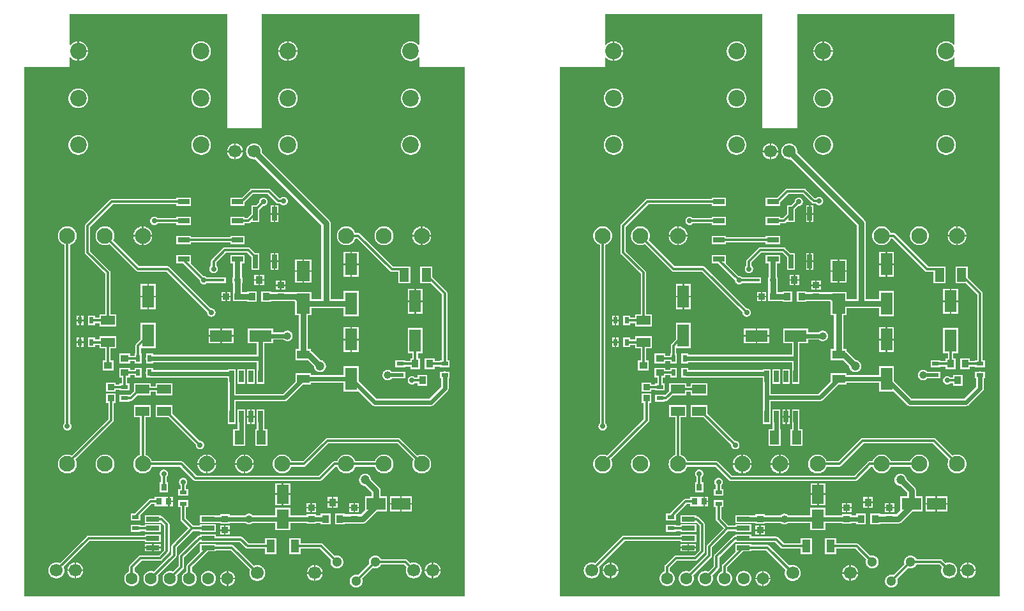
<source format=gtl>
%FSLAX46Y46*%
%MOMM*%
%ADD10C,0.300000*%
%ADD14C,0.500000*%
%ADD11C,0.600000*%
%ADD13C,0.700000*%
%ADD12C,0.800000*%
%AMPS41*
1,1,2.100000,0.000000,0.000000*
%
%ADD41PS41*%
%AMPS49*
1,1,1.600000,0.000000,0.000000*
%
%ADD49PS49*%
%AMPS61*
1,1,1.300000,0.000000,0.000000*
%
%ADD61PS61*%
%AMPS35*
1,1,2.200000,0.000000,0.000000*
%
%ADD35PS35*%
%AMPS58*
1,1,1.700000,0.000000,0.000000*
%
%ADD58PS58*%
%AMPS46*
1,1,1.700000,0.000000,0.000000*
%
%ADD46PS46*%
%AMPS36*
1,1,1.700000,0.000000,0.000000*
%
%ADD36PS36*%
%AMPS48*
21,1,0.600000,1.700000,0.000000,0.000000,90.000000*
%
%ADD48PS48*%
%AMPS47*
21,1,0.600000,1.700000,0.000000,0.000000,270.000000*
%
%ADD47PS47*%
%AMPS28*
21,1,1.600000,2.950000,0.000000,0.000000,0.000000*
%
%ADD28PS28*%
%AMPS25*
21,1,1.600000,2.950000,0.000000,0.000000,90.000000*
%
%ADD25PS25*%
%AMPS27*
21,1,1.600000,2.950000,0.000000,0.000000,180.000000*
%
%ADD27PS27*%
%AMPS26*
21,1,1.600000,2.950000,0.000000,0.000000,270.000000*
%
%ADD26PS26*%
%AMPS20*
21,1,0.600000,1.550000,0.000000,0.000000,0.000000*
%
%ADD20PS20*%
%AMPS19*
21,1,0.600000,1.550000,0.000000,0.000000,180.000000*
%
%ADD19PS19*%
%AMPS18*
21,1,1.600000,2.500000,0.000000,0.000000,0.000000*
%
%ADD18PS18*%
%AMPS62*
21,1,1.600000,2.500000,0.000000,0.000000,90.000000*
%
%ADD62PS62*%
%AMPS17*
21,1,1.600000,2.500000,0.000000,0.000000,180.000000*
%
%ADD17PS17*%
%AMPS63*
21,1,1.600000,2.500000,0.000000,0.000000,270.000000*
%
%ADD63PS63*%
%AMPS15*
21,1,0.900000,1.000000,0.000000,0.000000,0.000000*
%
%ADD15PS15*%
%AMPS50*
21,1,0.900000,1.000000,0.000000,0.000000,90.000000*
%
%ADD50PS50*%
%AMPS16*
21,1,0.900000,1.000000,0.000000,0.000000,180.000000*
%
%ADD16PS16*%
%AMPS51*
21,1,0.900000,1.000000,0.000000,0.000000,270.000000*
%
%ADD51PS51*%
%AMPS59*
21,1,0.400000,0.900000,0.000000,0.000000,90.000000*
%
%ADD59PS59*%
%AMPS60*
21,1,0.400000,0.900000,0.000000,0.000000,270.000000*
%
%ADD60PS60*%
%AMPS53*
21,1,0.600000,1.800000,0.000000,0.000000,0.000000*
%
%ADD53PS53*%
%AMPS52*
21,1,0.600000,1.800000,0.000000,0.000000,180.000000*
%
%ADD52PS52*%
%AMPS43*
21,1,0.701421,1.491421,0.000000,0.000000,90.000000*
%
%ADD43PS43*%
%AMPS42*
21,1,0.701421,1.491421,0.000000,0.000000,270.000000*
%
%ADD42PS42*%
%AMPS54*
21,1,1.800000,1.200000,0.000000,0.000000,0.000000*
%
%ADD54PS54*%
%AMPS34*
21,1,1.800000,1.200000,0.000000,0.000000,90.000000*
%
%ADD34PS34*%
%AMPS55*
21,1,1.800000,1.200000,0.000000,0.000000,180.000000*
%
%ADD55PS55*%
%AMPS33*
21,1,1.800000,1.200000,0.000000,0.000000,270.000000*
%
%ADD33PS33*%
%AMPS40*
21,1,0.900000,0.500000,0.000000,0.000000,0.000000*
%
%ADD40PS40*%
%AMPS24*
21,1,0.900000,0.500000,0.000000,0.000000,90.000000*
%
%ADD24PS24*%
%AMPS39*
21,1,0.900000,0.500000,0.000000,0.000000,180.000000*
%
%ADD39PS39*%
%AMPS23*
21,1,0.900000,0.500000,0.000000,0.000000,270.000000*
%
%ADD23PS23*%
%AMPS45*
21,1,1.700000,1.100000,0.000000,0.000000,0.000000*
%
%ADD45PS45*%
%AMPS32*
21,1,1.700000,1.100000,0.000000,0.000000,90.000000*
%
%ADD32PS32*%
%AMPS44*
21,1,1.700000,1.100000,0.000000,0.000000,180.000000*
%
%ADD44PS44*%
%AMPS31*
21,1,1.700000,1.100000,0.000000,0.000000,270.000000*
%
%ADD31PS31*%
%AMPS37*
21,1,0.700000,0.900000,0.000000,0.000000,0.000000*
%
%ADD37PS37*%
%AMPS38*
21,1,0.700000,0.900000,0.000000,0.000000,180.000000*
%
%ADD38PS38*%
%AMPS22*
21,1,0.850000,0.800000,0.000000,0.000000,0.000000*
%
%ADD22PS22*%
%AMPS57*
21,1,0.850000,0.800000,0.000000,0.000000,90.000000*
%
%ADD57PS57*%
%AMPS21*
21,1,0.850000,0.800000,0.000000,0.000000,180.000000*
%
%ADD21PS21*%
%AMPS56*
21,1,0.850000,0.800000,0.000000,0.000000,270.000000*
%
%ADD56PS56*%
%AMPS30*
21,1,1.750000,2.650000,0.000000,0.000000,0.000000*
%
%ADD30PS30*%
%AMPS29*
21,1,1.750000,2.650000,0.000000,0.000000,180.000000*
%
%ADD29PS29*%
%AMPS67*
1,1,1.200000,0.000000,0.000000*
%
%ADD67PS67*%
%AMPS66*
1,1,1.000000,0.000000,0.000000*
%
%ADD66PS66*%
%AMPS65*
1,1,0.700000,0.000000,0.000000*
%
%ADD65PS65*%
%AMPS64*
1,1,0.700000,0.000000,0.000000*
%
%ADD64PS64*%
G01*
%LPD*%
G36*
X139690000Y10310000D02*
X139690000Y80590000D01*
X133690000Y80590000D01*
X133690000Y81825898D01*
X133561979Y81875281D01*
X133472950Y81777052D01*
X133378039Y81691031D01*
X133275156Y81614727D01*
X133165288Y81548874D01*
X133049494Y81494108D01*
X132928893Y81450956D01*
X132804648Y81419835D01*
X132677937Y81401039D01*
X132550000Y81394753D01*
X132422063Y81401039D01*
X132295352Y81419835D01*
X132171107Y81450956D01*
X132050506Y81494108D01*
X131934712Y81548874D01*
X131824844Y81614727D01*
X131721961Y81691031D01*
X131627051Y81777051D01*
X131541031Y81871961D01*
X131464727Y81974844D01*
X131398874Y82084712D01*
X131344108Y82200506D01*
X131300956Y82321107D01*
X131269835Y82445352D01*
X131251039Y82572063D01*
X131244753Y82700000D01*
X131251039Y82827937D01*
X131269835Y82954648D01*
X131300956Y83078893D01*
X131344108Y83199494D01*
X131398874Y83315288D01*
X131464727Y83425156D01*
X131541031Y83528039D01*
X131627051Y83622949D01*
X131721961Y83708969D01*
X131824844Y83785273D01*
X131934712Y83851126D01*
X132050506Y83905892D01*
X132171107Y83949044D01*
X132295352Y83980165D01*
X132422063Y83998961D01*
X132550000Y84005247D01*
X132677937Y83998961D01*
X132804648Y83980165D01*
X132928893Y83949044D01*
X133049494Y83905892D01*
X133165288Y83851126D01*
X133275156Y83785273D01*
X133378039Y83708969D01*
X133472950Y83622948D01*
X133561979Y83524719D01*
X133690000Y83574102D01*
X133690000Y87590000D01*
X112810000Y87590000D01*
X112810000Y72490000D01*
X108190000Y72490000D01*
X108190000Y87590000D01*
X87310000Y87590000D01*
X87310000Y83566657D01*
X87438021Y83517274D01*
X87530591Y83619409D01*
X87625134Y83705098D01*
X87727627Y83781112D01*
X87837073Y83846711D01*
X87952421Y83901267D01*
X88072558Y83944252D01*
X88196330Y83975255D01*
X88322554Y83993979D01*
X88345000Y83995082D01*
X88345000Y81404918D01*
X88322554Y81406021D01*
X88196330Y81424745D01*
X88072558Y81455748D01*
X87952421Y81498733D01*
X87837073Y81553289D01*
X87727627Y81618888D01*
X87625134Y81694902D01*
X87530591Y81780591D01*
X87438021Y81882726D01*
X87310000Y81833343D01*
X87310000Y80590000D01*
X81310000Y80590000D01*
X81310000Y10310000D01*
X139690000Y10310000D01*
D02*
G37*
%LPC*%
G36*
X104750000Y81394753D02*
X104622063Y81401039D01*
X104495352Y81419835D01*
X104371107Y81450956D01*
X104250506Y81494108D01*
X104134712Y81548874D01*
X104024844Y81614727D01*
X103921961Y81691031D01*
X103827051Y81777051D01*
X103741031Y81871961D01*
X103664727Y81974844D01*
X103598874Y82084712D01*
X103544108Y82200506D01*
X103500956Y82321107D01*
X103469835Y82445352D01*
X103451039Y82572063D01*
X103444753Y82700000D01*
X103451039Y82827937D01*
X103469835Y82954648D01*
X103500956Y83078893D01*
X103544108Y83199494D01*
X103598874Y83315288D01*
X103664727Y83425156D01*
X103741031Y83528039D01*
X103827051Y83622949D01*
X103921961Y83708969D01*
X104024844Y83785273D01*
X104134712Y83851126D01*
X104250506Y83905892D01*
X104371107Y83949044D01*
X104495352Y83980165D01*
X104622063Y83998961D01*
X104750000Y84005247D01*
X104877937Y83998961D01*
X105004648Y83980165D01*
X105128893Y83949044D01*
X105249494Y83905892D01*
X105365288Y83851126D01*
X105475156Y83785273D01*
X105578039Y83708969D01*
X105672949Y83622949D01*
X105758969Y83528039D01*
X105835273Y83425156D01*
X105901126Y83315288D01*
X105955892Y83199494D01*
X105999044Y83078893D01*
X106030165Y82954648D01*
X106048961Y82827937D01*
X106055247Y82700000D01*
X106048961Y82572063D01*
X106030165Y82445352D01*
X105999044Y82321107D01*
X105955892Y82200506D01*
X105901126Y82084712D01*
X105835273Y81974844D01*
X105758969Y81871961D01*
X105672949Y81777051D01*
X105578039Y81691031D01*
X105475156Y81614727D01*
X105365288Y81548874D01*
X105249494Y81494108D01*
X105128893Y81450956D01*
X105004648Y81419835D01*
X104877937Y81401039D01*
X104750000Y81394753D01*
D02*
G37*
%LPC*%
G36*
X89745082Y82805000D02*
X88555000Y82805000D01*
X88555000Y83995082D01*
X88577446Y83993979D01*
X88703670Y83975255D01*
X88827442Y83944252D01*
X88947579Y83901267D01*
X89062927Y83846711D01*
X89172373Y83781112D01*
X89274866Y83705098D01*
X89369409Y83619409D01*
X89455098Y83524866D01*
X89531112Y83422373D01*
X89596711Y83312927D01*
X89651267Y83197579D01*
X89694252Y83077442D01*
X89725255Y82953670D01*
X89743979Y82827446D01*
X89745082Y82805000D01*
D02*
G37*
%LPC*%
G36*
X116145000Y82805000D02*
X114954918Y82805000D01*
X114956021Y82827446D01*
X114974745Y82953670D01*
X115005748Y83077442D01*
X115048733Y83197579D01*
X115103289Y83312927D01*
X115168888Y83422373D01*
X115244902Y83524866D01*
X115330591Y83619409D01*
X115425134Y83705098D01*
X115527627Y83781112D01*
X115637073Y83846711D01*
X115752421Y83901267D01*
X115872558Y83944252D01*
X115996330Y83975255D01*
X116122554Y83993979D01*
X116145000Y83995082D01*
X116145000Y82805000D01*
D02*
G37*
%LPC*%
G36*
X117545082Y82805000D02*
X116355000Y82805000D01*
X116355000Y83995082D01*
X116377446Y83993979D01*
X116503670Y83975255D01*
X116627442Y83944252D01*
X116747579Y83901267D01*
X116862927Y83846711D01*
X116972373Y83781112D01*
X117074866Y83705098D01*
X117169409Y83619409D01*
X117255098Y83524866D01*
X117331112Y83422373D01*
X117396711Y83312927D01*
X117451267Y83197579D01*
X117494252Y83077442D01*
X117525255Y82953670D01*
X117543979Y82827446D01*
X117545082Y82805000D01*
D02*
G37*
%LPC*%
G36*
X116355000Y81404918D02*
X116355000Y82595000D01*
X117545082Y82595000D01*
X117543979Y82572554D01*
X117525255Y82446330D01*
X117494252Y82322558D01*
X117451267Y82202421D01*
X117396711Y82087073D01*
X117331112Y81977627D01*
X117255098Y81875134D01*
X117169409Y81780591D01*
X117074866Y81694902D01*
X116972373Y81618888D01*
X116862927Y81553289D01*
X116747579Y81498733D01*
X116627442Y81455748D01*
X116503670Y81424745D01*
X116377446Y81406021D01*
X116355000Y81404918D01*
D02*
G37*
%LPC*%
G36*
X116145000Y81404918D02*
X116122554Y81406021D01*
X115996330Y81424745D01*
X115872558Y81455748D01*
X115752421Y81498733D01*
X115637073Y81553289D01*
X115527627Y81618888D01*
X115425134Y81694902D01*
X115330591Y81780591D01*
X115244902Y81875134D01*
X115168888Y81977627D01*
X115103289Y82087073D01*
X115048733Y82202421D01*
X115005748Y82322558D01*
X114974745Y82446330D01*
X114956021Y82572554D01*
X114954918Y82595000D01*
X116145000Y82595000D01*
X116145000Y81404918D01*
D02*
G37*
%LPC*%
G36*
X88555000Y81404918D02*
X88555000Y82595000D01*
X89745082Y82595000D01*
X89743979Y82572554D01*
X89725255Y82446330D01*
X89694252Y82322558D01*
X89651267Y82202421D01*
X89596711Y82087073D01*
X89531112Y81977627D01*
X89455098Y81875134D01*
X89369409Y81780591D01*
X89274866Y81694902D01*
X89172373Y81618888D01*
X89062927Y81553289D01*
X88947579Y81498733D01*
X88827442Y81455748D01*
X88703670Y81424745D01*
X88577446Y81406021D01*
X88555000Y81404918D01*
D02*
G37*
%LPC*%
G36*
X88450000Y75144753D02*
X88322063Y75151039D01*
X88195352Y75169835D01*
X88071107Y75200956D01*
X87950506Y75244108D01*
X87834712Y75298874D01*
X87724844Y75364727D01*
X87621961Y75441031D01*
X87527051Y75527051D01*
X87441031Y75621961D01*
X87364727Y75724844D01*
X87298874Y75834712D01*
X87244108Y75950506D01*
X87200956Y76071107D01*
X87169835Y76195352D01*
X87151039Y76322063D01*
X87144753Y76450000D01*
X87151039Y76577937D01*
X87169835Y76704648D01*
X87200956Y76828893D01*
X87244108Y76949494D01*
X87298874Y77065288D01*
X87364727Y77175156D01*
X87441031Y77278039D01*
X87527051Y77372949D01*
X87621961Y77458969D01*
X87724844Y77535273D01*
X87834712Y77601126D01*
X87950506Y77655892D01*
X88071107Y77699044D01*
X88195352Y77730165D01*
X88322063Y77748961D01*
X88450000Y77755247D01*
X88577937Y77748961D01*
X88704648Y77730165D01*
X88828893Y77699044D01*
X88949494Y77655892D01*
X89065288Y77601126D01*
X89175156Y77535273D01*
X89278039Y77458969D01*
X89372949Y77372949D01*
X89458969Y77278039D01*
X89535273Y77175156D01*
X89601126Y77065288D01*
X89655892Y76949494D01*
X89699044Y76828893D01*
X89730165Y76704648D01*
X89748961Y76577937D01*
X89755247Y76450000D01*
X89748961Y76322063D01*
X89730165Y76195352D01*
X89699044Y76071107D01*
X89655892Y75950506D01*
X89601126Y75834712D01*
X89535273Y75724844D01*
X89458969Y75621961D01*
X89372949Y75527051D01*
X89278039Y75441031D01*
X89175156Y75364727D01*
X89065288Y75298874D01*
X88949494Y75244108D01*
X88828893Y75200956D01*
X88704648Y75169835D01*
X88577937Y75151039D01*
X88450000Y75144753D01*
D02*
G37*
%LPC*%
G36*
X104750000Y75144753D02*
X104622063Y75151039D01*
X104495352Y75169835D01*
X104371107Y75200956D01*
X104250506Y75244108D01*
X104134712Y75298874D01*
X104024844Y75364727D01*
X103921961Y75441031D01*
X103827051Y75527051D01*
X103741031Y75621961D01*
X103664727Y75724844D01*
X103598874Y75834712D01*
X103544108Y75950506D01*
X103500956Y76071107D01*
X103469835Y76195352D01*
X103451039Y76322063D01*
X103444753Y76450000D01*
X103451039Y76577937D01*
X103469835Y76704648D01*
X103500956Y76828893D01*
X103544108Y76949494D01*
X103598874Y77065288D01*
X103664727Y77175156D01*
X103741031Y77278039D01*
X103827051Y77372949D01*
X103921961Y77458969D01*
X104024844Y77535273D01*
X104134712Y77601126D01*
X104250506Y77655892D01*
X104371107Y77699044D01*
X104495352Y77730165D01*
X104622063Y77748961D01*
X104750000Y77755247D01*
X104877937Y77748961D01*
X105004648Y77730165D01*
X105128893Y77699044D01*
X105249494Y77655892D01*
X105365288Y77601126D01*
X105475156Y77535273D01*
X105578039Y77458969D01*
X105672949Y77372949D01*
X105758969Y77278039D01*
X105835273Y77175156D01*
X105901126Y77065288D01*
X105955892Y76949494D01*
X105999044Y76828893D01*
X106030165Y76704648D01*
X106048961Y76577937D01*
X106055247Y76450000D01*
X106048961Y76322063D01*
X106030165Y76195352D01*
X105999044Y76071107D01*
X105955892Y75950506D01*
X105901126Y75834712D01*
X105835273Y75724844D01*
X105758969Y75621961D01*
X105672949Y75527051D01*
X105578039Y75441031D01*
X105475156Y75364727D01*
X105365288Y75298874D01*
X105249494Y75244108D01*
X105128893Y75200956D01*
X105004648Y75169835D01*
X104877937Y75151039D01*
X104750000Y75144753D01*
D02*
G37*
%LPC*%
G36*
X116250000Y75144753D02*
X116122063Y75151039D01*
X115995352Y75169835D01*
X115871107Y75200956D01*
X115750506Y75244108D01*
X115634712Y75298874D01*
X115524844Y75364727D01*
X115421961Y75441031D01*
X115327051Y75527051D01*
X115241031Y75621961D01*
X115164727Y75724844D01*
X115098874Y75834712D01*
X115044108Y75950506D01*
X115000956Y76071107D01*
X114969835Y76195352D01*
X114951039Y76322063D01*
X114944753Y76450000D01*
X114951039Y76577937D01*
X114969835Y76704648D01*
X115000956Y76828893D01*
X115044108Y76949494D01*
X115098874Y77065288D01*
X115164727Y77175156D01*
X115241031Y77278039D01*
X115327051Y77372949D01*
X115421961Y77458969D01*
X115524844Y77535273D01*
X115634712Y77601126D01*
X115750506Y77655892D01*
X115871107Y77699044D01*
X115995352Y77730165D01*
X116122063Y77748961D01*
X116250000Y77755247D01*
X116377937Y77748961D01*
X116504648Y77730165D01*
X116628893Y77699044D01*
X116749494Y77655892D01*
X116865288Y77601126D01*
X116975156Y77535273D01*
X117078039Y77458969D01*
X117172949Y77372949D01*
X117258969Y77278039D01*
X117335273Y77175156D01*
X117401126Y77065288D01*
X117455892Y76949494D01*
X117499044Y76828893D01*
X117530165Y76704648D01*
X117548961Y76577937D01*
X117555247Y76450000D01*
X117548961Y76322063D01*
X117530165Y76195352D01*
X117499044Y76071107D01*
X117455892Y75950506D01*
X117401126Y75834712D01*
X117335273Y75724844D01*
X117258969Y75621961D01*
X117172949Y75527051D01*
X117078039Y75441031D01*
X116975156Y75364727D01*
X116865288Y75298874D01*
X116749494Y75244108D01*
X116628893Y75200956D01*
X116504648Y75169835D01*
X116377937Y75151039D01*
X116250000Y75144753D01*
D02*
G37*
%LPC*%
G36*
X132550000Y75144753D02*
X132422063Y75151039D01*
X132295352Y75169835D01*
X132171107Y75200956D01*
X132050506Y75244108D01*
X131934712Y75298874D01*
X131824844Y75364727D01*
X131721961Y75441031D01*
X131627051Y75527051D01*
X131541031Y75621961D01*
X131464727Y75724844D01*
X131398874Y75834712D01*
X131344108Y75950506D01*
X131300956Y76071107D01*
X131269835Y76195352D01*
X131251039Y76322063D01*
X131244753Y76450000D01*
X131251039Y76577937D01*
X131269835Y76704648D01*
X131300956Y76828893D01*
X131344108Y76949494D01*
X131398874Y77065288D01*
X131464727Y77175156D01*
X131541031Y77278039D01*
X131627051Y77372949D01*
X131721961Y77458969D01*
X131824844Y77535273D01*
X131934712Y77601126D01*
X132050506Y77655892D01*
X132171107Y77699044D01*
X132295352Y77730165D01*
X132422063Y77748961D01*
X132550000Y77755247D01*
X132677937Y77748961D01*
X132804648Y77730165D01*
X132928893Y77699044D01*
X133049494Y77655892D01*
X133165288Y77601126D01*
X133275156Y77535273D01*
X133378039Y77458969D01*
X133472949Y77372949D01*
X133558969Y77278039D01*
X133635273Y77175156D01*
X133701126Y77065288D01*
X133755892Y76949494D01*
X133799044Y76828893D01*
X133830165Y76704648D01*
X133848961Y76577937D01*
X133855247Y76450000D01*
X133848961Y76322063D01*
X133830165Y76195352D01*
X133799044Y76071107D01*
X133755892Y75950506D01*
X133701126Y75834712D01*
X133635273Y75724844D01*
X133558969Y75621961D01*
X133472949Y75527051D01*
X133378039Y75441031D01*
X133275156Y75364727D01*
X133165288Y75298874D01*
X133049494Y75244108D01*
X132928893Y75200956D01*
X132804648Y75169835D01*
X132677937Y75151039D01*
X132550000Y75144753D01*
D02*
G37*
%LPC*%
G36*
X88450000Y68944753D02*
X88322063Y68951039D01*
X88195352Y68969835D01*
X88071107Y69000956D01*
X87950506Y69044108D01*
X87834712Y69098874D01*
X87724844Y69164727D01*
X87621961Y69241031D01*
X87527051Y69327051D01*
X87441031Y69421961D01*
X87364727Y69524844D01*
X87298874Y69634712D01*
X87244108Y69750506D01*
X87200956Y69871107D01*
X87169835Y69995352D01*
X87151039Y70122063D01*
X87144753Y70250000D01*
X87151039Y70377937D01*
X87169835Y70504648D01*
X87200956Y70628893D01*
X87244108Y70749494D01*
X87298874Y70865288D01*
X87364727Y70975156D01*
X87441031Y71078039D01*
X87527051Y71172949D01*
X87621961Y71258969D01*
X87724844Y71335273D01*
X87834712Y71401126D01*
X87950506Y71455892D01*
X88071107Y71499044D01*
X88195352Y71530165D01*
X88322063Y71548961D01*
X88450000Y71555247D01*
X88577937Y71548961D01*
X88704648Y71530165D01*
X88828893Y71499044D01*
X88949494Y71455892D01*
X89065288Y71401126D01*
X89175156Y71335273D01*
X89278039Y71258969D01*
X89372949Y71172949D01*
X89458969Y71078039D01*
X89535273Y70975156D01*
X89601126Y70865288D01*
X89655892Y70749494D01*
X89699044Y70628893D01*
X89730165Y70504648D01*
X89748961Y70377937D01*
X89755247Y70250000D01*
X89748961Y70122063D01*
X89730165Y69995352D01*
X89699044Y69871107D01*
X89655892Y69750506D01*
X89601126Y69634712D01*
X89535273Y69524844D01*
X89458969Y69421961D01*
X89372949Y69327051D01*
X89278039Y69241031D01*
X89175156Y69164727D01*
X89065288Y69098874D01*
X88949494Y69044108D01*
X88828893Y69000956D01*
X88704648Y68969835D01*
X88577937Y68951039D01*
X88450000Y68944753D01*
D02*
G37*
%LPC*%
G36*
X104750000Y68944753D02*
X104622063Y68951039D01*
X104495352Y68969835D01*
X104371107Y69000956D01*
X104250506Y69044108D01*
X104134712Y69098874D01*
X104024844Y69164727D01*
X103921961Y69241031D01*
X103827051Y69327051D01*
X103741031Y69421961D01*
X103664727Y69524844D01*
X103598874Y69634712D01*
X103544108Y69750506D01*
X103500956Y69871107D01*
X103469835Y69995352D01*
X103451039Y70122063D01*
X103444753Y70250000D01*
X103451039Y70377937D01*
X103469835Y70504648D01*
X103500956Y70628893D01*
X103544108Y70749494D01*
X103598874Y70865288D01*
X103664727Y70975156D01*
X103741031Y71078039D01*
X103827051Y71172949D01*
X103921961Y71258969D01*
X104024844Y71335273D01*
X104134712Y71401126D01*
X104250506Y71455892D01*
X104371107Y71499044D01*
X104495352Y71530165D01*
X104622063Y71548961D01*
X104750000Y71555247D01*
X104877937Y71548961D01*
X105004648Y71530165D01*
X105128893Y71499044D01*
X105249494Y71455892D01*
X105365288Y71401126D01*
X105475156Y71335273D01*
X105578039Y71258969D01*
X105672949Y71172949D01*
X105758969Y71078039D01*
X105835273Y70975156D01*
X105901126Y70865288D01*
X105955892Y70749494D01*
X105999044Y70628893D01*
X106030165Y70504648D01*
X106048961Y70377937D01*
X106055247Y70250000D01*
X106048961Y70122063D01*
X106030165Y69995352D01*
X105999044Y69871107D01*
X105955892Y69750506D01*
X105901126Y69634712D01*
X105835273Y69524844D01*
X105758969Y69421961D01*
X105672949Y69327051D01*
X105578039Y69241031D01*
X105475156Y69164727D01*
X105365288Y69098874D01*
X105249494Y69044108D01*
X105128893Y69000956D01*
X105004648Y68969835D01*
X104877937Y68951039D01*
X104750000Y68944753D01*
D02*
G37*
%LPC*%
G36*
X116250000Y68944753D02*
X116122063Y68951039D01*
X115995352Y68969835D01*
X115871107Y69000956D01*
X115750506Y69044108D01*
X115634712Y69098874D01*
X115524844Y69164727D01*
X115421961Y69241031D01*
X115327051Y69327051D01*
X115241031Y69421961D01*
X115164727Y69524844D01*
X115098874Y69634712D01*
X115044108Y69750506D01*
X115000956Y69871107D01*
X114969835Y69995352D01*
X114951039Y70122063D01*
X114944753Y70250000D01*
X114951039Y70377937D01*
X114969835Y70504648D01*
X115000956Y70628893D01*
X115044108Y70749494D01*
X115098874Y70865288D01*
X115164727Y70975156D01*
X115241031Y71078039D01*
X115327051Y71172949D01*
X115421961Y71258969D01*
X115524844Y71335273D01*
X115634712Y71401126D01*
X115750506Y71455892D01*
X115871107Y71499044D01*
X115995352Y71530165D01*
X116122063Y71548961D01*
X116250000Y71555247D01*
X116377937Y71548961D01*
X116504648Y71530165D01*
X116628893Y71499044D01*
X116749494Y71455892D01*
X116865288Y71401126D01*
X116975156Y71335273D01*
X117078039Y71258969D01*
X117172949Y71172949D01*
X117258969Y71078039D01*
X117335273Y70975156D01*
X117401126Y70865288D01*
X117455892Y70749494D01*
X117499044Y70628893D01*
X117530165Y70504648D01*
X117548961Y70377937D01*
X117555247Y70250000D01*
X117548961Y70122063D01*
X117530165Y69995352D01*
X117499044Y69871107D01*
X117455892Y69750506D01*
X117401126Y69634712D01*
X117335273Y69524844D01*
X117258969Y69421961D01*
X117172949Y69327051D01*
X117078039Y69241031D01*
X116975156Y69164727D01*
X116865288Y69098874D01*
X116749494Y69044108D01*
X116628893Y69000956D01*
X116504648Y68969835D01*
X116377937Y68951039D01*
X116250000Y68944753D01*
D02*
G37*
%LPC*%
G36*
X132550000Y68944753D02*
X132422063Y68951039D01*
X132295352Y68969835D01*
X132171107Y69000956D01*
X132050506Y69044108D01*
X131934712Y69098874D01*
X131824844Y69164727D01*
X131721961Y69241031D01*
X131627051Y69327051D01*
X131541031Y69421961D01*
X131464727Y69524844D01*
X131398874Y69634712D01*
X131344108Y69750506D01*
X131300956Y69871107D01*
X131269835Y69995352D01*
X131251039Y70122063D01*
X131244753Y70250000D01*
X131251039Y70377937D01*
X131269835Y70504648D01*
X131300956Y70628893D01*
X131344108Y70749494D01*
X131398874Y70865288D01*
X131464727Y70975156D01*
X131541031Y71078039D01*
X131627051Y71172949D01*
X131721961Y71258969D01*
X131824844Y71335273D01*
X131934712Y71401126D01*
X132050506Y71455892D01*
X132171107Y71499044D01*
X132295352Y71530165D01*
X132422063Y71548961D01*
X132550000Y71555247D01*
X132677937Y71548961D01*
X132804648Y71530165D01*
X132928893Y71499044D01*
X133049494Y71455892D01*
X133165288Y71401126D01*
X133275156Y71335273D01*
X133378039Y71258969D01*
X133472949Y71172949D01*
X133558969Y71078039D01*
X133635273Y70975156D01*
X133701126Y70865288D01*
X133755892Y70749494D01*
X133799044Y70628893D01*
X133830165Y70504648D01*
X133848961Y70377937D01*
X133855247Y70250000D01*
X133848961Y70122063D01*
X133830165Y69995352D01*
X133799044Y69871107D01*
X133755892Y69750506D01*
X133701126Y69634712D01*
X133635273Y69524844D01*
X133558969Y69421961D01*
X133472949Y69327051D01*
X133378039Y69241031D01*
X133275156Y69164727D01*
X133165288Y69098874D01*
X133049494Y69044108D01*
X132928893Y69000956D01*
X132804648Y68969835D01*
X132677937Y68951039D01*
X132550000Y68944753D01*
D02*
G37*
%LPC*%
G36*
X120500000Y40094752D02*
X120421077Y40098631D01*
X120342906Y40110225D01*
X120266244Y40129429D01*
X120191851Y40156047D01*
X120120406Y40189838D01*
X120052630Y40230461D01*
X119989157Y40277536D01*
X119930604Y40330604D01*
X119877536Y40389157D01*
X119830461Y40452630D01*
X119789838Y40520406D01*
X119756047Y40591851D01*
X119729429Y40666244D01*
X119710225Y40742906D01*
X119694330Y40850072D01*
X118879401Y41665000D01*
X117235000Y41665000D01*
X117235000Y43175000D01*
X117685000Y43175000D01*
X117685000Y47670000D01*
X117210000Y47670000D01*
X117210000Y49424401D01*
X117119401Y49515000D01*
X114045000Y49515000D01*
X114045000Y49415000D01*
X112735000Y49415000D01*
X112735000Y50825000D01*
X114045000Y50825000D01*
X114045000Y50725000D01*
X117210000Y50725000D01*
X117210000Y50730000D01*
X119370000Y50730000D01*
X119370000Y49805000D01*
X120695000Y49805000D01*
X120695000Y59599401D01*
X111932794Y68361608D01*
X111853440Y68349835D01*
X111750000Y68344753D01*
X111646567Y68349835D01*
X111544127Y68365031D01*
X111443680Y68390191D01*
X111346180Y68425078D01*
X111252554Y68469358D01*
X111163742Y68522591D01*
X111080556Y68584286D01*
X111003828Y68653828D01*
X110934286Y68730556D01*
X110872591Y68813742D01*
X110819358Y68902554D01*
X110775078Y68996180D01*
X110740191Y69093680D01*
X110715031Y69194127D01*
X110699835Y69296567D01*
X110694753Y69400000D01*
X110699835Y69503433D01*
X110715031Y69605873D01*
X110740191Y69706320D01*
X110775078Y69803820D01*
X110819358Y69897446D01*
X110872591Y69986258D01*
X110934286Y70069444D01*
X111003828Y70146172D01*
X111080556Y70215714D01*
X111163742Y70277409D01*
X111252554Y70330642D01*
X111346180Y70374922D01*
X111443680Y70409809D01*
X111544127Y70434969D01*
X111646567Y70450165D01*
X111750000Y70455247D01*
X111853433Y70450165D01*
X111955873Y70434969D01*
X112056320Y70409809D01*
X112153820Y70374922D01*
X112247446Y70330642D01*
X112336258Y70277409D01*
X112419444Y70215714D01*
X112496172Y70146172D01*
X112565714Y70069444D01*
X112627409Y69986258D01*
X112680642Y69897446D01*
X112724922Y69803820D01*
X112759809Y69706320D01*
X112784969Y69605873D01*
X112800165Y69503433D01*
X112805247Y69400000D01*
X112800165Y69296560D01*
X112788392Y69217206D01*
X121734920Y60270677D01*
X121803864Y60186669D01*
X121859861Y60081905D01*
X121894349Y59968220D01*
X121905000Y59860076D01*
X121905000Y49805000D01*
X123635000Y49805000D01*
X123635000Y50880000D01*
X125645000Y50880000D01*
X125645000Y47520000D01*
X123635000Y47520000D01*
X123635000Y48595000D01*
X119370000Y48595000D01*
X119370000Y47670000D01*
X118895000Y47670000D01*
X118895000Y43175000D01*
X119345000Y43175000D01*
X119345000Y42900614D01*
X119400677Y42854920D01*
X120549928Y41705670D01*
X120657094Y41689775D01*
X120733756Y41670571D01*
X120808149Y41643953D01*
X120879594Y41610162D01*
X120947370Y41569539D01*
X121010843Y41522464D01*
X121069396Y41469396D01*
X121122464Y41410843D01*
X121169539Y41347370D01*
X121210162Y41279594D01*
X121243953Y41208149D01*
X121270571Y41133756D01*
X121289775Y41057094D01*
X121301369Y40978923D01*
X121305248Y40900000D01*
X121301369Y40821077D01*
X121289775Y40742906D01*
X121270571Y40666244D01*
X121243953Y40591851D01*
X121210162Y40520406D01*
X121169539Y40452630D01*
X121122464Y40389157D01*
X121069396Y40330604D01*
X121010843Y40277536D01*
X120947370Y40230461D01*
X120879594Y40189838D01*
X120808149Y40156047D01*
X120733756Y40129429D01*
X120657094Y40110225D01*
X120578923Y40098631D01*
X120500000Y40094752D01*
D02*
G37*
%LPC*%
G36*
X109145000Y69505000D02*
X108205122Y69505000D01*
X108219941Y69604897D01*
X108244983Y69704871D01*
X108279705Y69801911D01*
X108323764Y69895070D01*
X108376763Y69983491D01*
X108438150Y70066262D01*
X108507368Y70142632D01*
X108583738Y70211850D01*
X108666509Y70273237D01*
X108754930Y70326236D01*
X108848089Y70370295D01*
X108945129Y70405017D01*
X109045103Y70430059D01*
X109145000Y70444878D01*
X109145000Y69505000D01*
D02*
G37*
%LPC*%
G36*
X110294878Y69505000D02*
X109355000Y69505000D01*
X109355000Y70444878D01*
X109454897Y70430059D01*
X109554871Y70405017D01*
X109651911Y70370295D01*
X109745070Y70326236D01*
X109833491Y70273237D01*
X109916262Y70211850D01*
X109992632Y70142632D01*
X110061850Y70066262D01*
X110123237Y69983491D01*
X110176236Y69895070D01*
X110220295Y69801911D01*
X110255017Y69704871D01*
X110280059Y69604897D01*
X110294878Y69505000D01*
D02*
G37*
%LPC*%
G36*
X109355000Y68355122D02*
X109355000Y69295000D01*
X110294878Y69295000D01*
X110280059Y69195103D01*
X110255017Y69095129D01*
X110220295Y68998089D01*
X110176236Y68904930D01*
X110123237Y68816509D01*
X110061850Y68733738D01*
X109992632Y68657368D01*
X109916262Y68588150D01*
X109833491Y68526763D01*
X109745070Y68473764D01*
X109651911Y68429705D01*
X109554871Y68394983D01*
X109454897Y68369941D01*
X109355000Y68355122D01*
D02*
G37*
%LPC*%
G36*
X109145000Y68355122D02*
X109045103Y68369941D01*
X108945129Y68394983D01*
X108848089Y68429705D01*
X108754930Y68473764D01*
X108666509Y68526763D01*
X108583738Y68588150D01*
X108507368Y68657368D01*
X108438150Y68733738D01*
X108376763Y68816509D01*
X108323764Y68904930D01*
X108279705Y68998089D01*
X108244983Y69095129D01*
X108219941Y69195103D01*
X108205122Y69295000D01*
X109145000Y69295000D01*
X109145000Y68355122D01*
D02*
G37*
%LPC*%
G36*
X110525710Y62154290D02*
X108624290Y62154290D01*
X108624290Y63265710D01*
X110163663Y63265710D01*
X111242401Y64344448D01*
X111248877Y64352220D01*
X111302222Y64395996D01*
X111363770Y64428893D01*
X111430548Y64449151D01*
X111489923Y64455000D01*
X113710077Y64455000D01*
X113769451Y64449151D01*
X113836229Y64428893D01*
X113897776Y64395996D01*
X113943897Y64358148D01*
X115147047Y63155000D01*
X115273285Y63155000D01*
X115307380Y63192618D01*
X115347760Y63229216D01*
X115391520Y63261671D01*
X115438256Y63289683D01*
X115487514Y63312980D01*
X115538825Y63331340D01*
X115591672Y63344577D01*
X115645583Y63352574D01*
X115700000Y63355248D01*
X115754417Y63352574D01*
X115808328Y63344577D01*
X115861175Y63331340D01*
X115912486Y63312980D01*
X115961744Y63289683D01*
X116008480Y63261671D01*
X116052240Y63229216D01*
X116092619Y63192619D01*
X116129216Y63152240D01*
X116161671Y63108480D01*
X116189683Y63061744D01*
X116212980Y63012486D01*
X116231340Y62961175D01*
X116244577Y62908328D01*
X116252574Y62854417D01*
X116255248Y62800000D01*
X116252574Y62745583D01*
X116244577Y62691672D01*
X116231340Y62638825D01*
X116212980Y62587514D01*
X116189683Y62538256D01*
X116161671Y62491520D01*
X116129216Y62447760D01*
X116092619Y62407381D01*
X116052240Y62370784D01*
X116008480Y62338329D01*
X115961744Y62310317D01*
X115912486Y62287020D01*
X115861175Y62268660D01*
X115808328Y62255423D01*
X115754417Y62247426D01*
X115700000Y62244752D01*
X115645583Y62247426D01*
X115591672Y62255423D01*
X115538825Y62268660D01*
X115487514Y62287020D01*
X115438256Y62310317D01*
X115391520Y62338329D01*
X115347760Y62370784D01*
X115307380Y62407382D01*
X115273285Y62445000D01*
X114989935Y62445000D01*
X114930548Y62450849D01*
X114863770Y62471106D01*
X114802223Y62504003D01*
X114748155Y62548372D01*
X114741738Y62556215D01*
X113552953Y63745000D01*
X111647047Y63745000D01*
X110525710Y62623663D01*
X110525710Y62154290D01*
D02*
G37*
%LPC*%
G36*
X93505000Y46145000D02*
X91295000Y46145000D01*
X91295000Y46595000D01*
X90655000Y46595000D01*
X90655000Y46295000D01*
X89745000Y46295000D01*
X89745000Y47605000D01*
X90655000Y47605000D01*
X90655000Y47305000D01*
X91295000Y47305000D01*
X91295000Y47755000D01*
X92045000Y47755000D01*
X92045000Y53152953D01*
X89456213Y55741741D01*
X89448370Y55748158D01*
X89404003Y55802223D01*
X89371106Y55863770D01*
X89350849Y55930548D01*
X89345000Y55989935D01*
X89345000Y59510066D01*
X89350849Y59569451D01*
X89371106Y59636229D01*
X89404003Y59697777D01*
X89447779Y59751122D01*
X89455551Y59757598D01*
X92652401Y62954448D01*
X92658877Y62962220D01*
X92712222Y63005996D01*
X92773770Y63038893D01*
X92840548Y63059151D01*
X92899923Y63065000D01*
X101474290Y63065000D01*
X101474290Y63265710D01*
X103375710Y63265710D01*
X103375710Y62154290D01*
X101474290Y62154290D01*
X101474290Y62355000D01*
X93057047Y62355000D01*
X90055000Y59352953D01*
X90055000Y56147047D01*
X92658148Y53543897D01*
X92695996Y53497776D01*
X92728893Y53436229D01*
X92749151Y53369451D01*
X92755000Y53310077D01*
X92755000Y47755000D01*
X93505000Y47755000D01*
X93505000Y46145000D01*
D02*
G37*
%LPC*%
G36*
X110525710Y59614290D02*
X108624290Y59614290D01*
X108624290Y60725710D01*
X110525710Y60725710D01*
X110525710Y60525000D01*
X110892953Y60525000D01*
X111465000Y61097047D01*
X111465000Y62205000D01*
X112002953Y62205000D01*
X112447243Y62649289D01*
X112444753Y62700007D01*
X112447426Y62754417D01*
X112455423Y62808328D01*
X112468660Y62861175D01*
X112487020Y62912486D01*
X112510317Y62961744D01*
X112538329Y63008480D01*
X112570784Y63052240D01*
X112607381Y63092619D01*
X112647760Y63129216D01*
X112691520Y63161671D01*
X112738256Y63189683D01*
X112787514Y63212980D01*
X112838825Y63231340D01*
X112891672Y63244577D01*
X112945583Y63252574D01*
X113000000Y63255248D01*
X113054417Y63252574D01*
X113108328Y63244577D01*
X113161175Y63231340D01*
X113212486Y63212980D01*
X113261744Y63189683D01*
X113308480Y63161671D01*
X113352240Y63129216D01*
X113392619Y63092619D01*
X113429216Y63052240D01*
X113461671Y63008480D01*
X113489683Y62961744D01*
X113512980Y62912486D01*
X113531340Y62861175D01*
X113544577Y62808328D01*
X113552574Y62754417D01*
X113555248Y62700000D01*
X113552574Y62645583D01*
X113544577Y62591672D01*
X113531340Y62538825D01*
X113512980Y62487514D01*
X113489683Y62438256D01*
X113461671Y62391520D01*
X113429216Y62347760D01*
X113392619Y62307381D01*
X113352240Y62270784D01*
X113308480Y62238329D01*
X113261744Y62210317D01*
X113212486Y62187020D01*
X113161175Y62168660D01*
X113108328Y62155423D01*
X113054417Y62147426D01*
X113000007Y62144753D01*
X112949289Y62147243D01*
X112475000Y61672953D01*
X112475000Y59995000D01*
X111367047Y59995000D01*
X111297598Y59925551D01*
X111291122Y59917779D01*
X111237777Y59874003D01*
X111176229Y59841106D01*
X111109451Y59820849D01*
X111050066Y59815000D01*
X110525710Y59815000D01*
X110525710Y59614290D01*
D02*
G37*
%LPC*%
G36*
X114970000Y61205000D02*
X114575000Y61205000D01*
X114575000Y62200000D01*
X114970000Y62200000D01*
X114970000Y61205000D01*
D02*
G37*
%LPC*%
G36*
X114365000Y61205000D02*
X113970000Y61205000D01*
X113970000Y62200000D01*
X114365000Y62200000D01*
X114365000Y61205000D01*
D02*
G37*
%LPC*%
G36*
X114970000Y60000000D02*
X114575000Y60000000D01*
X114575000Y60995000D01*
X114970000Y60995000D01*
X114970000Y60000000D01*
D02*
G37*
%LPC*%
G36*
X114365000Y60000000D02*
X113970000Y60000000D01*
X113970000Y60995000D01*
X114365000Y60995000D01*
X114365000Y60000000D01*
D02*
G37*
%LPC*%
G36*
X103375710Y59614290D02*
X101474290Y59614290D01*
X101474290Y59815000D01*
X98956715Y59815000D01*
X98922620Y59777382D01*
X98882240Y59740784D01*
X98838480Y59708329D01*
X98791744Y59680317D01*
X98742486Y59657020D01*
X98691175Y59638660D01*
X98638328Y59625423D01*
X98584417Y59617426D01*
X98530000Y59614752D01*
X98475583Y59617426D01*
X98421672Y59625423D01*
X98368825Y59638660D01*
X98317514Y59657020D01*
X98268256Y59680317D01*
X98221520Y59708329D01*
X98177760Y59740784D01*
X98137381Y59777381D01*
X98100784Y59817760D01*
X98068329Y59861520D01*
X98040317Y59908256D01*
X98017020Y59957514D01*
X97998660Y60008825D01*
X97985423Y60061672D01*
X97977426Y60115583D01*
X97974752Y60170000D01*
X97977426Y60224417D01*
X97985423Y60278328D01*
X97998660Y60331175D01*
X98017020Y60382486D01*
X98040317Y60431744D01*
X98068329Y60478480D01*
X98100784Y60522240D01*
X98137381Y60562619D01*
X98177760Y60599216D01*
X98221520Y60631671D01*
X98268256Y60659683D01*
X98317514Y60682980D01*
X98368825Y60701340D01*
X98421672Y60714577D01*
X98475583Y60722574D01*
X98530000Y60725248D01*
X98584417Y60722574D01*
X98638328Y60714577D01*
X98691175Y60701340D01*
X98742486Y60682980D01*
X98791744Y60659683D01*
X98838480Y60631671D01*
X98882240Y60599216D01*
X98922620Y60562618D01*
X98956715Y60525000D01*
X101474290Y60525000D01*
X101474290Y60725710D01*
X103375710Y60725710D01*
X103375710Y59614290D01*
D02*
G37*
%LPC*%
G36*
X87000000Y32344752D02*
X86945583Y32347426D01*
X86891672Y32355423D01*
X86838825Y32368660D01*
X86787514Y32387020D01*
X86738256Y32410317D01*
X86691520Y32438329D01*
X86647760Y32470784D01*
X86607381Y32507381D01*
X86570784Y32547760D01*
X86538329Y32591520D01*
X86510317Y32638256D01*
X86487020Y32687514D01*
X86468660Y32738825D01*
X86455423Y32791672D01*
X86447426Y32845583D01*
X86444752Y32900000D01*
X86447426Y32954417D01*
X86455423Y33008328D01*
X86468660Y33061175D01*
X86487020Y33112486D01*
X86510317Y33161744D01*
X86538329Y33208480D01*
X86570784Y33252240D01*
X86607382Y33292620D01*
X86645000Y33326715D01*
X86645000Y56995448D01*
X86519640Y57040302D01*
X86408282Y57092970D01*
X86302623Y57156300D01*
X86203681Y57229681D01*
X86112406Y57312406D01*
X86029681Y57403681D01*
X85956300Y57502623D01*
X85892970Y57608282D01*
X85840302Y57719640D01*
X85798803Y57835622D01*
X85768874Y57955108D01*
X85750798Y58076973D01*
X85744752Y58200000D01*
X85750798Y58323027D01*
X85768874Y58444892D01*
X85798803Y58564378D01*
X85840302Y58680360D01*
X85892970Y58791718D01*
X85956300Y58897377D01*
X86029681Y58996319D01*
X86112406Y59087594D01*
X86203681Y59170319D01*
X86302623Y59243700D01*
X86408282Y59307030D01*
X86519640Y59359698D01*
X86635622Y59401197D01*
X86755108Y59431126D01*
X86876973Y59449202D01*
X87000000Y59455248D01*
X87123027Y59449202D01*
X87244892Y59431126D01*
X87364378Y59401197D01*
X87480360Y59359698D01*
X87591718Y59307030D01*
X87697377Y59243700D01*
X87796319Y59170319D01*
X87887594Y59087594D01*
X87970319Y58996319D01*
X88043700Y58897377D01*
X88107030Y58791718D01*
X88159698Y58680360D01*
X88201197Y58564378D01*
X88231126Y58444892D01*
X88249202Y58323027D01*
X88255248Y58200000D01*
X88249202Y58076973D01*
X88231126Y57955108D01*
X88201197Y57835622D01*
X88159698Y57719640D01*
X88107030Y57608282D01*
X88043700Y57502623D01*
X87970319Y57403681D01*
X87887594Y57312406D01*
X87796319Y57229681D01*
X87697377Y57156300D01*
X87591718Y57092970D01*
X87480360Y57040302D01*
X87355000Y56995448D01*
X87355000Y33326715D01*
X87392618Y33292620D01*
X87429216Y33252240D01*
X87461671Y33208480D01*
X87489683Y33161744D01*
X87512980Y33112486D01*
X87531340Y33061175D01*
X87544577Y33008328D01*
X87552574Y32954417D01*
X87555248Y32900000D01*
X87552574Y32845583D01*
X87544577Y32791672D01*
X87531340Y32738825D01*
X87512980Y32687514D01*
X87489683Y32638256D01*
X87461671Y32591520D01*
X87429216Y32547760D01*
X87392619Y32507381D01*
X87352240Y32470784D01*
X87308480Y32438329D01*
X87261744Y32410317D01*
X87212486Y32387020D01*
X87161175Y32368660D01*
X87108328Y32355423D01*
X87054417Y32347426D01*
X87000000Y32344752D01*
D02*
G37*
%LPC*%
G36*
X106100000Y47444752D02*
X106045583Y47447426D01*
X105991672Y47455423D01*
X105938825Y47468660D01*
X105887514Y47487020D01*
X105838256Y47510317D01*
X105791520Y47538329D01*
X105747760Y47570784D01*
X105707381Y47607381D01*
X105670784Y47647760D01*
X105638329Y47691520D01*
X105610317Y47738256D01*
X105587020Y47787514D01*
X105568660Y47838825D01*
X105555423Y47891672D01*
X105547426Y47945583D01*
X105544753Y47999993D01*
X105547243Y48050711D01*
X100152953Y53445000D01*
X96389935Y53445000D01*
X96330548Y53450849D01*
X96263770Y53471106D01*
X96202223Y53504003D01*
X96148155Y53548372D01*
X96141738Y53556215D01*
X92600724Y57097229D01*
X92480360Y57040302D01*
X92364378Y56998803D01*
X92244892Y56968874D01*
X92123027Y56950798D01*
X92000000Y56944752D01*
X91876973Y56950798D01*
X91755108Y56968874D01*
X91635622Y56998803D01*
X91519640Y57040302D01*
X91408282Y57092970D01*
X91302623Y57156300D01*
X91203681Y57229681D01*
X91112406Y57312406D01*
X91029681Y57403681D01*
X90956300Y57502623D01*
X90892970Y57608282D01*
X90840302Y57719640D01*
X90798803Y57835622D01*
X90768874Y57955108D01*
X90750798Y58076973D01*
X90744752Y58200000D01*
X90750798Y58323027D01*
X90768874Y58444892D01*
X90798803Y58564378D01*
X90840302Y58680360D01*
X90892970Y58791718D01*
X90956300Y58897377D01*
X91029681Y58996319D01*
X91112406Y59087594D01*
X91203681Y59170319D01*
X91302623Y59243700D01*
X91408282Y59307030D01*
X91519640Y59359698D01*
X91635622Y59401197D01*
X91755108Y59431126D01*
X91876973Y59449202D01*
X92000000Y59455248D01*
X92123027Y59449202D01*
X92244892Y59431126D01*
X92364378Y59401197D01*
X92480360Y59359698D01*
X92591718Y59307030D01*
X92697377Y59243700D01*
X92796319Y59170319D01*
X92887594Y59087594D01*
X92970319Y58996319D01*
X93043700Y58897377D01*
X93107030Y58791718D01*
X93159698Y58680360D01*
X93201197Y58564378D01*
X93231126Y58444892D01*
X93249202Y58323027D01*
X93255248Y58200000D01*
X93249202Y58076973D01*
X93231126Y57955108D01*
X93201197Y57835622D01*
X93159698Y57719640D01*
X93102771Y57599276D01*
X96547047Y54155000D01*
X100310077Y54155000D01*
X100369451Y54149151D01*
X100436229Y54128893D01*
X100497776Y54095996D01*
X100543897Y54058148D01*
X106049288Y48552758D01*
X106100005Y48555248D01*
X106154417Y48552574D01*
X106208328Y48544577D01*
X106261175Y48531340D01*
X106312486Y48512980D01*
X106361744Y48489683D01*
X106408480Y48461671D01*
X106452240Y48429216D01*
X106492619Y48392619D01*
X106529216Y48352240D01*
X106561671Y48308480D01*
X106589683Y48261744D01*
X106612980Y48212486D01*
X106631340Y48161175D01*
X106644577Y48108328D01*
X106652574Y48054417D01*
X106655248Y48000000D01*
X106652574Y47945583D01*
X106644577Y47891672D01*
X106631340Y47838825D01*
X106612980Y47787514D01*
X106589683Y47738256D01*
X106561671Y47691520D01*
X106529216Y47647760D01*
X106492619Y47607381D01*
X106452240Y47570784D01*
X106408480Y47538329D01*
X106361744Y47510317D01*
X106312486Y47487020D01*
X106261175Y47468660D01*
X106208328Y47455423D01*
X106154417Y47447426D01*
X106100000Y47444752D01*
D02*
G37*
%LPC*%
G36*
X132505000Y51895000D02*
X130895000Y51895000D01*
X130895000Y53395000D01*
X130039935Y53395000D01*
X129980548Y53400849D01*
X129913770Y53421106D01*
X129852223Y53454003D01*
X129798155Y53498372D01*
X129791738Y53506215D01*
X125452953Y57845000D01*
X125204552Y57845000D01*
X125159698Y57719640D01*
X125107030Y57608282D01*
X125043700Y57502623D01*
X124970319Y57403681D01*
X124887594Y57312406D01*
X124796319Y57229681D01*
X124697377Y57156300D01*
X124591718Y57092970D01*
X124480360Y57040302D01*
X124364378Y56998803D01*
X124244892Y56968874D01*
X124123027Y56950798D01*
X124000000Y56944752D01*
X123876973Y56950798D01*
X123755108Y56968874D01*
X123635622Y56998803D01*
X123519640Y57040302D01*
X123408282Y57092970D01*
X123302623Y57156300D01*
X123203681Y57229681D01*
X123112406Y57312406D01*
X123029681Y57403681D01*
X122956300Y57502623D01*
X122892970Y57608282D01*
X122840302Y57719640D01*
X122798803Y57835622D01*
X122768874Y57955108D01*
X122750798Y58076973D01*
X122744752Y58200000D01*
X122750798Y58323027D01*
X122768874Y58444892D01*
X122798803Y58564378D01*
X122840302Y58680360D01*
X122892970Y58791718D01*
X122956300Y58897377D01*
X123029681Y58996319D01*
X123112406Y59087594D01*
X123203681Y59170319D01*
X123302623Y59243700D01*
X123408282Y59307030D01*
X123519640Y59359698D01*
X123635622Y59401197D01*
X123755108Y59431126D01*
X123876973Y59449202D01*
X124000000Y59455248D01*
X124123027Y59449202D01*
X124244892Y59431126D01*
X124364378Y59401197D01*
X124480360Y59359698D01*
X124591718Y59307030D01*
X124697377Y59243700D01*
X124796319Y59170319D01*
X124887594Y59087594D01*
X124970319Y58996319D01*
X125043700Y58897377D01*
X125107030Y58791718D01*
X125159698Y58680360D01*
X125204552Y58555000D01*
X125610077Y58555000D01*
X125669451Y58549151D01*
X125736229Y58528893D01*
X125797776Y58495996D01*
X125843897Y58458148D01*
X130197047Y54105000D01*
X132505000Y54105000D01*
X132505000Y51895000D01*
D02*
G37*
%LPC*%
G36*
X129000000Y56944752D02*
X128876973Y56950798D01*
X128755108Y56968874D01*
X128635622Y56998803D01*
X128519640Y57040302D01*
X128408282Y57092970D01*
X128302623Y57156300D01*
X128203681Y57229681D01*
X128112406Y57312406D01*
X128029681Y57403681D01*
X127956300Y57502623D01*
X127892970Y57608282D01*
X127840302Y57719640D01*
X127798803Y57835622D01*
X127768874Y57955108D01*
X127750798Y58076973D01*
X127744752Y58200000D01*
X127750798Y58323027D01*
X127768874Y58444892D01*
X127798803Y58564378D01*
X127840302Y58680360D01*
X127892970Y58791718D01*
X127956300Y58897377D01*
X128029681Y58996319D01*
X128112406Y59087594D01*
X128203681Y59170319D01*
X128302623Y59243700D01*
X128408282Y59307030D01*
X128519640Y59359698D01*
X128635622Y59401197D01*
X128755108Y59431126D01*
X128876973Y59449202D01*
X129000000Y59455248D01*
X129123027Y59449202D01*
X129244892Y59431126D01*
X129364378Y59401197D01*
X129480360Y59359698D01*
X129591718Y59307030D01*
X129697377Y59243700D01*
X129796319Y59170319D01*
X129887594Y59087594D01*
X129970319Y58996319D01*
X130043700Y58897377D01*
X130107030Y58791718D01*
X130159698Y58680360D01*
X130201197Y58564378D01*
X130231126Y58444892D01*
X130249202Y58323027D01*
X130255248Y58200000D01*
X130249202Y58076973D01*
X130231126Y57955108D01*
X130201197Y57835622D01*
X130159698Y57719640D01*
X130107030Y57608282D01*
X130043700Y57502623D01*
X129970319Y57403681D01*
X129887594Y57312406D01*
X129796319Y57229681D01*
X129697377Y57156300D01*
X129591718Y57092970D01*
X129480360Y57040302D01*
X129364378Y56998803D01*
X129244892Y56968874D01*
X129123027Y56950798D01*
X129000000Y56944752D01*
D02*
G37*
%LPC*%
G36*
X96895000Y58305000D02*
X95754918Y58305000D01*
X95755780Y58322538D01*
X95773783Y58443912D01*
X95803595Y58562927D01*
X95844927Y58678444D01*
X95897385Y58789358D01*
X95960463Y58894596D01*
X96033551Y58993143D01*
X96115946Y59084054D01*
X96206857Y59166449D01*
X96305404Y59239537D01*
X96410642Y59302615D01*
X96521556Y59355073D01*
X96637073Y59396405D01*
X96756088Y59426217D01*
X96877462Y59444220D01*
X96895000Y59445082D01*
X96895000Y58305000D01*
D02*
G37*
%LPC*%
G36*
X98245082Y58305000D02*
X97105000Y58305000D01*
X97105000Y59445082D01*
X97122538Y59444220D01*
X97243912Y59426217D01*
X97362927Y59396405D01*
X97478444Y59355073D01*
X97589358Y59302615D01*
X97694596Y59239537D01*
X97793143Y59166449D01*
X97884054Y59084054D01*
X97966449Y58993143D01*
X98039537Y58894596D01*
X98102615Y58789358D01*
X98155073Y58678444D01*
X98196405Y58562927D01*
X98226217Y58443912D01*
X98244220Y58322538D01*
X98245082Y58305000D01*
D02*
G37*
%LPC*%
G36*
X133895000Y58305000D02*
X132754918Y58305000D01*
X132755780Y58322538D01*
X132773783Y58443912D01*
X132803595Y58562927D01*
X132844927Y58678444D01*
X132897385Y58789358D01*
X132960463Y58894596D01*
X133033551Y58993143D01*
X133115946Y59084054D01*
X133206857Y59166449D01*
X133305404Y59239537D01*
X133410642Y59302615D01*
X133521556Y59355073D01*
X133637073Y59396405D01*
X133756088Y59426217D01*
X133877462Y59444220D01*
X133895000Y59445082D01*
X133895000Y58305000D01*
D02*
G37*
%LPC*%
G36*
X135245082Y58305000D02*
X134105000Y58305000D01*
X134105000Y59445082D01*
X134122538Y59444220D01*
X134243912Y59426217D01*
X134362927Y59396405D01*
X134478444Y59355073D01*
X134589358Y59302615D01*
X134694596Y59239537D01*
X134793143Y59166449D01*
X134884054Y59084054D01*
X134966449Y58993143D01*
X135039537Y58894596D01*
X135102615Y58789358D01*
X135155073Y58678444D01*
X135196405Y58562927D01*
X135226217Y58443912D01*
X135244220Y58322538D01*
X135245082Y58305000D01*
D02*
G37*
%LPC*%
G36*
X110525710Y57074290D02*
X108624290Y57074290D01*
X108624290Y57275000D01*
X103375710Y57275000D01*
X103375710Y57074290D01*
X101474290Y57074290D01*
X101474290Y58185710D01*
X103375710Y58185710D01*
X103375710Y57985000D01*
X108624290Y57985000D01*
X108624290Y58185710D01*
X110525710Y58185710D01*
X110525710Y57074290D01*
D02*
G37*
%LPC*%
G36*
X134105000Y56954918D02*
X134105000Y58095000D01*
X135245082Y58095000D01*
X135244220Y58077462D01*
X135226217Y57956088D01*
X135196405Y57837073D01*
X135155073Y57721556D01*
X135102615Y57610642D01*
X135039537Y57505404D01*
X134966449Y57406857D01*
X134884054Y57315946D01*
X134793143Y57233551D01*
X134694596Y57160463D01*
X134589358Y57097385D01*
X134478444Y57044927D01*
X134362927Y57003595D01*
X134243912Y56973783D01*
X134122538Y56955780D01*
X134105000Y56954918D01*
D02*
G37*
%LPC*%
G36*
X133895000Y56954918D02*
X133877462Y56955780D01*
X133756088Y56973783D01*
X133637073Y57003595D01*
X133521556Y57044927D01*
X133410642Y57097385D01*
X133305404Y57160463D01*
X133206857Y57233551D01*
X133115946Y57315946D01*
X133033551Y57406857D01*
X132960463Y57505404D01*
X132897385Y57610642D01*
X132844927Y57721556D01*
X132803595Y57837073D01*
X132773783Y57956088D01*
X132755780Y58077462D01*
X132754918Y58095000D01*
X133895000Y58095000D01*
X133895000Y56954918D01*
D02*
G37*
%LPC*%
G36*
X97105000Y56954918D02*
X97105000Y58095000D01*
X98245082Y58095000D01*
X98244220Y58077462D01*
X98226217Y57956088D01*
X98196405Y57837073D01*
X98155073Y57721556D01*
X98102615Y57610642D01*
X98039537Y57505404D01*
X97966449Y57406857D01*
X97884054Y57315946D01*
X97793143Y57233551D01*
X97694596Y57160463D01*
X97589358Y57097385D01*
X97478444Y57044927D01*
X97362927Y57003595D01*
X97243912Y56973783D01*
X97122538Y56955780D01*
X97105000Y56954918D01*
D02*
G37*
%LPC*%
G36*
X96895000Y56954918D02*
X96877462Y56955780D01*
X96756088Y56973783D01*
X96637073Y57003595D01*
X96521556Y57044927D01*
X96410642Y57097385D01*
X96305404Y57160463D01*
X96206857Y57233551D01*
X96115946Y57315946D01*
X96033551Y57406857D01*
X95960463Y57505404D01*
X95897385Y57610642D01*
X95844927Y57721556D01*
X95803595Y57837073D01*
X95773783Y57956088D01*
X95755780Y58077462D01*
X95754918Y58095000D01*
X96895000Y58095000D01*
X96895000Y56954918D01*
D02*
G37*
%LPC*%
G36*
X106400000Y53244752D02*
X106345583Y53247426D01*
X106291672Y53255423D01*
X106238825Y53268660D01*
X106187514Y53287020D01*
X106138256Y53310317D01*
X106091520Y53338329D01*
X106047760Y53370784D01*
X106007381Y53407381D01*
X105970784Y53447760D01*
X105938329Y53491520D01*
X105910317Y53538256D01*
X105887020Y53587514D01*
X105868660Y53638825D01*
X105855423Y53691672D01*
X105847426Y53745583D01*
X105844752Y53800000D01*
X105847426Y53854417D01*
X105855423Y53908328D01*
X105868660Y53961175D01*
X105887020Y54012486D01*
X105910317Y54061744D01*
X105938329Y54108480D01*
X105970784Y54152240D01*
X106007382Y54192620D01*
X106045000Y54226715D01*
X106045000Y54810066D01*
X106050849Y54869451D01*
X106071106Y54936229D01*
X106104003Y54997777D01*
X106147779Y55051122D01*
X106155551Y55057598D01*
X107642401Y56544448D01*
X107648877Y56552220D01*
X107702222Y56595996D01*
X107763770Y56628893D01*
X107830548Y56649151D01*
X107889923Y56655000D01*
X111010077Y56655000D01*
X111069451Y56649151D01*
X111136229Y56628893D01*
X111197776Y56595996D01*
X111243897Y56558148D01*
X111897046Y55905000D01*
X112475000Y55905000D01*
X112475000Y53695000D01*
X111465000Y53695000D01*
X111465000Y55332953D01*
X110852953Y55945000D01*
X108047047Y55945000D01*
X106755000Y54652953D01*
X106755000Y54226715D01*
X106792618Y54192620D01*
X106829216Y54152240D01*
X106861671Y54108480D01*
X106889683Y54061744D01*
X106912980Y54012486D01*
X106931340Y53961175D01*
X106944577Y53908328D01*
X106952574Y53854417D01*
X106955248Y53800000D01*
X106952574Y53745583D01*
X106944577Y53691672D01*
X106931340Y53638825D01*
X106912980Y53587514D01*
X106889683Y53538256D01*
X106861671Y53491520D01*
X106829216Y53447760D01*
X106792619Y53407381D01*
X106752240Y53370784D01*
X106708480Y53338329D01*
X106661744Y53310317D01*
X106612486Y53287020D01*
X106561175Y53268660D01*
X106508328Y53255423D01*
X106454417Y53247426D01*
X106400000Y53244752D01*
D02*
G37*
%LPC*%
G36*
X125640000Y54505000D02*
X124745000Y54505000D01*
X124745000Y56075000D01*
X125640000Y56075000D01*
X125640000Y54505000D01*
D02*
G37*
%LPC*%
G36*
X124535000Y54505000D02*
X123640000Y54505000D01*
X123640000Y56075000D01*
X124535000Y56075000D01*
X124535000Y54505000D01*
D02*
G37*
%LPC*%
G36*
X114970000Y54905000D02*
X114575000Y54905000D01*
X114575000Y55900000D01*
X114970000Y55900000D01*
X114970000Y54905000D01*
D02*
G37*
%LPC*%
G36*
X114365000Y54905000D02*
X113970000Y54905000D01*
X113970000Y55900000D01*
X114365000Y55900000D01*
X114365000Y54905000D01*
D02*
G37*
%LPC*%
G36*
X112145000Y49415000D02*
X110835000Y49415000D01*
X110835000Y49515000D01*
X110180000Y49515000D01*
X110180000Y49490000D01*
X108970000Y49490000D01*
X108970000Y51885000D01*
X108920000Y51885000D01*
X108920000Y52695000D01*
X109020000Y52695000D01*
X109020000Y54534290D01*
X108624290Y54534290D01*
X108624290Y55645710D01*
X109572138Y55645710D01*
X109575000Y55645992D01*
X109577862Y55645710D01*
X110525710Y55645710D01*
X110525710Y54534290D01*
X110130000Y54534290D01*
X110130000Y52695000D01*
X110230000Y52695000D01*
X110230000Y51885000D01*
X110180000Y51885000D01*
X110180000Y50725000D01*
X110835000Y50725000D01*
X110835000Y50825000D01*
X112145000Y50825000D01*
X112145000Y49415000D01*
D02*
G37*
%LPC*%
G36*
X105110000Y51734752D02*
X105055583Y51737426D01*
X105001672Y51745423D01*
X104948825Y51758660D01*
X104897514Y51777020D01*
X104848256Y51800317D01*
X104801520Y51828329D01*
X104757760Y51860784D01*
X104717381Y51897381D01*
X104680784Y51937760D01*
X104648329Y51981520D01*
X104620317Y52028256D01*
X104597020Y52077514D01*
X104578660Y52128825D01*
X104565423Y52181672D01*
X104557426Y52235583D01*
X104554753Y52289993D01*
X104557243Y52340711D01*
X102363663Y54534290D01*
X101474290Y54534290D01*
X101474290Y55645710D01*
X103375710Y55645710D01*
X103375710Y54526337D01*
X105059289Y52842757D01*
X105110007Y52845247D01*
X105164417Y52842574D01*
X105218328Y52834577D01*
X105271175Y52821340D01*
X105322486Y52802980D01*
X105371744Y52779683D01*
X105418480Y52751671D01*
X105462240Y52719216D01*
X105502620Y52682618D01*
X105536715Y52645000D01*
X106720000Y52645000D01*
X106720000Y52695000D01*
X108030000Y52695000D01*
X108030000Y51885000D01*
X106720000Y51885000D01*
X106720000Y51935000D01*
X105536715Y51935000D01*
X105502620Y51897382D01*
X105462240Y51860784D01*
X105418480Y51828329D01*
X105371744Y51800317D01*
X105322486Y51777020D01*
X105271175Y51758660D01*
X105218328Y51745423D01*
X105164417Y51737426D01*
X105110000Y51734752D01*
D02*
G37*
%LPC*%
G36*
X119365000Y53605000D02*
X118395000Y53605000D01*
X118395000Y55025000D01*
X119365000Y55025000D01*
X119365000Y53605000D01*
D02*
G37*
%LPC*%
G36*
X118185000Y53605000D02*
X117215000Y53605000D01*
X117215000Y55025000D01*
X118185000Y55025000D01*
X118185000Y53605000D01*
D02*
G37*
%LPC*%
G36*
X114970000Y53700000D02*
X114575000Y53700000D01*
X114575000Y54695000D01*
X114970000Y54695000D01*
X114970000Y53700000D01*
D02*
G37*
%LPC*%
G36*
X114365000Y53700000D02*
X113970000Y53700000D01*
X113970000Y54695000D01*
X114365000Y54695000D01*
X114365000Y53700000D01*
D02*
G37*
%LPC*%
G36*
X125640000Y52725000D02*
X124745000Y52725000D01*
X124745000Y54295000D01*
X125640000Y54295000D01*
X125640000Y52725000D01*
D02*
G37*
%LPC*%
G36*
X124535000Y52725000D02*
X123640000Y52725000D01*
X123640000Y54295000D01*
X124535000Y54295000D01*
X124535000Y52725000D01*
D02*
G37*
%LPC*%
G36*
X135705000Y40495000D02*
X134395000Y40495000D01*
X134395000Y41905000D01*
X135705000Y41905000D01*
X135705000Y41555000D01*
X136395000Y41555000D01*
X136395000Y41655000D01*
X136695000Y41655000D01*
X136695000Y50402953D01*
X135202954Y51895000D01*
X133795000Y51895000D01*
X133795000Y54105000D01*
X135405000Y54105000D01*
X135405000Y52697046D01*
X137308148Y50793897D01*
X137345996Y50747776D01*
X137378893Y50686229D01*
X137399151Y50619451D01*
X137405000Y50560077D01*
X137405000Y41655000D01*
X137705000Y41655000D01*
X137705000Y40745000D01*
X136395000Y40745000D01*
X136395000Y40845000D01*
X135705000Y40845000D01*
X135705000Y40495000D01*
D02*
G37*
%LPC*%
G36*
X119365000Y51975000D02*
X118395000Y51975000D01*
X118395000Y53395000D01*
X119365000Y53395000D01*
X119365000Y51975000D01*
D02*
G37*
%LPC*%
G36*
X118185000Y51975000D02*
X117215000Y51975000D01*
X117215000Y53395000D01*
X118185000Y53395000D01*
X118185000Y51975000D01*
D02*
G37*
%LPC*%
G36*
X113090000Y52425000D02*
X112545000Y52425000D01*
X112545000Y53020000D01*
X113090000Y53020000D01*
X113090000Y52425000D01*
D02*
G37*
%LPC*%
G36*
X112335000Y52425000D02*
X111790000Y52425000D01*
X111790000Y53020000D01*
X112335000Y53020000D01*
X112335000Y52425000D01*
D02*
G37*
%LPC*%
G36*
X115915000Y51725000D02*
X115395000Y51725000D01*
X115395000Y52220000D01*
X115915000Y52220000D01*
X115915000Y51725000D01*
D02*
G37*
%LPC*%
G36*
X115185000Y51725000D02*
X114665000Y51725000D01*
X114665000Y52220000D01*
X115185000Y52220000D01*
X115185000Y51725000D01*
D02*
G37*
%LPC*%
G36*
X113090000Y51620000D02*
X112545000Y51620000D01*
X112545000Y52215000D01*
X113090000Y52215000D01*
X113090000Y51620000D01*
D02*
G37*
%LPC*%
G36*
X112335000Y51620000D02*
X111790000Y51620000D01*
X111790000Y52215000D01*
X112335000Y52215000D01*
X112335000Y51620000D01*
D02*
G37*
%LPC*%
G36*
X98700000Y50230000D02*
X97805000Y50230000D01*
X97805000Y51800000D01*
X98700000Y51800000D01*
X98700000Y50230000D01*
D02*
G37*
%LPC*%
G36*
X97595000Y50230000D02*
X96700000Y50230000D01*
X96700000Y51800000D01*
X97595000Y51800000D01*
X97595000Y50230000D01*
D02*
G37*
%LPC*%
G36*
X115915000Y51020000D02*
X115395000Y51020000D01*
X115395000Y51515000D01*
X115915000Y51515000D01*
X115915000Y51020000D01*
D02*
G37*
%LPC*%
G36*
X115185000Y51020000D02*
X114665000Y51020000D01*
X114665000Y51515000D01*
X115185000Y51515000D01*
X115185000Y51020000D01*
D02*
G37*
%LPC*%
G36*
X134150000Y49605000D02*
X133255000Y49605000D01*
X133255000Y51175000D01*
X134150000Y51175000D01*
X134150000Y49605000D01*
D02*
G37*
%LPC*%
G36*
X133045000Y49605000D02*
X132150000Y49605000D01*
X132150000Y51175000D01*
X133045000Y51175000D01*
X133045000Y49605000D01*
D02*
G37*
%LPC*%
G36*
X108675000Y50225000D02*
X108180000Y50225000D01*
X108180000Y50745000D01*
X108675000Y50745000D01*
X108675000Y50225000D01*
D02*
G37*
%LPC*%
G36*
X107970000Y50225000D02*
X107475000Y50225000D01*
X107475000Y50745000D01*
X107970000Y50745000D01*
X107970000Y50225000D01*
D02*
G37*
%LPC*%
G36*
X98700000Y48450000D02*
X97805000Y48450000D01*
X97805000Y50020000D01*
X98700000Y50020000D01*
X98700000Y48450000D01*
D02*
G37*
%LPC*%
G36*
X97595000Y48450000D02*
X96700000Y48450000D01*
X96700000Y50020000D01*
X97595000Y50020000D01*
X97595000Y48450000D01*
D02*
G37*
%LPC*%
G36*
X108675000Y49495000D02*
X108180000Y49495000D01*
X108180000Y50015000D01*
X108675000Y50015000D01*
X108675000Y49495000D01*
D02*
G37*
%LPC*%
G36*
X107970000Y49495000D02*
X107475000Y49495000D01*
X107475000Y50015000D01*
X107970000Y50015000D01*
X107970000Y49495000D01*
D02*
G37*
%LPC*%
G36*
X134150000Y47825000D02*
X133255000Y47825000D01*
X133255000Y49395000D01*
X134150000Y49395000D01*
X134150000Y47825000D01*
D02*
G37*
%LPC*%
G36*
X133045000Y47825000D02*
X132150000Y47825000D01*
X132150000Y49395000D01*
X133045000Y49395000D01*
X133045000Y47825000D01*
D02*
G37*
%LPC*%
G36*
X89150000Y47055000D02*
X88805000Y47055000D01*
X88805000Y47600000D01*
X89150000Y47600000D01*
X89150000Y47055000D01*
D02*
G37*
%LPC*%
G36*
X88595000Y47055000D02*
X88250000Y47055000D01*
X88250000Y47600000D01*
X88595000Y47600000D01*
X88595000Y47055000D01*
D02*
G37*
%LPC*%
G36*
X89150000Y46300000D02*
X88805000Y46300000D01*
X88805000Y46845000D01*
X89150000Y46845000D01*
X89150000Y46300000D01*
D02*
G37*
%LPC*%
G36*
X88595000Y46300000D02*
X88250000Y46300000D01*
X88250000Y46845000D01*
X88595000Y46845000D01*
X88595000Y46300000D01*
D02*
G37*
%LPC*%
G36*
X95305000Y41265000D02*
X93895000Y41265000D01*
X93895000Y42575000D01*
X95305000Y42575000D01*
X95305000Y42275000D01*
X95945000Y42275000D01*
X95945000Y42575000D01*
X96045000Y42575000D01*
X96045000Y43635066D01*
X96050849Y43694451D01*
X96071106Y43761229D01*
X96104003Y43822777D01*
X96147779Y43876122D01*
X96155551Y43882598D01*
X96695000Y44422047D01*
X96695000Y46605000D01*
X98705000Y46605000D01*
X98705000Y43245000D01*
X96755000Y43245000D01*
X96755000Y42575000D01*
X96855000Y42575000D01*
X96855000Y41265000D01*
X95945000Y41265000D01*
X95945000Y41565000D01*
X95305000Y41565000D01*
X95305000Y41265000D01*
D02*
G37*
%LPC*%
G36*
X125640000Y44525000D02*
X124745000Y44525000D01*
X124745000Y46095000D01*
X125640000Y46095000D01*
X125640000Y44525000D01*
D02*
G37*
%LPC*%
G36*
X124535000Y44525000D02*
X123640000Y44525000D01*
X123640000Y46095000D01*
X124535000Y46095000D01*
X124535000Y44525000D01*
D02*
G37*
%LPC*%
G36*
X133805000Y40495000D02*
X132495000Y40495000D01*
X132495000Y40845000D01*
X131805000Y40845000D01*
X131805000Y40745000D01*
X130495000Y40745000D01*
X130495000Y41655000D01*
X131805000Y41655000D01*
X131805000Y41555000D01*
X132495000Y41555000D01*
X132495000Y41905000D01*
X132795000Y41905000D01*
X132795000Y42620000D01*
X132145000Y42620000D01*
X132145000Y45980000D01*
X134155000Y45980000D01*
X134155000Y42620000D01*
X133505000Y42620000D01*
X133505000Y41905000D01*
X133805000Y41905000D01*
X133805000Y40495000D01*
D02*
G37*
%LPC*%
G36*
X113115000Y38530000D02*
X112105000Y38530000D01*
X112105000Y41415000D01*
X98355000Y41415000D01*
X98355000Y41265000D01*
X97445000Y41265000D01*
X97445000Y41703025D01*
X97432524Y41726365D01*
X97403729Y41821289D01*
X97394007Y41919999D01*
X97403729Y42018711D01*
X97432524Y42113634D01*
X97445000Y42136974D01*
X97445000Y42575000D01*
X98355000Y42575000D01*
X98355000Y42425000D01*
X112105000Y42425000D01*
X112105000Y43905000D01*
X110930000Y43905000D01*
X110930000Y45915000D01*
X114290000Y45915000D01*
X114290000Y45415000D01*
X115698284Y45415000D01*
X115742600Y45455166D01*
X115798179Y45496386D01*
X115857551Y45531973D01*
X115920114Y45561562D01*
X115985284Y45584882D01*
X116052405Y45601693D01*
X116120883Y45611852D01*
X116190000Y45615248D01*
X116259117Y45611852D01*
X116327595Y45601693D01*
X116394716Y45584882D01*
X116459886Y45561562D01*
X116522449Y45531973D01*
X116581821Y45496386D01*
X116637401Y45455166D01*
X116688685Y45408685D01*
X116735166Y45357401D01*
X116776386Y45301821D01*
X116811973Y45242449D01*
X116841562Y45179886D01*
X116864882Y45114716D01*
X116881693Y45047595D01*
X116891852Y44979117D01*
X116895248Y44910000D01*
X116891852Y44840883D01*
X116881693Y44772405D01*
X116864882Y44705284D01*
X116841562Y44640114D01*
X116811973Y44577551D01*
X116776386Y44518179D01*
X116735166Y44462599D01*
X116688685Y44411315D01*
X116637401Y44364834D01*
X116581821Y44323614D01*
X116522449Y44288027D01*
X116459886Y44258438D01*
X116394716Y44235118D01*
X116327595Y44218307D01*
X116259117Y44208148D01*
X116190000Y44204752D01*
X116120883Y44208148D01*
X116052405Y44218307D01*
X115985284Y44235118D01*
X115920114Y44258438D01*
X115857551Y44288027D01*
X115798179Y44323614D01*
X115742600Y44364834D01*
X115698284Y44405000D01*
X114290000Y44405000D01*
X114290000Y43905000D01*
X113115000Y43905000D01*
X113115000Y38530000D01*
D02*
G37*
%LPC*%
G36*
X109085000Y45015000D02*
X107515000Y45015000D01*
X107515000Y45910000D01*
X109085000Y45910000D01*
X109085000Y45015000D01*
D02*
G37*
%LPC*%
G36*
X107305000Y45015000D02*
X105735000Y45015000D01*
X105735000Y45910000D01*
X107305000Y45910000D01*
X107305000Y45015000D01*
D02*
G37*
%LPC*%
G36*
X93105000Y40315000D02*
X91695000Y40315000D01*
X91695000Y41625000D01*
X92045000Y41625000D01*
X92045000Y43245000D01*
X91295000Y43245000D01*
X91295000Y43695000D01*
X90655000Y43695000D01*
X90655000Y43395000D01*
X89745000Y43395000D01*
X89745000Y44705000D01*
X90655000Y44705000D01*
X90655000Y44405000D01*
X91295000Y44405000D01*
X91295000Y44855000D01*
X93505000Y44855000D01*
X93505000Y43245000D01*
X92755000Y43245000D01*
X92755000Y41625000D01*
X93105000Y41625000D01*
X93105000Y40315000D01*
D02*
G37*
%LPC*%
G36*
X109085000Y43910000D02*
X107515000Y43910000D01*
X107515000Y44805000D01*
X109085000Y44805000D01*
X109085000Y43910000D01*
D02*
G37*
%LPC*%
G36*
X107305000Y43910000D02*
X105735000Y43910000D01*
X105735000Y44805000D01*
X107305000Y44805000D01*
X107305000Y43910000D01*
D02*
G37*
%LPC*%
G36*
X89150000Y44155000D02*
X88805000Y44155000D01*
X88805000Y44700000D01*
X89150000Y44700000D01*
X89150000Y44155000D01*
D02*
G37*
%LPC*%
G36*
X88595000Y44155000D02*
X88250000Y44155000D01*
X88250000Y44700000D01*
X88595000Y44700000D01*
X88595000Y44155000D01*
D02*
G37*
%LPC*%
G36*
X125640000Y42745000D02*
X124745000Y42745000D01*
X124745000Y44315000D01*
X125640000Y44315000D01*
X125640000Y42745000D01*
D02*
G37*
%LPC*%
G36*
X124535000Y42745000D02*
X123640000Y42745000D01*
X123640000Y44315000D01*
X124535000Y44315000D01*
X124535000Y42745000D01*
D02*
G37*
%LPC*%
G36*
X89150000Y43400000D02*
X88805000Y43400000D01*
X88805000Y43945000D01*
X89150000Y43945000D01*
X89150000Y43400000D01*
D02*
G37*
%LPC*%
G36*
X88595000Y43400000D02*
X88250000Y43400000D01*
X88250000Y43945000D01*
X88595000Y43945000D01*
X88595000Y43400000D01*
D02*
G37*
%LPC*%
G36*
X109295000Y33190000D02*
X108285000Y33190000D01*
X108285000Y39300821D01*
X108220821Y39365000D01*
X97445000Y39365000D01*
X97445000Y39803025D01*
X97432524Y39826365D01*
X97403729Y39921289D01*
X97394007Y40019999D01*
X97403729Y40118711D01*
X97432524Y40213634D01*
X97445000Y40236974D01*
X97445000Y40675000D01*
X98355000Y40675000D01*
X98355000Y40375000D01*
X108285000Y40375000D01*
X108285000Y40490000D01*
X109295000Y40490000D01*
X109295000Y37205000D01*
X115560821Y37205000D01*
X117235000Y38879179D01*
X117235000Y39975000D01*
X119345000Y39975000D01*
X119345000Y39725000D01*
X123635000Y39725000D01*
X123635000Y40900000D01*
X125645000Y40900000D01*
X125645000Y38929178D01*
X127969179Y36605000D01*
X134990821Y36605000D01*
X136545000Y38159179D01*
X136545000Y39245000D01*
X136395000Y39245000D01*
X136395000Y40155000D01*
X136833028Y40155000D01*
X136856363Y40167474D01*
X136951286Y40196269D01*
X137050000Y40205992D01*
X137148713Y40196269D01*
X137243636Y40167474D01*
X137266971Y40155000D01*
X137705000Y40155000D01*
X137705000Y39245000D01*
X137555000Y39245000D01*
X137555000Y37939925D01*
X137546269Y37851286D01*
X137517474Y37756363D01*
X137470716Y37668886D01*
X137408285Y37592812D01*
X137400515Y37586337D01*
X135563662Y35749484D01*
X135557187Y35741714D01*
X135481113Y35679283D01*
X135393636Y35632525D01*
X135298715Y35603731D01*
X135210066Y35595000D01*
X127749935Y35595000D01*
X127661284Y35603731D01*
X127566363Y35632525D01*
X127478885Y35679283D01*
X127402090Y35742305D01*
X127395673Y35750149D01*
X125605821Y37540000D01*
X123635000Y37540000D01*
X123635000Y38715000D01*
X119345000Y38715000D01*
X119345000Y38465000D01*
X118249179Y38465000D01*
X116133662Y36349484D01*
X116127187Y36341714D01*
X116051113Y36279283D01*
X115963636Y36232525D01*
X115868715Y36203731D01*
X115780066Y36195000D01*
X109295000Y36195000D01*
X109295000Y33190000D01*
D02*
G37*
%LPC*%
G36*
X93430000Y37515000D02*
X92170000Y37515000D01*
X92170000Y38725000D01*
X93430000Y38725000D01*
X93430000Y38475000D01*
X93945000Y38475000D01*
X93945000Y38575000D01*
X94245000Y38575000D01*
X94245000Y39365000D01*
X93895000Y39365000D01*
X93895000Y40675000D01*
X95305000Y40675000D01*
X95305000Y40375000D01*
X95945000Y40375000D01*
X95945000Y40675000D01*
X96855000Y40675000D01*
X96855000Y39365000D01*
X95945000Y39365000D01*
X95945000Y39665000D01*
X95305000Y39665000D01*
X95305000Y39365000D01*
X94955000Y39365000D01*
X94955000Y38575000D01*
X95255000Y38575000D01*
X95255000Y37665000D01*
X93945000Y37665000D01*
X93945000Y37765000D01*
X93430000Y37765000D01*
X93430000Y37515000D01*
D02*
G37*
%LPC*%
G36*
X111845000Y38530000D02*
X110835000Y38530000D01*
X110835000Y40490000D01*
X111845000Y40490000D01*
X111845000Y38530000D01*
D02*
G37*
%LPC*%
G36*
X110565000Y38530000D02*
X109555000Y38530000D01*
X109555000Y40490000D01*
X110565000Y40490000D01*
X110565000Y38530000D01*
D02*
G37*
%LPC*%
G36*
X129500000Y38994752D02*
X129430883Y38998148D01*
X129362405Y39008307D01*
X129295284Y39025118D01*
X129230114Y39048438D01*
X129167551Y39078027D01*
X129108179Y39113614D01*
X129052599Y39154834D01*
X129001315Y39201315D01*
X128954834Y39252599D01*
X128913614Y39308179D01*
X128878027Y39367551D01*
X128848438Y39430114D01*
X128825118Y39495284D01*
X128808307Y39562405D01*
X128798148Y39630883D01*
X128794752Y39700000D01*
X128798148Y39769117D01*
X128808307Y39837595D01*
X128825118Y39904716D01*
X128848438Y39969886D01*
X128878027Y40032449D01*
X128913614Y40091821D01*
X128954834Y40147401D01*
X129001315Y40198685D01*
X129052599Y40245166D01*
X129108179Y40286386D01*
X129167551Y40321973D01*
X129230114Y40351562D01*
X129295284Y40374882D01*
X129362405Y40391693D01*
X129430883Y40401852D01*
X129500000Y40405248D01*
X129569117Y40401852D01*
X129637595Y40391693D01*
X129704716Y40374882D01*
X129769886Y40351562D01*
X129832449Y40321973D01*
X129891821Y40286386D01*
X129947401Y40245166D01*
X129998685Y40198685D01*
X130038279Y40155000D01*
X131805000Y40155000D01*
X131805000Y39245000D01*
X130038279Y39245000D01*
X129998685Y39201315D01*
X129947401Y39154834D01*
X129891821Y39113614D01*
X129832449Y39078027D01*
X129769886Y39048438D01*
X129704716Y39025118D01*
X129637595Y39008307D01*
X129569117Y38998148D01*
X129500000Y38994752D01*
D02*
G37*
%LPC*%
G36*
X134755000Y38295000D02*
X133445000Y38295000D01*
X133445000Y38645000D01*
X133126715Y38645000D01*
X133092620Y38607382D01*
X133052240Y38570784D01*
X133008480Y38538329D01*
X132961744Y38510317D01*
X132912486Y38487020D01*
X132861175Y38468660D01*
X132808328Y38455423D01*
X132754417Y38447426D01*
X132700000Y38444752D01*
X132645583Y38447426D01*
X132591672Y38455423D01*
X132538825Y38468660D01*
X132487514Y38487020D01*
X132438256Y38510317D01*
X132391520Y38538329D01*
X132347760Y38570784D01*
X132307381Y38607381D01*
X132270784Y38647760D01*
X132238329Y38691520D01*
X132210317Y38738256D01*
X132187020Y38787514D01*
X132168660Y38838825D01*
X132155423Y38891672D01*
X132147426Y38945583D01*
X132144752Y39000000D01*
X132147426Y39054417D01*
X132155423Y39108328D01*
X132168660Y39161175D01*
X132187020Y39212486D01*
X132210317Y39261744D01*
X132238329Y39308480D01*
X132270784Y39352240D01*
X132307381Y39392619D01*
X132347760Y39429216D01*
X132391520Y39461671D01*
X132438256Y39489683D01*
X132487514Y39512980D01*
X132538825Y39531340D01*
X132591672Y39544577D01*
X132645583Y39552574D01*
X132700000Y39555248D01*
X132754417Y39552574D01*
X132808328Y39544577D01*
X132861175Y39531340D01*
X132912486Y39512980D01*
X132961744Y39489683D01*
X133008480Y39461671D01*
X133052240Y39429216D01*
X133092620Y39392618D01*
X133126715Y39355000D01*
X133445000Y39355000D01*
X133445000Y39705000D01*
X134755000Y39705000D01*
X134755000Y38295000D01*
D02*
G37*
%LPC*%
G36*
X95255000Y36165000D02*
X93945000Y36165000D01*
X93945000Y37075000D01*
X95372953Y37075000D01*
X95845000Y37547047D01*
X95845000Y38625000D01*
X98055000Y38625000D01*
X98055000Y38175000D01*
X98695000Y38175000D01*
X98695000Y38625000D01*
X100905000Y38625000D01*
X100905000Y37015000D01*
X98695000Y37015000D01*
X98695000Y37465000D01*
X98055000Y37465000D01*
X98055000Y37015000D01*
X96317047Y37015000D01*
X95677598Y36375551D01*
X95671122Y36367779D01*
X95617777Y36324003D01*
X95556229Y36291106D01*
X95489451Y36270849D01*
X95430066Y36265000D01*
X95255000Y36265000D01*
X95255000Y36165000D01*
D02*
G37*
%LPC*%
G36*
X87000000Y26644752D02*
X86876973Y26650798D01*
X86755108Y26668874D01*
X86635622Y26698803D01*
X86519640Y26740302D01*
X86408282Y26792970D01*
X86302623Y26856300D01*
X86203681Y26929681D01*
X86112406Y27012406D01*
X86029681Y27103681D01*
X85956300Y27202623D01*
X85892970Y27308282D01*
X85840302Y27419640D01*
X85798803Y27535622D01*
X85768874Y27655108D01*
X85750798Y27776973D01*
X85744752Y27900000D01*
X85750798Y28023027D01*
X85768874Y28144892D01*
X85798803Y28264378D01*
X85840302Y28380360D01*
X85892970Y28491718D01*
X85956300Y28597377D01*
X86029681Y28696319D01*
X86112406Y28787594D01*
X86203681Y28870319D01*
X86302623Y28943700D01*
X86408282Y29007030D01*
X86519640Y29059698D01*
X86635622Y29101197D01*
X86755108Y29131126D01*
X86876973Y29149202D01*
X87000000Y29155248D01*
X87123027Y29149202D01*
X87244892Y29131126D01*
X87364378Y29101197D01*
X87480360Y29059698D01*
X87600724Y29002771D01*
X92445000Y33847047D01*
X92445000Y36015000D01*
X92170000Y36015000D01*
X92170000Y37225000D01*
X93430000Y37225000D01*
X93430000Y36015000D01*
X93155000Y36015000D01*
X93155000Y33689923D01*
X93149151Y33630548D01*
X93128893Y33563770D01*
X93095996Y33502222D01*
X93052220Y33448877D01*
X93044448Y33442401D01*
X88102771Y28500724D01*
X88159698Y28380360D01*
X88201197Y28264378D01*
X88231126Y28144892D01*
X88249202Y28023027D01*
X88255248Y27900000D01*
X88249202Y27776973D01*
X88231126Y27655108D01*
X88201197Y27535622D01*
X88159698Y27419640D01*
X88107030Y27308282D01*
X88043700Y27202623D01*
X87970319Y27103681D01*
X87887594Y27012406D01*
X87796319Y26929681D01*
X87697377Y26856300D01*
X87591718Y26792970D01*
X87480360Y26740302D01*
X87364378Y26698803D01*
X87244892Y26668874D01*
X87123027Y26650798D01*
X87000000Y26644752D01*
D02*
G37*
%LPC*%
G36*
X104600000Y29844752D02*
X104545583Y29847426D01*
X104491672Y29855423D01*
X104438825Y29868660D01*
X104387514Y29887020D01*
X104338256Y29910317D01*
X104291520Y29938329D01*
X104247760Y29970784D01*
X104207381Y30007381D01*
X104170784Y30047760D01*
X104138329Y30091520D01*
X104110317Y30138256D01*
X104087020Y30187514D01*
X104068660Y30238825D01*
X104055423Y30291672D01*
X104047426Y30345583D01*
X104044753Y30399993D01*
X104047243Y30450711D01*
X100382953Y34115000D01*
X98695000Y34115000D01*
X98695000Y35725000D01*
X100905000Y35725000D01*
X100905000Y34597046D01*
X104549288Y30952758D01*
X104600005Y30955248D01*
X104654417Y30952574D01*
X104708328Y30944577D01*
X104761175Y30931340D01*
X104812486Y30912980D01*
X104861744Y30889683D01*
X104908480Y30861671D01*
X104952240Y30829216D01*
X104992619Y30792619D01*
X105029216Y30752240D01*
X105061671Y30708480D01*
X105089683Y30661744D01*
X105112980Y30612486D01*
X105131340Y30561175D01*
X105144577Y30508328D01*
X105152574Y30454417D01*
X105155248Y30400000D01*
X105152574Y30345583D01*
X105144577Y30291672D01*
X105131340Y30238825D01*
X105112980Y30187514D01*
X105089683Y30138256D01*
X105061671Y30091520D01*
X105029216Y30047760D01*
X104992619Y30007381D01*
X104952240Y29970784D01*
X104908480Y29938329D01*
X104861744Y29910317D01*
X104812486Y29887020D01*
X104761175Y29868660D01*
X104708328Y29855423D01*
X104654417Y29847426D01*
X104600000Y29844752D01*
D02*
G37*
%LPC*%
G36*
X120510066Y25645000D02*
X103989935Y25645000D01*
X103930548Y25650849D01*
X103863770Y25671106D01*
X103802223Y25704003D01*
X103748155Y25748372D01*
X103741738Y25756215D01*
X101952953Y27545000D01*
X98204552Y27545000D01*
X98159698Y27419640D01*
X98107030Y27308282D01*
X98043700Y27202623D01*
X97970319Y27103681D01*
X97887594Y27012406D01*
X97796319Y26929681D01*
X97697377Y26856300D01*
X97591718Y26792970D01*
X97480360Y26740302D01*
X97364378Y26698803D01*
X97244892Y26668874D01*
X97123027Y26650798D01*
X97000000Y26644752D01*
X96876973Y26650798D01*
X96755108Y26668874D01*
X96635622Y26698803D01*
X96519640Y26740302D01*
X96408282Y26792970D01*
X96302623Y26856300D01*
X96203681Y26929681D01*
X96112406Y27012406D01*
X96029681Y27103681D01*
X95956300Y27202623D01*
X95892970Y27308282D01*
X95840302Y27419640D01*
X95798803Y27535622D01*
X95768874Y27655108D01*
X95750798Y27776973D01*
X95744752Y27900000D01*
X95750798Y28023027D01*
X95768874Y28144892D01*
X95798803Y28264378D01*
X95840302Y28380360D01*
X95892970Y28491718D01*
X95956300Y28597377D01*
X96029681Y28696319D01*
X96112406Y28787594D01*
X96203681Y28870319D01*
X96302623Y28943700D01*
X96408282Y29007030D01*
X96519640Y29059698D01*
X96645000Y29104552D01*
X96645000Y34115000D01*
X95845000Y34115000D01*
X95845000Y35725000D01*
X98055000Y35725000D01*
X98055000Y34115000D01*
X97355000Y34115000D01*
X97355000Y29104552D01*
X97480360Y29059698D01*
X97591718Y29007030D01*
X97697377Y28943700D01*
X97796319Y28870319D01*
X97887594Y28787594D01*
X97970319Y28696319D01*
X98043700Y28597377D01*
X98107030Y28491718D01*
X98159698Y28380360D01*
X98204552Y28255000D01*
X102110077Y28255000D01*
X102169451Y28249151D01*
X102236229Y28228893D01*
X102297776Y28195996D01*
X102343897Y28158148D01*
X104147047Y26355000D01*
X120352953Y26355000D01*
X122142401Y28144448D01*
X122148877Y28152220D01*
X122202222Y28195996D01*
X122263770Y28228893D01*
X122330548Y28249151D01*
X122389923Y28255000D01*
X122795448Y28255000D01*
X122840302Y28380360D01*
X122892970Y28491718D01*
X122956300Y28597377D01*
X123029681Y28696319D01*
X123112406Y28787594D01*
X123203681Y28870319D01*
X123302623Y28943700D01*
X123408282Y29007030D01*
X123519640Y29059698D01*
X123635622Y29101197D01*
X123755108Y29131126D01*
X123876973Y29149202D01*
X124000000Y29155248D01*
X124123027Y29149202D01*
X124244892Y29131126D01*
X124364378Y29101197D01*
X124480360Y29059698D01*
X124591718Y29007030D01*
X124697377Y28943700D01*
X124796319Y28870319D01*
X124887594Y28787594D01*
X124970319Y28696319D01*
X125043700Y28597377D01*
X125107030Y28491718D01*
X125159698Y28380360D01*
X125204552Y28255000D01*
X127795448Y28255000D01*
X127840302Y28380360D01*
X127892970Y28491718D01*
X127956300Y28597377D01*
X128029681Y28696319D01*
X128112406Y28787594D01*
X128203681Y28870319D01*
X128302623Y28943700D01*
X128408282Y29007030D01*
X128519640Y29059698D01*
X128635622Y29101197D01*
X128755108Y29131126D01*
X128876973Y29149202D01*
X129000000Y29155248D01*
X129123027Y29149202D01*
X129244892Y29131126D01*
X129364378Y29101197D01*
X129480360Y29059698D01*
X129591718Y29007030D01*
X129697377Y28943700D01*
X129796319Y28870319D01*
X129887594Y28787594D01*
X129970319Y28696319D01*
X130043700Y28597377D01*
X130107030Y28491718D01*
X130159698Y28380360D01*
X130201197Y28264378D01*
X130231126Y28144892D01*
X130249202Y28023027D01*
X130255248Y27900000D01*
X130249202Y27776973D01*
X130231126Y27655108D01*
X130201197Y27535622D01*
X130159698Y27419640D01*
X130107030Y27308282D01*
X130043700Y27202623D01*
X129970319Y27103681D01*
X129887594Y27012406D01*
X129796319Y26929681D01*
X129697377Y26856300D01*
X129591718Y26792970D01*
X129480360Y26740302D01*
X129364378Y26698803D01*
X129244892Y26668874D01*
X129123027Y26650798D01*
X129000000Y26644752D01*
X128876973Y26650798D01*
X128755108Y26668874D01*
X128635622Y26698803D01*
X128519640Y26740302D01*
X128408282Y26792970D01*
X128302623Y26856300D01*
X128203681Y26929681D01*
X128112406Y27012406D01*
X128029681Y27103681D01*
X127956300Y27202623D01*
X127892970Y27308282D01*
X127840302Y27419640D01*
X127795448Y27545000D01*
X125204552Y27545000D01*
X125159698Y27419640D01*
X125107030Y27308282D01*
X125043700Y27202623D01*
X124970319Y27103681D01*
X124887594Y27012406D01*
X124796319Y26929681D01*
X124697377Y26856300D01*
X124591718Y26792970D01*
X124480360Y26740302D01*
X124364378Y26698803D01*
X124244892Y26668874D01*
X124123027Y26650798D01*
X124000000Y26644752D01*
X123876973Y26650798D01*
X123755108Y26668874D01*
X123635622Y26698803D01*
X123519640Y26740302D01*
X123408282Y26792970D01*
X123302623Y26856300D01*
X123203681Y26929681D01*
X123112406Y27012406D01*
X123029681Y27103681D01*
X122956300Y27202623D01*
X122892970Y27308282D01*
X122840302Y27419640D01*
X122795448Y27545000D01*
X122547047Y27545000D01*
X120757598Y25755551D01*
X120751122Y25747779D01*
X120697777Y25704003D01*
X120636229Y25671106D01*
X120569451Y25650849D01*
X120510066Y25645000D01*
D02*
G37*
%LPC*%
G36*
X113515000Y30325000D02*
X111905000Y30325000D01*
X111905000Y32535000D01*
X112105000Y32535000D01*
X112105000Y35150000D01*
X113115000Y35150000D01*
X113115000Y32535000D01*
X113515000Y32535000D01*
X113515000Y30325000D01*
D02*
G37*
%LPC*%
G36*
X110615000Y30325000D02*
X109005000Y30325000D01*
X109005000Y32535000D01*
X109555000Y32535000D01*
X109555000Y35150000D01*
X110565000Y35150000D01*
X110565000Y32535000D01*
X110615000Y32535000D01*
X110615000Y30325000D01*
D02*
G37*
%LPC*%
G36*
X111840000Y34275000D02*
X111445000Y34275000D01*
X111445000Y35145000D01*
X111840000Y35145000D01*
X111840000Y34275000D01*
D02*
G37*
%LPC*%
G36*
X111235000Y34275000D02*
X110840000Y34275000D01*
X110840000Y35145000D01*
X111235000Y35145000D01*
X111235000Y34275000D01*
D02*
G37*
%LPC*%
G36*
X111840000Y33195000D02*
X111445000Y33195000D01*
X111445000Y34065000D01*
X111840000Y34065000D01*
X111840000Y33195000D01*
D02*
G37*
%LPC*%
G36*
X111235000Y33195000D02*
X110840000Y33195000D01*
X110840000Y34065000D01*
X111235000Y34065000D01*
X111235000Y33195000D01*
D02*
G37*
%LPC*%
G36*
X134000000Y26644752D02*
X133876973Y26650798D01*
X133755108Y26668874D01*
X133635622Y26698803D01*
X133519640Y26740302D01*
X133408282Y26792970D01*
X133302623Y26856300D01*
X133203681Y26929681D01*
X133112406Y27012406D01*
X133029681Y27103681D01*
X132956300Y27202623D01*
X132892970Y27308282D01*
X132840302Y27419640D01*
X132798803Y27535622D01*
X132768874Y27655108D01*
X132750798Y27776973D01*
X132744752Y27900000D01*
X132750798Y28023027D01*
X132768874Y28144892D01*
X132798803Y28264378D01*
X132840302Y28380360D01*
X132897229Y28500724D01*
X130752953Y30645000D01*
X121647047Y30645000D01*
X118657598Y27655551D01*
X118651122Y27647779D01*
X118597777Y27604003D01*
X118536229Y27571106D01*
X118469451Y27550849D01*
X118410066Y27545000D01*
X116704552Y27545000D01*
X116659698Y27419640D01*
X116607030Y27308282D01*
X116543700Y27202623D01*
X116470319Y27103681D01*
X116387594Y27012406D01*
X116296319Y26929681D01*
X116197377Y26856300D01*
X116091718Y26792970D01*
X115980360Y26740302D01*
X115864378Y26698803D01*
X115744892Y26668874D01*
X115623027Y26650798D01*
X115500000Y26644752D01*
X115376973Y26650798D01*
X115255108Y26668874D01*
X115135622Y26698803D01*
X115019640Y26740302D01*
X114908282Y26792970D01*
X114802623Y26856300D01*
X114703681Y26929681D01*
X114612406Y27012406D01*
X114529681Y27103681D01*
X114456300Y27202623D01*
X114392970Y27308282D01*
X114340302Y27419640D01*
X114298803Y27535622D01*
X114268874Y27655108D01*
X114250798Y27776973D01*
X114244752Y27900000D01*
X114250798Y28023027D01*
X114268874Y28144892D01*
X114298803Y28264378D01*
X114340302Y28380360D01*
X114392970Y28491718D01*
X114456300Y28597377D01*
X114529681Y28696319D01*
X114612406Y28787594D01*
X114703681Y28870319D01*
X114802623Y28943700D01*
X114908282Y29007030D01*
X115019640Y29059698D01*
X115135622Y29101197D01*
X115255108Y29131126D01*
X115376973Y29149202D01*
X115500000Y29155248D01*
X115623027Y29149202D01*
X115744892Y29131126D01*
X115864378Y29101197D01*
X115980360Y29059698D01*
X116091718Y29007030D01*
X116197377Y28943700D01*
X116296319Y28870319D01*
X116387594Y28787594D01*
X116470319Y28696319D01*
X116543700Y28597377D01*
X116607030Y28491718D01*
X116659698Y28380360D01*
X116704552Y28255000D01*
X118252953Y28255000D01*
X121242401Y31244448D01*
X121248877Y31252220D01*
X121302222Y31295996D01*
X121363770Y31328893D01*
X121430548Y31349151D01*
X121489923Y31355000D01*
X130910077Y31355000D01*
X130969451Y31349151D01*
X131036229Y31328893D01*
X131097776Y31295996D01*
X131143897Y31258148D01*
X133399275Y29002771D01*
X133519644Y29059699D01*
X133635622Y29101197D01*
X133755108Y29131126D01*
X133876973Y29149202D01*
X134000000Y29155248D01*
X134123027Y29149202D01*
X134244892Y29131126D01*
X134364378Y29101197D01*
X134480360Y29059698D01*
X134591718Y29007030D01*
X134697377Y28943700D01*
X134796319Y28870319D01*
X134887594Y28787594D01*
X134970319Y28696319D01*
X135043700Y28597377D01*
X135107030Y28491718D01*
X135159698Y28380360D01*
X135201197Y28264378D01*
X135231126Y28144892D01*
X135249202Y28023027D01*
X135255248Y27900000D01*
X135249202Y27776973D01*
X135231126Y27655108D01*
X135201197Y27535622D01*
X135159698Y27419640D01*
X135107030Y27308282D01*
X135043700Y27202623D01*
X134970319Y27103681D01*
X134887594Y27012406D01*
X134796319Y26929681D01*
X134697377Y26856300D01*
X134591718Y26792970D01*
X134480360Y26740302D01*
X134364378Y26698803D01*
X134244892Y26668874D01*
X134123027Y26650798D01*
X134000000Y26644752D01*
D02*
G37*
%LPC*%
G36*
X92000000Y26644752D02*
X91876973Y26650798D01*
X91755108Y26668874D01*
X91635622Y26698803D01*
X91519640Y26740302D01*
X91408282Y26792970D01*
X91302623Y26856300D01*
X91203681Y26929681D01*
X91112406Y27012406D01*
X91029681Y27103681D01*
X90956300Y27202623D01*
X90892970Y27308282D01*
X90840302Y27419640D01*
X90798803Y27535622D01*
X90768874Y27655108D01*
X90750798Y27776973D01*
X90744752Y27900000D01*
X90750798Y28023027D01*
X90768874Y28144892D01*
X90798803Y28264378D01*
X90840302Y28380360D01*
X90892970Y28491718D01*
X90956300Y28597377D01*
X91029681Y28696319D01*
X91112406Y28787594D01*
X91203681Y28870319D01*
X91302623Y28943700D01*
X91408282Y29007030D01*
X91519640Y29059698D01*
X91635622Y29101197D01*
X91755108Y29131126D01*
X91876973Y29149202D01*
X92000000Y29155248D01*
X92123027Y29149202D01*
X92244892Y29131126D01*
X92364378Y29101197D01*
X92480360Y29059698D01*
X92591718Y29007030D01*
X92697377Y28943700D01*
X92796319Y28870319D01*
X92887594Y28787594D01*
X92970319Y28696319D01*
X93043700Y28597377D01*
X93107030Y28491718D01*
X93159698Y28380360D01*
X93201197Y28264378D01*
X93231126Y28144892D01*
X93249202Y28023027D01*
X93255248Y27900000D01*
X93249202Y27776973D01*
X93231126Y27655108D01*
X93201197Y27535622D01*
X93159698Y27419640D01*
X93107030Y27308282D01*
X93043700Y27202623D01*
X92970319Y27103681D01*
X92887594Y27012406D01*
X92796319Y26929681D01*
X92697377Y26856300D01*
X92591718Y26792970D01*
X92480360Y26740302D01*
X92364378Y26698803D01*
X92244892Y26668874D01*
X92123027Y26650798D01*
X92000000Y26644752D01*
D02*
G37*
%LPC*%
G36*
X105395000Y28005000D02*
X104254918Y28005000D01*
X104255780Y28022538D01*
X104273783Y28143912D01*
X104303595Y28262927D01*
X104344927Y28378444D01*
X104397385Y28489358D01*
X104460463Y28594596D01*
X104533551Y28693143D01*
X104615946Y28784054D01*
X104706857Y28866449D01*
X104805404Y28939537D01*
X104910642Y29002615D01*
X105021556Y29055073D01*
X105137073Y29096405D01*
X105256088Y29126217D01*
X105377462Y29144220D01*
X105395000Y29145082D01*
X105395000Y28005000D01*
D02*
G37*
%LPC*%
G36*
X106745082Y28005000D02*
X105605000Y28005000D01*
X105605000Y29145082D01*
X105622538Y29144220D01*
X105743912Y29126217D01*
X105862927Y29096405D01*
X105978444Y29055073D01*
X106089358Y29002615D01*
X106194596Y28939537D01*
X106293143Y28866449D01*
X106384054Y28784054D01*
X106466449Y28693143D01*
X106539537Y28594596D01*
X106602615Y28489358D01*
X106655073Y28378444D01*
X106696405Y28262927D01*
X106726217Y28143912D01*
X106744220Y28022538D01*
X106745082Y28005000D01*
D02*
G37*
%LPC*%
G36*
X110395000Y28005000D02*
X109254918Y28005000D01*
X109255780Y28022538D01*
X109273783Y28143912D01*
X109303595Y28262927D01*
X109344927Y28378444D01*
X109397385Y28489358D01*
X109460463Y28594596D01*
X109533551Y28693143D01*
X109615946Y28784054D01*
X109706857Y28866449D01*
X109805404Y28939537D01*
X109910642Y29002615D01*
X110021556Y29055073D01*
X110137073Y29096405D01*
X110256088Y29126217D01*
X110377462Y29144220D01*
X110395000Y29145082D01*
X110395000Y28005000D01*
D02*
G37*
%LPC*%
G36*
X111745082Y28005000D02*
X110605000Y28005000D01*
X110605000Y29145082D01*
X110622538Y29144220D01*
X110743912Y29126217D01*
X110862927Y29096405D01*
X110978444Y29055073D01*
X111089358Y29002615D01*
X111194596Y28939537D01*
X111293143Y28866449D01*
X111384054Y28784054D01*
X111466449Y28693143D01*
X111539537Y28594596D01*
X111602615Y28489358D01*
X111655073Y28378444D01*
X111696405Y28262927D01*
X111726217Y28143912D01*
X111744220Y28022538D01*
X111745082Y28005000D01*
D02*
G37*
%LPC*%
G36*
X110605000Y26654918D02*
X110605000Y27795000D01*
X111745082Y27795000D01*
X111744220Y27777462D01*
X111726217Y27656088D01*
X111696405Y27537073D01*
X111655073Y27421556D01*
X111602615Y27310642D01*
X111539537Y27205404D01*
X111466449Y27106857D01*
X111384054Y27015946D01*
X111293143Y26933551D01*
X111194596Y26860463D01*
X111089358Y26797385D01*
X110978444Y26744927D01*
X110862927Y26703595D01*
X110743912Y26673783D01*
X110622538Y26655780D01*
X110605000Y26654918D01*
D02*
G37*
%LPC*%
G36*
X110395000Y26654918D02*
X110377462Y26655780D01*
X110256088Y26673783D01*
X110137073Y26703595D01*
X110021556Y26744927D01*
X109910642Y26797385D01*
X109805404Y26860463D01*
X109706857Y26933551D01*
X109615946Y27015946D01*
X109533551Y27106857D01*
X109460463Y27205404D01*
X109397385Y27310642D01*
X109344927Y27421556D01*
X109303595Y27537073D01*
X109273783Y27656088D01*
X109255780Y27777462D01*
X109254918Y27795000D01*
X110395000Y27795000D01*
X110395000Y26654918D01*
D02*
G37*
%LPC*%
G36*
X105605000Y26654918D02*
X105605000Y27795000D01*
X106745082Y27795000D01*
X106744220Y27777462D01*
X106726217Y27656088D01*
X106696405Y27537073D01*
X106655073Y27421556D01*
X106602615Y27310642D01*
X106539537Y27205404D01*
X106466449Y27106857D01*
X106384054Y27015946D01*
X106293143Y26933551D01*
X106194596Y26860463D01*
X106089358Y26797385D01*
X105978444Y26744927D01*
X105862927Y26703595D01*
X105743912Y26673783D01*
X105622538Y26655780D01*
X105605000Y26654918D01*
D02*
G37*
%LPC*%
G36*
X105395000Y26654918D02*
X105377462Y26655780D01*
X105256088Y26673783D01*
X105137073Y26703595D01*
X105021556Y26744927D01*
X104910642Y26797385D01*
X104805404Y26860463D01*
X104706857Y26933551D01*
X104615946Y27015946D01*
X104533551Y27106857D01*
X104460463Y27205404D01*
X104397385Y27310642D01*
X104344927Y27421556D01*
X104303595Y27537073D01*
X104273783Y27656088D01*
X104255780Y27777462D01*
X104254918Y27795000D01*
X105395000Y27795000D01*
X105395000Y26654918D01*
D02*
G37*
%LPC*%
G36*
X100355000Y24165000D02*
X99245000Y24165000D01*
X99245000Y25475000D01*
X99445000Y25475000D01*
X99445000Y26173285D01*
X99407382Y26207380D01*
X99370784Y26247760D01*
X99338329Y26291520D01*
X99310317Y26338256D01*
X99287020Y26387514D01*
X99268660Y26438825D01*
X99255423Y26491672D01*
X99247426Y26545583D01*
X99244752Y26600000D01*
X99247426Y26654417D01*
X99255423Y26708328D01*
X99268660Y26761175D01*
X99287020Y26812486D01*
X99310317Y26861744D01*
X99338329Y26908480D01*
X99370784Y26952240D01*
X99407381Y26992619D01*
X99447760Y27029216D01*
X99491520Y27061671D01*
X99538256Y27089683D01*
X99587514Y27112980D01*
X99638825Y27131340D01*
X99691672Y27144577D01*
X99745583Y27152574D01*
X99800000Y27155248D01*
X99854417Y27152574D01*
X99908328Y27144577D01*
X99961175Y27131340D01*
X100012486Y27112980D01*
X100061744Y27089683D01*
X100108480Y27061671D01*
X100152240Y27029216D01*
X100192619Y26992619D01*
X100229216Y26952240D01*
X100261671Y26908480D01*
X100289683Y26861744D01*
X100312980Y26812486D01*
X100331340Y26761175D01*
X100344577Y26708328D01*
X100352574Y26654417D01*
X100355248Y26600000D01*
X100352574Y26545583D01*
X100344577Y26491672D01*
X100331340Y26438825D01*
X100312980Y26387514D01*
X100289683Y26338256D01*
X100261671Y26291520D01*
X100229216Y26247760D01*
X100192618Y26207380D01*
X100155000Y26173285D01*
X100155000Y25475000D01*
X100355000Y25475000D01*
X100355000Y24165000D01*
D02*
G37*
%LPC*%
G36*
X123805000Y19895000D02*
X122495000Y19895000D01*
X122495000Y21305000D01*
X123805000Y21305000D01*
X123805000Y21205000D01*
X125949401Y21205000D01*
X126495000Y21750599D01*
X126495000Y23605000D01*
X127345000Y23605000D01*
X127345000Y24099401D01*
X126450072Y24994330D01*
X126342906Y25010225D01*
X126266244Y25029429D01*
X126191851Y25056047D01*
X126120406Y25089838D01*
X126052630Y25130461D01*
X125989157Y25177536D01*
X125930604Y25230604D01*
X125877536Y25289157D01*
X125830461Y25352630D01*
X125789838Y25420406D01*
X125756047Y25491851D01*
X125729429Y25566244D01*
X125710225Y25642906D01*
X125698631Y25721077D01*
X125694752Y25800000D01*
X125698631Y25878923D01*
X125710225Y25957094D01*
X125729429Y26033756D01*
X125756047Y26108149D01*
X125789838Y26179594D01*
X125830461Y26247370D01*
X125877536Y26310843D01*
X125930604Y26369396D01*
X125989157Y26422464D01*
X126052630Y26469539D01*
X126120406Y26510162D01*
X126191851Y26543953D01*
X126266244Y26570571D01*
X126342906Y26589775D01*
X126421077Y26601369D01*
X126500000Y26605248D01*
X126578923Y26601369D01*
X126657094Y26589775D01*
X126733756Y26570571D01*
X126808149Y26543953D01*
X126879594Y26510162D01*
X126947370Y26469539D01*
X127010843Y26422464D01*
X127069396Y26369396D01*
X127122464Y26310843D01*
X127169539Y26247370D01*
X127210162Y26179594D01*
X127243953Y26108149D01*
X127270571Y26033756D01*
X127289775Y25957094D01*
X127305670Y25849928D01*
X128384920Y24770677D01*
X128453864Y24686669D01*
X128509861Y24581905D01*
X128544349Y24468220D01*
X128555000Y24360076D01*
X128555000Y23605000D01*
X129405000Y23605000D01*
X129405000Y21595000D01*
X128050599Y21595000D01*
X126634371Y20178772D01*
X126627902Y20171009D01*
X126536669Y20096135D01*
X126431904Y20040137D01*
X126318224Y20005652D01*
X126210065Y19995000D01*
X123805000Y19995000D01*
X123805000Y19895000D01*
D02*
G37*
%LPC*%
G36*
X103025000Y23665000D02*
X101715000Y23665000D01*
X101715000Y24575000D01*
X102015000Y24575000D01*
X102015000Y25073285D01*
X101977382Y25107380D01*
X101940784Y25147760D01*
X101908329Y25191520D01*
X101880317Y25238256D01*
X101857020Y25287514D01*
X101838660Y25338825D01*
X101825423Y25391672D01*
X101817426Y25445583D01*
X101814752Y25500000D01*
X101817426Y25554417D01*
X101825423Y25608328D01*
X101838660Y25661175D01*
X101857020Y25712486D01*
X101880317Y25761744D01*
X101908329Y25808480D01*
X101940784Y25852240D01*
X101977381Y25892619D01*
X102017760Y25929216D01*
X102061520Y25961671D01*
X102108256Y25989683D01*
X102157514Y26012980D01*
X102208825Y26031340D01*
X102261672Y26044577D01*
X102315583Y26052574D01*
X102370000Y26055248D01*
X102424417Y26052574D01*
X102478328Y26044577D01*
X102531175Y26031340D01*
X102582486Y26012980D01*
X102631744Y25989683D01*
X102678480Y25961671D01*
X102722240Y25929216D01*
X102762619Y25892619D01*
X102799216Y25852240D01*
X102831671Y25808480D01*
X102859683Y25761744D01*
X102882980Y25712486D01*
X102901340Y25661175D01*
X102914577Y25608328D01*
X102922574Y25554417D01*
X102925248Y25500000D01*
X102922574Y25445583D01*
X102914577Y25391672D01*
X102901340Y25338825D01*
X102882980Y25287514D01*
X102859683Y25238256D01*
X102831671Y25191520D01*
X102799216Y25147760D01*
X102762618Y25107380D01*
X102725000Y25073285D01*
X102725000Y24575000D01*
X103025000Y24575000D01*
X103025000Y23665000D01*
D02*
G37*
%LPC*%
G36*
X116560000Y24005000D02*
X115665000Y24005000D01*
X115665000Y25350000D01*
X116560000Y25350000D01*
X116560000Y24005000D01*
D02*
G37*
%LPC*%
G36*
X115455000Y24005000D02*
X114560000Y24005000D01*
X114560000Y25350000D01*
X115455000Y25350000D01*
X115455000Y24005000D01*
D02*
G37*
%LPC*%
G36*
X116560000Y22450000D02*
X115665000Y22450000D01*
X115665000Y23795000D01*
X116560000Y23795000D01*
X116560000Y22450000D01*
D02*
G37*
%LPC*%
G36*
X115455000Y22450000D02*
X114560000Y22450000D01*
X114560000Y23795000D01*
X115455000Y23795000D01*
X115455000Y22450000D01*
D02*
G37*
%LPC*%
G36*
X132700000Y22705000D02*
X131355000Y22705000D01*
X131355000Y23600000D01*
X132700000Y23600000D01*
X132700000Y22705000D01*
D02*
G37*
%LPC*%
G36*
X131145000Y22705000D02*
X129800000Y22705000D01*
X129800000Y23600000D01*
X131145000Y23600000D01*
X131145000Y22705000D01*
D02*
G37*
%LPC*%
G36*
X96705000Y20395000D02*
X95395000Y20395000D01*
X95395000Y21305000D01*
X95902953Y21305000D01*
X97762401Y23164448D01*
X97768877Y23172220D01*
X97822222Y23215996D01*
X97883770Y23248893D01*
X97950548Y23269151D01*
X98009923Y23275000D01*
X98595000Y23275000D01*
X98595000Y23575000D01*
X99705000Y23575000D01*
X99705000Y23570000D01*
X100345000Y23570000D01*
X100345000Y22270000D01*
X99705000Y22270000D01*
X99705000Y22265000D01*
X98595000Y22265000D01*
X98595000Y22565000D01*
X98167047Y22565000D01*
X96705000Y21102953D01*
X96705000Y20395000D01*
D02*
G37*
%LPC*%
G36*
X101000000Y23025000D02*
X100555000Y23025000D01*
X100555000Y23570000D01*
X101000000Y23570000D01*
X101000000Y23025000D01*
D02*
G37*
%LPC*%
G36*
X122850000Y22905000D02*
X122305000Y22905000D01*
X122305000Y23500000D01*
X122850000Y23500000D01*
X122850000Y22905000D01*
D02*
G37*
%LPC*%
G36*
X122095000Y22905000D02*
X121550000Y22905000D01*
X121550000Y23500000D01*
X122095000Y23500000D01*
X122095000Y22905000D01*
D02*
G37*
%LPC*%
G36*
X98090000Y11694752D02*
X97991475Y11699594D01*
X97893884Y11714069D01*
X97798193Y11738038D01*
X97705304Y11771275D01*
X97616140Y11813445D01*
X97531512Y11864170D01*
X97452277Y11922935D01*
X97379183Y11989183D01*
X97312935Y12062277D01*
X97254170Y12141512D01*
X97203445Y12226140D01*
X97161275Y12315304D01*
X97128038Y12408193D01*
X97104069Y12503884D01*
X97089594Y12601475D01*
X97084752Y12700000D01*
X97089594Y12798525D01*
X97104069Y12896116D01*
X97128038Y12991807D01*
X97161275Y13084696D01*
X97203445Y13173860D01*
X97254170Y13258488D01*
X97312935Y13337723D01*
X97379183Y13410817D01*
X97452277Y13477065D01*
X97531512Y13535830D01*
X97616140Y13586555D01*
X97705304Y13628725D01*
X97798193Y13661962D01*
X97893884Y13685931D01*
X97991475Y13700406D01*
X98090000Y13705248D01*
X98188525Y13700406D01*
X98286116Y13685931D01*
X98381804Y13661963D01*
X98505615Y13617660D01*
X100795000Y15907047D01*
X100795000Y16960066D01*
X100800849Y17019451D01*
X100821106Y17086229D01*
X100854003Y17147777D01*
X100897779Y17201122D01*
X100905551Y17207598D01*
X103047953Y19350000D01*
X102126214Y20271740D01*
X102118371Y20278157D01*
X102074003Y20332223D01*
X102041106Y20393770D01*
X102020849Y20460548D01*
X102015000Y20519935D01*
X102015000Y22165000D01*
X101715000Y22165000D01*
X101715000Y23075000D01*
X103025000Y23075000D01*
X103025000Y22165000D01*
X102725000Y22165000D01*
X102725000Y20677047D01*
X103697047Y19705000D01*
X104595000Y19705000D01*
X104595000Y19855000D01*
X106705000Y19855000D01*
X106705000Y18845000D01*
X104595000Y18845000D01*
X104595000Y18995000D01*
X103697047Y18995000D01*
X101505000Y16802953D01*
X101505000Y15749923D01*
X101499151Y15690548D01*
X101478893Y15623770D01*
X101445996Y15562222D01*
X101402220Y15508877D01*
X101394448Y15502401D01*
X99007660Y13115615D01*
X99051963Y12991804D01*
X99075931Y12896116D01*
X99090406Y12798525D01*
X99095248Y12700000D01*
X99090406Y12601475D01*
X99075931Y12503884D01*
X99051962Y12408193D01*
X99018725Y12315304D01*
X98976555Y12226140D01*
X98925830Y12141512D01*
X98867065Y12062277D01*
X98800817Y11989183D01*
X98727723Y11922935D01*
X98648488Y11864170D01*
X98563860Y11813445D01*
X98474696Y11771275D01*
X98381807Y11738038D01*
X98286116Y11714069D01*
X98188525Y11699594D01*
X98090000Y11694752D01*
D02*
G37*
%LPC*%
G36*
X101000000Y22270000D02*
X100555000Y22270000D01*
X100555000Y22815000D01*
X101000000Y22815000D01*
X101000000Y22270000D01*
D02*
G37*
%LPC*%
G36*
X125675000Y22205000D02*
X125155000Y22205000D01*
X125155000Y22700000D01*
X125675000Y22700000D01*
X125675000Y22205000D01*
D02*
G37*
%LPC*%
G36*
X124945000Y22205000D02*
X124425000Y22205000D01*
X124425000Y22700000D01*
X124945000Y22700000D01*
X124945000Y22205000D01*
D02*
G37*
%LPC*%
G36*
X119985000Y22205000D02*
X119465000Y22205000D01*
X119465000Y22700000D01*
X119985000Y22700000D01*
X119985000Y22205000D01*
D02*
G37*
%LPC*%
G36*
X119255000Y22205000D02*
X118735000Y22205000D01*
X118735000Y22700000D01*
X119255000Y22700000D01*
X119255000Y22205000D01*
D02*
G37*
%LPC*%
G36*
X122850000Y22100000D02*
X122305000Y22100000D01*
X122305000Y22695000D01*
X122850000Y22695000D01*
X122850000Y22100000D01*
D02*
G37*
%LPC*%
G36*
X122095000Y22100000D02*
X121550000Y22100000D01*
X121550000Y22695000D01*
X122095000Y22695000D01*
X122095000Y22100000D01*
D02*
G37*
%LPC*%
G36*
X132700000Y21600000D02*
X131355000Y21600000D01*
X131355000Y22495000D01*
X132700000Y22495000D01*
X132700000Y21600000D01*
D02*
G37*
%LPC*%
G36*
X131145000Y21600000D02*
X129800000Y21600000D01*
X129800000Y22495000D01*
X131145000Y22495000D01*
X131145000Y21600000D01*
D02*
G37*
%LPC*%
G36*
X116565000Y19145000D02*
X114555000Y19145000D01*
X114555000Y20095000D01*
X111591716Y20095000D01*
X111547400Y20054834D01*
X111491821Y20013614D01*
X111432449Y19978027D01*
X111369886Y19948438D01*
X111304716Y19925118D01*
X111237595Y19908307D01*
X111169117Y19898148D01*
X111100000Y19894752D01*
X111030883Y19898148D01*
X110962405Y19908307D01*
X110895284Y19925118D01*
X110830114Y19948438D01*
X110767551Y19978027D01*
X110708179Y20013614D01*
X110652600Y20054834D01*
X110608284Y20095000D01*
X108520000Y20095000D01*
X108520000Y19995000D01*
X107260000Y19995000D01*
X107260000Y20095000D01*
X104595000Y20095000D01*
X104595000Y21105000D01*
X107260000Y21105000D01*
X107260000Y21205000D01*
X108520000Y21205000D01*
X108520000Y21105000D01*
X110608284Y21105000D01*
X110652600Y21145166D01*
X110708179Y21186386D01*
X110767551Y21221973D01*
X110830114Y21251562D01*
X110895284Y21274882D01*
X110962405Y21291693D01*
X111030883Y21301852D01*
X111100000Y21305248D01*
X111169117Y21301852D01*
X111237595Y21291693D01*
X111304716Y21274882D01*
X111369886Y21251562D01*
X111432449Y21221973D01*
X111491821Y21186386D01*
X111547400Y21145166D01*
X111591716Y21105000D01*
X114555000Y21105000D01*
X114555000Y22055000D01*
X116565000Y22055000D01*
X116565000Y21105000D01*
X118730000Y21105000D01*
X118730000Y21205000D01*
X119990000Y21205000D01*
X119990000Y21105000D01*
X120595000Y21105000D01*
X120595000Y21305000D01*
X121905000Y21305000D01*
X121905000Y19895000D01*
X120595000Y19895000D01*
X120595000Y20095000D01*
X119990000Y20095000D01*
X119990000Y19995000D01*
X118730000Y19995000D01*
X118730000Y20095000D01*
X116565000Y20095000D01*
X116565000Y19145000D01*
D02*
G37*
%LPC*%
G36*
X125675000Y21500000D02*
X125155000Y21500000D01*
X125155000Y21995000D01*
X125675000Y21995000D01*
X125675000Y21500000D01*
D02*
G37*
%LPC*%
G36*
X124945000Y21500000D02*
X124425000Y21500000D01*
X124425000Y21995000D01*
X124945000Y21995000D01*
X124945000Y21500000D01*
D02*
G37*
%LPC*%
G36*
X119985000Y21500000D02*
X119465000Y21500000D01*
X119465000Y21995000D01*
X119985000Y21995000D01*
X119985000Y21500000D01*
D02*
G37*
%LPC*%
G36*
X119255000Y21500000D02*
X118735000Y21500000D01*
X118735000Y21995000D01*
X119255000Y21995000D01*
X119255000Y21500000D01*
D02*
G37*
%LPC*%
G36*
X99845000Y16447047D02*
X99845000Y19722953D01*
X99472953Y20095000D01*
X97295000Y20095000D01*
X97295000Y21105000D01*
X99405000Y21105000D01*
X99405000Y20962397D01*
X99539451Y20949151D01*
X99606229Y20928893D01*
X99667776Y20895996D01*
X99713897Y20858148D01*
X100458148Y20113897D01*
X100495996Y20067776D01*
X100528893Y20006229D01*
X100549151Y19939451D01*
X100555000Y19880077D01*
X100555000Y16289923D01*
X100549151Y16230548D01*
X100528893Y16163770D01*
X100495996Y16102222D01*
X100452220Y16048877D01*
X100444448Y16042401D01*
X99557598Y15155551D01*
X99551122Y15147779D01*
X99497777Y15104003D01*
X99436229Y15071106D01*
X99369451Y15050849D01*
X99310066Y15045000D01*
X96847047Y15045000D01*
X95905000Y14102953D01*
X95905000Y13642769D01*
X96023864Y13586552D01*
X96108488Y13535830D01*
X96187723Y13477065D01*
X96260817Y13410817D01*
X96327065Y13337723D01*
X96385830Y13258488D01*
X96436555Y13173860D01*
X96478725Y13084696D01*
X96511962Y12991807D01*
X96535931Y12896116D01*
X96550406Y12798525D01*
X96555248Y12700000D01*
X96550406Y12601475D01*
X96535931Y12503884D01*
X96511962Y12408193D01*
X96478725Y12315304D01*
X96436555Y12226140D01*
X96385830Y12141512D01*
X96327065Y12062277D01*
X96260817Y11989183D01*
X96187723Y11922935D01*
X96108488Y11864170D01*
X96023860Y11813445D01*
X95934696Y11771275D01*
X95841807Y11738038D01*
X95746116Y11714069D01*
X95648525Y11699594D01*
X95550000Y11694752D01*
X95451475Y11699594D01*
X95353884Y11714069D01*
X95258193Y11738038D01*
X95165304Y11771275D01*
X95076140Y11813445D01*
X94991512Y11864170D01*
X94912277Y11922935D01*
X94839183Y11989183D01*
X94772935Y12062277D01*
X94714170Y12141512D01*
X94663445Y12226140D01*
X94621275Y12315304D01*
X94588038Y12408193D01*
X94564069Y12503884D01*
X94549594Y12601475D01*
X94544752Y12700000D01*
X94549594Y12798525D01*
X94564069Y12896116D01*
X94588038Y12991807D01*
X94621275Y13084696D01*
X94663445Y13173860D01*
X94714170Y13258488D01*
X94772935Y13337723D01*
X94839183Y13410817D01*
X94912277Y13477065D01*
X94991512Y13535830D01*
X95076136Y13586552D01*
X95195000Y13642769D01*
X95195000Y14260066D01*
X95200849Y14319451D01*
X95221106Y14386229D01*
X95254003Y14447777D01*
X95297779Y14501122D01*
X95305551Y14507598D01*
X96442401Y15644448D01*
X96448877Y15652220D01*
X96502222Y15695996D01*
X96563770Y15728893D01*
X96630548Y15749151D01*
X96689923Y15755000D01*
X99152953Y15755000D01*
X99845000Y16447047D01*
D02*
G37*
%LPC*%
G36*
X99405000Y18845000D02*
X97295000Y18845000D01*
X97295000Y18995000D01*
X96705000Y18995000D01*
X96705000Y18895000D01*
X95395000Y18895000D01*
X95395000Y19805000D01*
X96705000Y19805000D01*
X96705000Y19705000D01*
X97295000Y19705000D01*
X97295000Y19855000D01*
X99405000Y19855000D01*
X99405000Y18845000D01*
D02*
G37*
%LPC*%
G36*
X108515000Y19205000D02*
X107995000Y19205000D01*
X107995000Y19700000D01*
X108515000Y19700000D01*
X108515000Y19205000D01*
D02*
G37*
%LPC*%
G36*
X107785000Y19205000D02*
X107265000Y19205000D01*
X107265000Y19700000D01*
X107785000Y19700000D01*
X107785000Y19205000D01*
D02*
G37*
%LPC*%
G36*
X108515000Y18500000D02*
X107995000Y18500000D01*
X107995000Y18995000D01*
X108515000Y18995000D01*
X108515000Y18500000D01*
D02*
G37*
%LPC*%
G36*
X107785000Y18500000D02*
X107265000Y18500000D01*
X107265000Y18995000D01*
X107785000Y18995000D01*
X107785000Y18500000D01*
D02*
G37*
%LPC*%
G36*
X102465000Y15472953D02*
X102465000Y14169923D01*
X102459151Y14110548D01*
X102438893Y14043770D01*
X102405996Y13982222D01*
X102362220Y13928877D01*
X102354448Y13922401D01*
X101547662Y13115615D01*
X101591961Y12991811D01*
X101615931Y12896116D01*
X101630406Y12798525D01*
X101635248Y12700000D01*
X101630406Y12601475D01*
X101615931Y12503884D01*
X101591962Y12408193D01*
X101558725Y12315304D01*
X101516555Y12226140D01*
X101465830Y12141512D01*
X101407065Y12062277D01*
X101340817Y11989183D01*
X101267723Y11922935D01*
X101188488Y11864170D01*
X101103860Y11813445D01*
X101014696Y11771275D01*
X100921807Y11738038D01*
X100826116Y11714069D01*
X100728525Y11699594D01*
X100630000Y11694752D01*
X100531475Y11699594D01*
X100433884Y11714069D01*
X100338193Y11738038D01*
X100245304Y11771275D01*
X100156140Y11813445D01*
X100071512Y11864170D01*
X99992277Y11922935D01*
X99919183Y11989183D01*
X99852935Y12062277D01*
X99794170Y12141512D01*
X99743445Y12226140D01*
X99701275Y12315304D01*
X99668038Y12408193D01*
X99644069Y12503884D01*
X99629594Y12601475D01*
X99624752Y12700000D01*
X99629594Y12798525D01*
X99644069Y12896116D01*
X99668038Y12991807D01*
X99701275Y13084696D01*
X99743445Y13173860D01*
X99794170Y13258488D01*
X99852935Y13337723D01*
X99919183Y13410817D01*
X99992277Y13477065D01*
X100071512Y13535830D01*
X100156140Y13586555D01*
X100245304Y13628725D01*
X100338193Y13661962D01*
X100433884Y13685931D01*
X100531475Y13700406D01*
X100630000Y13705248D01*
X100728525Y13700406D01*
X100826116Y13685931D01*
X100921811Y13661961D01*
X101045615Y13617662D01*
X101755000Y14327047D01*
X101755000Y15630066D01*
X101760849Y15689451D01*
X101781106Y15756229D01*
X101814003Y15817777D01*
X101857779Y15871122D01*
X101865551Y15877598D01*
X104282401Y18294448D01*
X104288877Y18302220D01*
X104342222Y18345996D01*
X104403770Y18378893D01*
X104470547Y18399151D01*
X104595000Y18411409D01*
X104595000Y18555000D01*
X106705000Y18555000D01*
X106705000Y18255000D01*
X110010077Y18255000D01*
X110069451Y18249151D01*
X110136229Y18228893D01*
X110197776Y18195996D01*
X110243897Y18158148D01*
X111047047Y17355000D01*
X113245000Y17355000D01*
X113245000Y18055000D01*
X114755000Y18055000D01*
X114755000Y15945000D01*
X113245000Y15945000D01*
X113245000Y16645000D01*
X110889935Y16645000D01*
X110830548Y16650849D01*
X110763770Y16671106D01*
X110702223Y16704003D01*
X110648157Y16748371D01*
X110641740Y16756214D01*
X109852953Y17545000D01*
X104537047Y17545000D01*
X102465000Y15472953D01*
D02*
G37*
%LPC*%
G36*
X85550000Y12724753D02*
X85446567Y12729835D01*
X85344127Y12745031D01*
X85243680Y12770191D01*
X85146180Y12805078D01*
X85052554Y12849358D01*
X84963742Y12902591D01*
X84880556Y12964286D01*
X84803828Y13033828D01*
X84734286Y13110556D01*
X84672591Y13193742D01*
X84619358Y13282554D01*
X84575078Y13376180D01*
X84540191Y13473680D01*
X84515031Y13574127D01*
X84499835Y13676567D01*
X84494753Y13780000D01*
X84499835Y13883433D01*
X84515031Y13985873D01*
X84540191Y14086320D01*
X84575078Y14183820D01*
X84619358Y14277446D01*
X84672591Y14366258D01*
X84734286Y14449444D01*
X84803828Y14526172D01*
X84880556Y14595714D01*
X84963742Y14657409D01*
X85052554Y14710642D01*
X85146180Y14754922D01*
X85243680Y14789809D01*
X85344127Y14814969D01*
X85446567Y14830165D01*
X85550000Y14835247D01*
X85653433Y14830165D01*
X85755873Y14814969D01*
X85856320Y14789809D01*
X86004678Y14736724D01*
X89562401Y18294448D01*
X89568877Y18302220D01*
X89622222Y18345996D01*
X89683770Y18378893D01*
X89750548Y18399151D01*
X89809923Y18405000D01*
X97295000Y18405000D01*
X97295000Y18555000D01*
X99405000Y18555000D01*
X99405000Y17545000D01*
X97295000Y17545000D01*
X97295000Y17695000D01*
X89967047Y17695000D01*
X86506724Y14234678D01*
X86559809Y14086320D01*
X86584969Y13985873D01*
X86600165Y13883433D01*
X86605247Y13780000D01*
X86600165Y13676567D01*
X86584969Y13574127D01*
X86559809Y13473680D01*
X86524922Y13376180D01*
X86480642Y13282554D01*
X86427409Y13193742D01*
X86365714Y13110556D01*
X86296172Y13033828D01*
X86219444Y12964286D01*
X86136258Y12902591D01*
X86047446Y12849358D01*
X85953820Y12805078D01*
X85856320Y12770191D01*
X85755873Y12745031D01*
X85653433Y12729835D01*
X85550000Y12724753D01*
D02*
G37*
%LPC*%
G36*
X122760000Y14044753D02*
X122676170Y14048872D01*
X122593142Y14061189D01*
X122511738Y14081578D01*
X122432709Y14109856D01*
X122356842Y14145739D01*
X122284852Y14188888D01*
X122217438Y14238886D01*
X122155249Y14295249D01*
X122098886Y14357438D01*
X122048888Y14424852D01*
X122005739Y14496842D01*
X121969856Y14572709D01*
X121941578Y14651738D01*
X121921189Y14733142D01*
X121908872Y14816170D01*
X121904753Y14900000D01*
X121908872Y14983830D01*
X121921189Y15066858D01*
X121955222Y15202732D01*
X120512953Y16645000D01*
X117955000Y16645000D01*
X117955000Y15945000D01*
X116445000Y15945000D01*
X116445000Y18055000D01*
X117955000Y18055000D01*
X117955000Y17355000D01*
X120670077Y17355000D01*
X120729451Y17349151D01*
X120796229Y17328893D01*
X120857776Y17295996D01*
X120903897Y17258148D01*
X122457268Y15704778D01*
X122593142Y15738811D01*
X122676170Y15751128D01*
X122760000Y15755247D01*
X122843830Y15751128D01*
X122926858Y15738811D01*
X123008262Y15718422D01*
X123087291Y15690144D01*
X123163158Y15654261D01*
X123235148Y15611112D01*
X123302562Y15561114D01*
X123364751Y15504751D01*
X123421114Y15442562D01*
X123471112Y15375148D01*
X123514261Y15303158D01*
X123550144Y15227291D01*
X123578422Y15148262D01*
X123598811Y15066858D01*
X123611128Y14983830D01*
X123615247Y14900000D01*
X123611128Y14816170D01*
X123598811Y14733142D01*
X123578422Y14651738D01*
X123550144Y14572709D01*
X123514261Y14496842D01*
X123471112Y14424852D01*
X123421114Y14357438D01*
X123364751Y14295249D01*
X123302562Y14238886D01*
X123235148Y14188888D01*
X123163158Y14145739D01*
X123087291Y14109856D01*
X123008262Y14081578D01*
X122926858Y14061189D01*
X122843830Y14048872D01*
X122760000Y14044753D01*
D02*
G37*
%LPC*%
G36*
X103170000Y11694752D02*
X103071475Y11699594D01*
X102973884Y11714069D01*
X102878193Y11738038D01*
X102785304Y11771275D01*
X102696140Y11813445D01*
X102611512Y11864170D01*
X102532277Y11922935D01*
X102459183Y11989183D01*
X102392935Y12062277D01*
X102334170Y12141512D01*
X102283445Y12226140D01*
X102241275Y12315304D01*
X102208038Y12408193D01*
X102184069Y12503884D01*
X102169594Y12601475D01*
X102164752Y12700000D01*
X102169594Y12798525D01*
X102184069Y12896116D01*
X102208038Y12991807D01*
X102241275Y13084696D01*
X102283445Y13173860D01*
X102334170Y13258488D01*
X102392935Y13337723D01*
X102459183Y13410817D01*
X102532277Y13477065D01*
X102611512Y13535830D01*
X102696136Y13586552D01*
X102815000Y13642769D01*
X102815000Y14330066D01*
X102820849Y14389451D01*
X102841106Y14456229D01*
X102874003Y14517777D01*
X102917779Y14571122D01*
X102925551Y14577598D01*
X104595000Y16247047D01*
X104595000Y17305000D01*
X106705000Y17305000D01*
X106705000Y17155000D01*
X108840077Y17155000D01*
X108899451Y17149151D01*
X108966229Y17128893D01*
X109027776Y17095996D01*
X109073897Y17058148D01*
X111745322Y14386724D01*
X111893680Y14439809D01*
X111994127Y14464969D01*
X112096567Y14480165D01*
X112200000Y14485247D01*
X112303433Y14480165D01*
X112405873Y14464969D01*
X112506320Y14439809D01*
X112603820Y14404922D01*
X112697446Y14360642D01*
X112786258Y14307409D01*
X112869444Y14245714D01*
X112946172Y14176172D01*
X113015714Y14099444D01*
X113077409Y14016258D01*
X113130642Y13927446D01*
X113174922Y13833820D01*
X113209809Y13736320D01*
X113234969Y13635873D01*
X113250165Y13533433D01*
X113255247Y13430000D01*
X113250165Y13326567D01*
X113234969Y13224127D01*
X113209809Y13123680D01*
X113174922Y13026180D01*
X113130642Y12932554D01*
X113077409Y12843742D01*
X113015714Y12760556D01*
X112946172Y12683828D01*
X112869444Y12614286D01*
X112786258Y12552591D01*
X112697446Y12499358D01*
X112603820Y12455078D01*
X112506320Y12420191D01*
X112405873Y12395031D01*
X112303433Y12379835D01*
X112200000Y12374753D01*
X112096567Y12379835D01*
X111994127Y12395031D01*
X111893680Y12420191D01*
X111796180Y12455078D01*
X111702554Y12499358D01*
X111613742Y12552591D01*
X111530556Y12614286D01*
X111453828Y12683828D01*
X111384286Y12760556D01*
X111322591Y12843742D01*
X111269358Y12932554D01*
X111225078Y13026180D01*
X111190191Y13123680D01*
X111165031Y13224127D01*
X111149835Y13326567D01*
X111144753Y13430000D01*
X111149835Y13533433D01*
X111165031Y13635873D01*
X111190191Y13736320D01*
X111243276Y13884678D01*
X108682953Y16445000D01*
X106705000Y16445000D01*
X106705000Y16295000D01*
X105647047Y16295000D01*
X103525000Y14172953D01*
X103525000Y13642769D01*
X103643864Y13586552D01*
X103728488Y13535830D01*
X103807723Y13477065D01*
X103880817Y13410817D01*
X103947065Y13337723D01*
X104005830Y13258488D01*
X104056555Y13173860D01*
X104098725Y13084696D01*
X104131962Y12991807D01*
X104155931Y12896116D01*
X104170406Y12798525D01*
X104175248Y12700000D01*
X104170406Y12601475D01*
X104155931Y12503884D01*
X104131962Y12408193D01*
X104098725Y12315304D01*
X104056555Y12226140D01*
X104005830Y12141512D01*
X103947065Y12062277D01*
X103880817Y11989183D01*
X103807723Y11922935D01*
X103728488Y11864170D01*
X103643860Y11813445D01*
X103554696Y11771275D01*
X103461807Y11738038D01*
X103366116Y11714069D01*
X103268525Y11699594D01*
X103170000Y11694752D01*
D02*
G37*
%LPC*%
G36*
X99400000Y16905000D02*
X98455000Y16905000D01*
X98455000Y17300000D01*
X99400000Y17300000D01*
X99400000Y16905000D01*
D02*
G37*
%LPC*%
G36*
X98245000Y16905000D02*
X97300000Y16905000D01*
X97300000Y17300000D01*
X98245000Y17300000D01*
X98245000Y16905000D01*
D02*
G37*
%LPC*%
G36*
X99400000Y16300000D02*
X98455000Y16300000D01*
X98455000Y16695000D01*
X99400000Y16695000D01*
X99400000Y16300000D01*
D02*
G37*
%LPC*%
G36*
X98245000Y16300000D02*
X97300000Y16300000D01*
X97300000Y16695000D01*
X98245000Y16695000D01*
X98245000Y16300000D01*
D02*
G37*
%LPC*%
G36*
X125300000Y11504753D02*
X125216170Y11508872D01*
X125133142Y11521189D01*
X125051738Y11541578D01*
X124972709Y11569856D01*
X124896842Y11605739D01*
X124824852Y11648888D01*
X124757438Y11698886D01*
X124695249Y11755249D01*
X124638886Y11817438D01*
X124588888Y11884852D01*
X124545739Y11956842D01*
X124509856Y12032709D01*
X124481578Y12111738D01*
X124461189Y12193142D01*
X124448872Y12276170D01*
X124444753Y12360000D01*
X124448872Y12443830D01*
X124461189Y12526858D01*
X124481578Y12608262D01*
X124509856Y12687291D01*
X124545739Y12763158D01*
X124588888Y12835148D01*
X124638886Y12902562D01*
X124695249Y12964751D01*
X124757438Y13021114D01*
X124824852Y13071112D01*
X124896842Y13114261D01*
X124972709Y13150144D01*
X125051738Y13178422D01*
X125133142Y13198811D01*
X125216170Y13211128D01*
X125300000Y13215247D01*
X125383830Y13211128D01*
X125466858Y13198811D01*
X125602732Y13164778D01*
X127035222Y14597268D01*
X127001189Y14733142D01*
X126988872Y14816170D01*
X126984753Y14900000D01*
X126988872Y14983830D01*
X127001189Y15066858D01*
X127021578Y15148262D01*
X127049856Y15227291D01*
X127085739Y15303158D01*
X127128888Y15375148D01*
X127178886Y15442562D01*
X127235249Y15504751D01*
X127297438Y15561114D01*
X127364852Y15611112D01*
X127436842Y15654261D01*
X127512709Y15690144D01*
X127591738Y15718422D01*
X127673142Y15738811D01*
X127756170Y15751128D01*
X127840000Y15755247D01*
X127923830Y15751128D01*
X128006858Y15738811D01*
X128088262Y15718422D01*
X128167291Y15690144D01*
X128243158Y15654261D01*
X128315148Y15611112D01*
X128382562Y15561114D01*
X128444751Y15504751D01*
X128501114Y15442562D01*
X128551112Y15375148D01*
X128623125Y15255000D01*
X131840077Y15255000D01*
X131899451Y15249151D01*
X131966229Y15228893D01*
X132027776Y15195996D01*
X132073897Y15158148D01*
X132495322Y14736724D01*
X132643680Y14789809D01*
X132744127Y14814969D01*
X132846567Y14830165D01*
X132950000Y14835247D01*
X133053433Y14830165D01*
X133155873Y14814969D01*
X133256320Y14789809D01*
X133353820Y14754922D01*
X133447446Y14710642D01*
X133536258Y14657409D01*
X133619444Y14595714D01*
X133696172Y14526172D01*
X133765714Y14449444D01*
X133827409Y14366258D01*
X133880642Y14277446D01*
X133924922Y14183820D01*
X133959809Y14086320D01*
X133984969Y13985873D01*
X134000165Y13883433D01*
X134005247Y13780000D01*
X134000165Y13676567D01*
X133984969Y13574127D01*
X133959809Y13473680D01*
X133924922Y13376180D01*
X133880642Y13282554D01*
X133827409Y13193742D01*
X133765714Y13110556D01*
X133696172Y13033828D01*
X133619444Y12964286D01*
X133536258Y12902591D01*
X133447446Y12849358D01*
X133353820Y12805078D01*
X133256320Y12770191D01*
X133155873Y12745031D01*
X133053433Y12729835D01*
X132950000Y12724753D01*
X132846567Y12729835D01*
X132744127Y12745031D01*
X132643680Y12770191D01*
X132546180Y12805078D01*
X132452554Y12849358D01*
X132363742Y12902591D01*
X132280556Y12964286D01*
X132203828Y13033828D01*
X132134286Y13110556D01*
X132072591Y13193742D01*
X132019358Y13282554D01*
X131975078Y13376180D01*
X131940191Y13473680D01*
X131915031Y13574127D01*
X131899835Y13676567D01*
X131894753Y13780000D01*
X131899835Y13883433D01*
X131915031Y13985873D01*
X131940191Y14086320D01*
X131993276Y14234678D01*
X131682953Y14545000D01*
X128623125Y14545000D01*
X128551112Y14424852D01*
X128501114Y14357438D01*
X128444751Y14295249D01*
X128382562Y14238886D01*
X128315148Y14188888D01*
X128243158Y14145739D01*
X128167291Y14109856D01*
X128088262Y14081578D01*
X128006858Y14061189D01*
X127923830Y14048872D01*
X127840000Y14044753D01*
X127756170Y14048872D01*
X127673142Y14061189D01*
X127537268Y14095222D01*
X126104778Y12662732D01*
X126138811Y12526858D01*
X126151128Y12443830D01*
X126155247Y12360000D01*
X126151128Y12276170D01*
X126138811Y12193142D01*
X126118422Y12111738D01*
X126090144Y12032709D01*
X126054261Y11956842D01*
X126011112Y11884852D01*
X125961114Y11817438D01*
X125904751Y11755249D01*
X125842562Y11698886D01*
X125775148Y11648888D01*
X125703158Y11605739D01*
X125627291Y11569856D01*
X125548262Y11541578D01*
X125466858Y11521189D01*
X125383830Y11508872D01*
X125300000Y11504753D01*
D02*
G37*
%LPC*%
G36*
X87945000Y13885000D02*
X87005122Y13885000D01*
X87019941Y13984897D01*
X87044983Y14084871D01*
X87079705Y14181911D01*
X87123764Y14275070D01*
X87176763Y14363491D01*
X87238150Y14446262D01*
X87307368Y14522632D01*
X87383738Y14591850D01*
X87466509Y14653237D01*
X87554930Y14706236D01*
X87648089Y14750295D01*
X87745129Y14785017D01*
X87845103Y14810059D01*
X87945000Y14824878D01*
X87945000Y13885000D01*
D02*
G37*
%LPC*%
G36*
X89094878Y13885000D02*
X88155000Y13885000D01*
X88155000Y14824878D01*
X88254897Y14810059D01*
X88354871Y14785017D01*
X88451911Y14750295D01*
X88545070Y14706236D01*
X88633491Y14653237D01*
X88716262Y14591850D01*
X88792632Y14522632D01*
X88861850Y14446262D01*
X88923237Y14363491D01*
X88976236Y14275070D01*
X89020295Y14181911D01*
X89055017Y14084871D01*
X89080059Y13984897D01*
X89094878Y13885000D01*
D02*
G37*
%LPC*%
G36*
X135345000Y13885000D02*
X134405122Y13885000D01*
X134419941Y13984897D01*
X134444983Y14084871D01*
X134479705Y14181911D01*
X134523764Y14275070D01*
X134576763Y14363491D01*
X134638150Y14446262D01*
X134707368Y14522632D01*
X134783738Y14591850D01*
X134866509Y14653237D01*
X134954930Y14706236D01*
X135048089Y14750295D01*
X135145129Y14785017D01*
X135245103Y14810059D01*
X135345000Y14824878D01*
X135345000Y13885000D01*
D02*
G37*
%LPC*%
G36*
X136494878Y13885000D02*
X135555000Y13885000D01*
X135555000Y14824878D01*
X135654897Y14810059D01*
X135754871Y14785017D01*
X135851911Y14750295D01*
X135945070Y14706236D01*
X136033491Y14653237D01*
X136116262Y14591850D01*
X136192632Y14522632D01*
X136261850Y14446262D01*
X136323237Y14363491D01*
X136376236Y14275070D01*
X136420295Y14181911D01*
X136455017Y14084871D01*
X136480059Y13984897D01*
X136494878Y13885000D01*
D02*
G37*
%LPC*%
G36*
X119715000Y13535000D02*
X118775122Y13535000D01*
X118789941Y13634897D01*
X118814983Y13734871D01*
X118849705Y13831911D01*
X118893764Y13925070D01*
X118946763Y14013491D01*
X119008150Y14096262D01*
X119077368Y14172632D01*
X119153738Y14241850D01*
X119236509Y14303237D01*
X119324930Y14356236D01*
X119418089Y14400295D01*
X119515129Y14435017D01*
X119615103Y14460059D01*
X119715000Y14474878D01*
X119715000Y13535000D01*
D02*
G37*
%LPC*%
G36*
X120864878Y13535000D02*
X119925000Y13535000D01*
X119925000Y14474878D01*
X120024897Y14460059D01*
X120124871Y14435017D01*
X120221911Y14400295D01*
X120315070Y14356236D01*
X120403491Y14303237D01*
X120486262Y14241850D01*
X120562632Y14172632D01*
X120631850Y14096262D01*
X120693237Y14013491D01*
X120746236Y13925070D01*
X120790295Y13831911D01*
X120825017Y13734871D01*
X120850059Y13634897D01*
X120864878Y13535000D01*
D02*
G37*
%LPC*%
G36*
X105710000Y11694752D02*
X105611475Y11699594D01*
X105513884Y11714069D01*
X105418193Y11738038D01*
X105325304Y11771275D01*
X105236140Y11813445D01*
X105151512Y11864170D01*
X105072277Y11922935D01*
X104999183Y11989183D01*
X104932935Y12062277D01*
X104874170Y12141512D01*
X104823445Y12226140D01*
X104781275Y12315304D01*
X104748038Y12408193D01*
X104724069Y12503884D01*
X104709594Y12601475D01*
X104704752Y12700000D01*
X104709594Y12798525D01*
X104724069Y12896116D01*
X104748038Y12991807D01*
X104781275Y13084696D01*
X104823445Y13173860D01*
X104874170Y13258488D01*
X104932935Y13337723D01*
X104999183Y13410817D01*
X105072277Y13477065D01*
X105151512Y13535830D01*
X105236140Y13586555D01*
X105325304Y13628725D01*
X105418193Y13661962D01*
X105513884Y13685931D01*
X105611475Y13700406D01*
X105710000Y13705248D01*
X105808525Y13700406D01*
X105906116Y13685931D01*
X106001807Y13661962D01*
X106094696Y13628725D01*
X106183860Y13586555D01*
X106268488Y13535830D01*
X106347723Y13477065D01*
X106420817Y13410817D01*
X106487065Y13337723D01*
X106545830Y13258488D01*
X106596555Y13173860D01*
X106638725Y13084696D01*
X106671962Y12991807D01*
X106695931Y12896116D01*
X106710406Y12798525D01*
X106715248Y12700000D01*
X106710406Y12601475D01*
X106695931Y12503884D01*
X106671962Y12408193D01*
X106638725Y12315304D01*
X106596555Y12226140D01*
X106545830Y12141512D01*
X106487065Y12062277D01*
X106420817Y11989183D01*
X106347723Y11922935D01*
X106268488Y11864170D01*
X106183860Y11813445D01*
X106094696Y11771275D01*
X106001807Y11738038D01*
X105906116Y11714069D01*
X105808525Y11699594D01*
X105710000Y11694752D01*
D02*
G37*
%LPC*%
G36*
X108145000Y12805000D02*
X107255609Y12805000D01*
X107268978Y12895137D01*
X107292831Y12990359D01*
X107325899Y13082777D01*
X107367864Y13171508D01*
X107418328Y13255700D01*
X107476805Y13334547D01*
X107542723Y13407277D01*
X107615453Y13473195D01*
X107694300Y13531672D01*
X107778492Y13582136D01*
X107867223Y13624101D01*
X107959641Y13657169D01*
X108054863Y13681022D01*
X108145000Y13694391D01*
X108145000Y12805000D01*
D02*
G37*
%LPC*%
G36*
X109244391Y12805000D02*
X108355000Y12805000D01*
X108355000Y13694391D01*
X108445137Y13681022D01*
X108540359Y13657169D01*
X108632777Y13624101D01*
X108721508Y13582136D01*
X108805700Y13531672D01*
X108884547Y13473195D01*
X108957277Y13407277D01*
X109023195Y13334547D01*
X109081672Y13255700D01*
X109132136Y13171508D01*
X109174101Y13082777D01*
X109207169Y12990359D01*
X109231022Y12895137D01*
X109244391Y12805000D01*
D02*
G37*
%LPC*%
G36*
X135555000Y12735122D02*
X135555000Y13675000D01*
X136494878Y13675000D01*
X136480059Y13575103D01*
X136455017Y13475129D01*
X136420295Y13378089D01*
X136376236Y13284930D01*
X136323237Y13196509D01*
X136261850Y13113738D01*
X136192632Y13037368D01*
X136116262Y12968150D01*
X136033491Y12906763D01*
X135945070Y12853764D01*
X135851911Y12809705D01*
X135754871Y12774983D01*
X135654897Y12749941D01*
X135555000Y12735122D01*
D02*
G37*
%LPC*%
G36*
X135345000Y12735122D02*
X135245103Y12749941D01*
X135145129Y12774983D01*
X135048089Y12809705D01*
X134954930Y12853764D01*
X134866509Y12906763D01*
X134783738Y12968150D01*
X134707368Y13037368D01*
X134638150Y13113738D01*
X134576763Y13196509D01*
X134523764Y13284930D01*
X134479705Y13378089D01*
X134444983Y13475129D01*
X134419941Y13575103D01*
X134405122Y13675000D01*
X135345000Y13675000D01*
X135345000Y12735122D01*
D02*
G37*
%LPC*%
G36*
X88155000Y12735122D02*
X88155000Y13675000D01*
X89094878Y13675000D01*
X89080059Y13575103D01*
X89055017Y13475129D01*
X89020295Y13378089D01*
X88976236Y13284930D01*
X88923237Y13196509D01*
X88861850Y13113738D01*
X88792632Y13037368D01*
X88716262Y12968150D01*
X88633491Y12906763D01*
X88545070Y12853764D01*
X88451911Y12809705D01*
X88354871Y12774983D01*
X88254897Y12749941D01*
X88155000Y12735122D01*
D02*
G37*
%LPC*%
G36*
X87945000Y12735122D02*
X87845103Y12749941D01*
X87745129Y12774983D01*
X87648089Y12809705D01*
X87554930Y12853764D01*
X87466509Y12906763D01*
X87383738Y12968150D01*
X87307368Y13037368D01*
X87238150Y13113738D01*
X87176763Y13196509D01*
X87123764Y13284930D01*
X87079705Y13378089D01*
X87044983Y13475129D01*
X87019941Y13575103D01*
X87005122Y13675000D01*
X87945000Y13675000D01*
X87945000Y12735122D01*
D02*
G37*
%LPC*%
G36*
X119925000Y12385122D02*
X119925000Y13325000D01*
X120864878Y13325000D01*
X120850059Y13225103D01*
X120825017Y13125129D01*
X120790295Y13028089D01*
X120746236Y12934930D01*
X120693237Y12846509D01*
X120631850Y12763738D01*
X120562632Y12687368D01*
X120486262Y12618150D01*
X120403491Y12556763D01*
X120315070Y12503764D01*
X120221911Y12459705D01*
X120124871Y12424983D01*
X120024897Y12399941D01*
X119925000Y12385122D01*
D02*
G37*
%LPC*%
G36*
X119715000Y12385122D02*
X119615103Y12399941D01*
X119515129Y12424983D01*
X119418089Y12459705D01*
X119324930Y12503764D01*
X119236509Y12556763D01*
X119153738Y12618150D01*
X119077368Y12687368D01*
X119008150Y12763738D01*
X118946763Y12846509D01*
X118893764Y12934930D01*
X118849705Y13028089D01*
X118814983Y13125129D01*
X118789941Y13225103D01*
X118775122Y13325000D01*
X119715000Y13325000D01*
X119715000Y12385122D01*
D02*
G37*
%LPC*%
G36*
X108355000Y11705609D02*
X108355000Y12595000D01*
X109244391Y12595000D01*
X109231022Y12504863D01*
X109207169Y12409641D01*
X109174101Y12317223D01*
X109132136Y12228492D01*
X109081672Y12144300D01*
X109023195Y12065453D01*
X108957277Y11992723D01*
X108884547Y11926805D01*
X108805700Y11868328D01*
X108721508Y11817864D01*
X108632777Y11775899D01*
X108540359Y11742831D01*
X108445137Y11718978D01*
X108355000Y11705609D01*
D02*
G37*
%LPC*%
G36*
X108145000Y11705609D02*
X108054863Y11718978D01*
X107959641Y11742831D01*
X107867223Y11775899D01*
X107778492Y11817864D01*
X107694300Y11868328D01*
X107615453Y11926805D01*
X107542723Y11992723D01*
X107476805Y12065453D01*
X107418328Y12144300D01*
X107367864Y12228492D01*
X107325899Y12317223D01*
X107292831Y12409641D01*
X107268978Y12504863D01*
X107255609Y12595000D01*
X108145000Y12595000D01*
X108145000Y11705609D01*
D02*
G37*
%LPD*%
G36*
X68690000Y10310000D02*
X68690000Y80590000D01*
X62690000Y80590000D01*
X62690000Y81825898D01*
X62561979Y81875281D01*
X62472950Y81777052D01*
X62378039Y81691031D01*
X62275156Y81614727D01*
X62165288Y81548874D01*
X62049494Y81494108D01*
X61928893Y81450956D01*
X61804648Y81419835D01*
X61677937Y81401039D01*
X61550000Y81394753D01*
X61422063Y81401039D01*
X61295352Y81419835D01*
X61171107Y81450956D01*
X61050506Y81494108D01*
X60934712Y81548874D01*
X60824844Y81614727D01*
X60721961Y81691031D01*
X60627051Y81777051D01*
X60541031Y81871961D01*
X60464727Y81974844D01*
X60398874Y82084712D01*
X60344108Y82200506D01*
X60300956Y82321107D01*
X60269835Y82445352D01*
X60251039Y82572063D01*
X60244753Y82700000D01*
X60251039Y82827937D01*
X60269835Y82954648D01*
X60300956Y83078893D01*
X60344108Y83199494D01*
X60398874Y83315288D01*
X60464727Y83425156D01*
X60541031Y83528039D01*
X60627051Y83622949D01*
X60721961Y83708969D01*
X60824844Y83785273D01*
X60934712Y83851126D01*
X61050506Y83905892D01*
X61171107Y83949044D01*
X61295352Y83980165D01*
X61422063Y83998961D01*
X61550000Y84005247D01*
X61677937Y83998961D01*
X61804648Y83980165D01*
X61928893Y83949044D01*
X62049494Y83905892D01*
X62165288Y83851126D01*
X62275156Y83785273D01*
X62378039Y83708969D01*
X62472950Y83622948D01*
X62561979Y83524719D01*
X62690000Y83574102D01*
X62690000Y87590000D01*
X41810000Y87590000D01*
X41810000Y72490000D01*
X37190000Y72490000D01*
X37190000Y87590000D01*
X16310000Y87590000D01*
X16310000Y83566657D01*
X16438021Y83517274D01*
X16530591Y83619409D01*
X16625134Y83705098D01*
X16727627Y83781112D01*
X16837073Y83846711D01*
X16952421Y83901267D01*
X17072558Y83944252D01*
X17196330Y83975255D01*
X17322554Y83993979D01*
X17345000Y83995082D01*
X17345000Y81404918D01*
X17322554Y81406021D01*
X17196330Y81424745D01*
X17072558Y81455748D01*
X16952421Y81498733D01*
X16837073Y81553289D01*
X16727627Y81618888D01*
X16625134Y81694902D01*
X16530591Y81780591D01*
X16438021Y81882726D01*
X16310000Y81833343D01*
X16310000Y80590000D01*
X10310000Y80590000D01*
X10310000Y10310000D01*
X68690000Y10310000D01*
D02*
G37*
%LPC*%
G36*
X33750000Y81394753D02*
X33622063Y81401039D01*
X33495352Y81419835D01*
X33371107Y81450956D01*
X33250506Y81494108D01*
X33134712Y81548874D01*
X33024844Y81614727D01*
X32921961Y81691031D01*
X32827051Y81777051D01*
X32741031Y81871961D01*
X32664727Y81974844D01*
X32598874Y82084712D01*
X32544108Y82200506D01*
X32500956Y82321107D01*
X32469835Y82445352D01*
X32451039Y82572063D01*
X32444753Y82700000D01*
X32451039Y82827937D01*
X32469835Y82954648D01*
X32500956Y83078893D01*
X32544108Y83199494D01*
X32598874Y83315288D01*
X32664727Y83425156D01*
X32741031Y83528039D01*
X32827051Y83622949D01*
X32921961Y83708969D01*
X33024844Y83785273D01*
X33134712Y83851126D01*
X33250506Y83905892D01*
X33371107Y83949044D01*
X33495352Y83980165D01*
X33622063Y83998961D01*
X33750000Y84005247D01*
X33877937Y83998961D01*
X34004648Y83980165D01*
X34128893Y83949044D01*
X34249494Y83905892D01*
X34365288Y83851126D01*
X34475156Y83785273D01*
X34578039Y83708969D01*
X34672949Y83622949D01*
X34758969Y83528039D01*
X34835273Y83425156D01*
X34901126Y83315288D01*
X34955892Y83199494D01*
X34999044Y83078893D01*
X35030165Y82954648D01*
X35048961Y82827937D01*
X35055247Y82700000D01*
X35048961Y82572063D01*
X35030165Y82445352D01*
X34999044Y82321107D01*
X34955892Y82200506D01*
X34901126Y82084712D01*
X34835273Y81974844D01*
X34758969Y81871961D01*
X34672949Y81777051D01*
X34578039Y81691031D01*
X34475156Y81614727D01*
X34365288Y81548874D01*
X34249494Y81494108D01*
X34128893Y81450956D01*
X34004648Y81419835D01*
X33877937Y81401039D01*
X33750000Y81394753D01*
D02*
G37*
%LPC*%
G36*
X18745082Y82805000D02*
X17555000Y82805000D01*
X17555000Y83995082D01*
X17577446Y83993979D01*
X17703670Y83975255D01*
X17827442Y83944252D01*
X17947579Y83901267D01*
X18062927Y83846711D01*
X18172373Y83781112D01*
X18274866Y83705098D01*
X18369409Y83619409D01*
X18455098Y83524866D01*
X18531112Y83422373D01*
X18596711Y83312927D01*
X18651267Y83197579D01*
X18694252Y83077442D01*
X18725255Y82953670D01*
X18743979Y82827446D01*
X18745082Y82805000D01*
D02*
G37*
%LPC*%
G36*
X45145000Y82805000D02*
X43954918Y82805000D01*
X43956021Y82827446D01*
X43974745Y82953670D01*
X44005748Y83077442D01*
X44048733Y83197579D01*
X44103289Y83312927D01*
X44168888Y83422373D01*
X44244902Y83524866D01*
X44330591Y83619409D01*
X44425134Y83705098D01*
X44527627Y83781112D01*
X44637073Y83846711D01*
X44752421Y83901267D01*
X44872558Y83944252D01*
X44996330Y83975255D01*
X45122554Y83993979D01*
X45145000Y83995082D01*
X45145000Y82805000D01*
D02*
G37*
%LPC*%
G36*
X46545082Y82805000D02*
X45355000Y82805000D01*
X45355000Y83995082D01*
X45377446Y83993979D01*
X45503670Y83975255D01*
X45627442Y83944252D01*
X45747579Y83901267D01*
X45862927Y83846711D01*
X45972373Y83781112D01*
X46074866Y83705098D01*
X46169409Y83619409D01*
X46255098Y83524866D01*
X46331112Y83422373D01*
X46396711Y83312927D01*
X46451267Y83197579D01*
X46494252Y83077442D01*
X46525255Y82953670D01*
X46543979Y82827446D01*
X46545082Y82805000D01*
D02*
G37*
%LPC*%
G36*
X45355000Y81404918D02*
X45355000Y82595000D01*
X46545082Y82595000D01*
X46543979Y82572554D01*
X46525255Y82446330D01*
X46494252Y82322558D01*
X46451267Y82202421D01*
X46396711Y82087073D01*
X46331112Y81977627D01*
X46255098Y81875134D01*
X46169409Y81780591D01*
X46074866Y81694902D01*
X45972373Y81618888D01*
X45862927Y81553289D01*
X45747579Y81498733D01*
X45627442Y81455748D01*
X45503670Y81424745D01*
X45377446Y81406021D01*
X45355000Y81404918D01*
D02*
G37*
%LPC*%
G36*
X45145000Y81404918D02*
X45122554Y81406021D01*
X44996330Y81424745D01*
X44872558Y81455748D01*
X44752421Y81498733D01*
X44637073Y81553289D01*
X44527627Y81618888D01*
X44425134Y81694902D01*
X44330591Y81780591D01*
X44244902Y81875134D01*
X44168888Y81977627D01*
X44103289Y82087073D01*
X44048733Y82202421D01*
X44005748Y82322558D01*
X43974745Y82446330D01*
X43956021Y82572554D01*
X43954918Y82595000D01*
X45145000Y82595000D01*
X45145000Y81404918D01*
D02*
G37*
%LPC*%
G36*
X17555000Y81404918D02*
X17555000Y82595000D01*
X18745082Y82595000D01*
X18743979Y82572554D01*
X18725255Y82446330D01*
X18694252Y82322558D01*
X18651267Y82202421D01*
X18596711Y82087073D01*
X18531112Y81977627D01*
X18455098Y81875134D01*
X18369409Y81780591D01*
X18274866Y81694902D01*
X18172373Y81618888D01*
X18062927Y81553289D01*
X17947579Y81498733D01*
X17827442Y81455748D01*
X17703670Y81424745D01*
X17577446Y81406021D01*
X17555000Y81404918D01*
D02*
G37*
%LPC*%
G36*
X17450000Y75144753D02*
X17322063Y75151039D01*
X17195352Y75169835D01*
X17071107Y75200956D01*
X16950506Y75244108D01*
X16834712Y75298874D01*
X16724844Y75364727D01*
X16621961Y75441031D01*
X16527051Y75527051D01*
X16441031Y75621961D01*
X16364727Y75724844D01*
X16298874Y75834712D01*
X16244108Y75950506D01*
X16200956Y76071107D01*
X16169835Y76195352D01*
X16151039Y76322063D01*
X16144753Y76450000D01*
X16151039Y76577937D01*
X16169835Y76704648D01*
X16200956Y76828893D01*
X16244108Y76949494D01*
X16298874Y77065288D01*
X16364727Y77175156D01*
X16441031Y77278039D01*
X16527051Y77372949D01*
X16621961Y77458969D01*
X16724844Y77535273D01*
X16834712Y77601126D01*
X16950506Y77655892D01*
X17071107Y77699044D01*
X17195352Y77730165D01*
X17322063Y77748961D01*
X17450000Y77755247D01*
X17577937Y77748961D01*
X17704648Y77730165D01*
X17828893Y77699044D01*
X17949494Y77655892D01*
X18065288Y77601126D01*
X18175156Y77535273D01*
X18278039Y77458969D01*
X18372949Y77372949D01*
X18458969Y77278039D01*
X18535273Y77175156D01*
X18601126Y77065288D01*
X18655892Y76949494D01*
X18699044Y76828893D01*
X18730165Y76704648D01*
X18748961Y76577937D01*
X18755247Y76450000D01*
X18748961Y76322063D01*
X18730165Y76195352D01*
X18699044Y76071107D01*
X18655892Y75950506D01*
X18601126Y75834712D01*
X18535273Y75724844D01*
X18458969Y75621961D01*
X18372949Y75527051D01*
X18278039Y75441031D01*
X18175156Y75364727D01*
X18065288Y75298874D01*
X17949494Y75244108D01*
X17828893Y75200956D01*
X17704648Y75169835D01*
X17577937Y75151039D01*
X17450000Y75144753D01*
D02*
G37*
%LPC*%
G36*
X33750000Y75144753D02*
X33622063Y75151039D01*
X33495352Y75169835D01*
X33371107Y75200956D01*
X33250506Y75244108D01*
X33134712Y75298874D01*
X33024844Y75364727D01*
X32921961Y75441031D01*
X32827051Y75527051D01*
X32741031Y75621961D01*
X32664727Y75724844D01*
X32598874Y75834712D01*
X32544108Y75950506D01*
X32500956Y76071107D01*
X32469835Y76195352D01*
X32451039Y76322063D01*
X32444753Y76450000D01*
X32451039Y76577937D01*
X32469835Y76704648D01*
X32500956Y76828893D01*
X32544108Y76949494D01*
X32598874Y77065288D01*
X32664727Y77175156D01*
X32741031Y77278039D01*
X32827051Y77372949D01*
X32921961Y77458969D01*
X33024844Y77535273D01*
X33134712Y77601126D01*
X33250506Y77655892D01*
X33371107Y77699044D01*
X33495352Y77730165D01*
X33622063Y77748961D01*
X33750000Y77755247D01*
X33877937Y77748961D01*
X34004648Y77730165D01*
X34128893Y77699044D01*
X34249494Y77655892D01*
X34365288Y77601126D01*
X34475156Y77535273D01*
X34578039Y77458969D01*
X34672949Y77372949D01*
X34758969Y77278039D01*
X34835273Y77175156D01*
X34901126Y77065288D01*
X34955892Y76949494D01*
X34999044Y76828893D01*
X35030165Y76704648D01*
X35048961Y76577937D01*
X35055247Y76450000D01*
X35048961Y76322063D01*
X35030165Y76195352D01*
X34999044Y76071107D01*
X34955892Y75950506D01*
X34901126Y75834712D01*
X34835273Y75724844D01*
X34758969Y75621961D01*
X34672949Y75527051D01*
X34578039Y75441031D01*
X34475156Y75364727D01*
X34365288Y75298874D01*
X34249494Y75244108D01*
X34128893Y75200956D01*
X34004648Y75169835D01*
X33877937Y75151039D01*
X33750000Y75144753D01*
D02*
G37*
%LPC*%
G36*
X45250000Y75144753D02*
X45122063Y75151039D01*
X44995352Y75169835D01*
X44871107Y75200956D01*
X44750506Y75244108D01*
X44634712Y75298874D01*
X44524844Y75364727D01*
X44421961Y75441031D01*
X44327051Y75527051D01*
X44241031Y75621961D01*
X44164727Y75724844D01*
X44098874Y75834712D01*
X44044108Y75950506D01*
X44000956Y76071107D01*
X43969835Y76195352D01*
X43951039Y76322063D01*
X43944753Y76450000D01*
X43951039Y76577937D01*
X43969835Y76704648D01*
X44000956Y76828893D01*
X44044108Y76949494D01*
X44098874Y77065288D01*
X44164727Y77175156D01*
X44241031Y77278039D01*
X44327051Y77372949D01*
X44421961Y77458969D01*
X44524844Y77535273D01*
X44634712Y77601126D01*
X44750506Y77655892D01*
X44871107Y77699044D01*
X44995352Y77730165D01*
X45122063Y77748961D01*
X45250000Y77755247D01*
X45377937Y77748961D01*
X45504648Y77730165D01*
X45628893Y77699044D01*
X45749494Y77655892D01*
X45865288Y77601126D01*
X45975156Y77535273D01*
X46078039Y77458969D01*
X46172949Y77372949D01*
X46258969Y77278039D01*
X46335273Y77175156D01*
X46401126Y77065288D01*
X46455892Y76949494D01*
X46499044Y76828893D01*
X46530165Y76704648D01*
X46548961Y76577937D01*
X46555247Y76450000D01*
X46548961Y76322063D01*
X46530165Y76195352D01*
X46499044Y76071107D01*
X46455892Y75950506D01*
X46401126Y75834712D01*
X46335273Y75724844D01*
X46258969Y75621961D01*
X46172949Y75527051D01*
X46078039Y75441031D01*
X45975156Y75364727D01*
X45865288Y75298874D01*
X45749494Y75244108D01*
X45628893Y75200956D01*
X45504648Y75169835D01*
X45377937Y75151039D01*
X45250000Y75144753D01*
D02*
G37*
%LPC*%
G36*
X61550000Y75144753D02*
X61422063Y75151039D01*
X61295352Y75169835D01*
X61171107Y75200956D01*
X61050506Y75244108D01*
X60934712Y75298874D01*
X60824844Y75364727D01*
X60721961Y75441031D01*
X60627051Y75527051D01*
X60541031Y75621961D01*
X60464727Y75724844D01*
X60398874Y75834712D01*
X60344108Y75950506D01*
X60300956Y76071107D01*
X60269835Y76195352D01*
X60251039Y76322063D01*
X60244753Y76450000D01*
X60251039Y76577937D01*
X60269835Y76704648D01*
X60300956Y76828893D01*
X60344108Y76949494D01*
X60398874Y77065288D01*
X60464727Y77175156D01*
X60541031Y77278039D01*
X60627051Y77372949D01*
X60721961Y77458969D01*
X60824844Y77535273D01*
X60934712Y77601126D01*
X61050506Y77655892D01*
X61171107Y77699044D01*
X61295352Y77730165D01*
X61422063Y77748961D01*
X61550000Y77755247D01*
X61677937Y77748961D01*
X61804648Y77730165D01*
X61928893Y77699044D01*
X62049494Y77655892D01*
X62165288Y77601126D01*
X62275156Y77535273D01*
X62378039Y77458969D01*
X62472949Y77372949D01*
X62558969Y77278039D01*
X62635273Y77175156D01*
X62701126Y77065288D01*
X62755892Y76949494D01*
X62799044Y76828893D01*
X62830165Y76704648D01*
X62848961Y76577937D01*
X62855247Y76450000D01*
X62848961Y76322063D01*
X62830165Y76195352D01*
X62799044Y76071107D01*
X62755892Y75950506D01*
X62701126Y75834712D01*
X62635273Y75724844D01*
X62558969Y75621961D01*
X62472949Y75527051D01*
X62378039Y75441031D01*
X62275156Y75364727D01*
X62165288Y75298874D01*
X62049494Y75244108D01*
X61928893Y75200956D01*
X61804648Y75169835D01*
X61677937Y75151039D01*
X61550000Y75144753D01*
D02*
G37*
%LPC*%
G36*
X17450000Y68944753D02*
X17322063Y68951039D01*
X17195352Y68969835D01*
X17071107Y69000956D01*
X16950506Y69044108D01*
X16834712Y69098874D01*
X16724844Y69164727D01*
X16621961Y69241031D01*
X16527051Y69327051D01*
X16441031Y69421961D01*
X16364727Y69524844D01*
X16298874Y69634712D01*
X16244108Y69750506D01*
X16200956Y69871107D01*
X16169835Y69995352D01*
X16151039Y70122063D01*
X16144753Y70250000D01*
X16151039Y70377937D01*
X16169835Y70504648D01*
X16200956Y70628893D01*
X16244108Y70749494D01*
X16298874Y70865288D01*
X16364727Y70975156D01*
X16441031Y71078039D01*
X16527051Y71172949D01*
X16621961Y71258969D01*
X16724844Y71335273D01*
X16834712Y71401126D01*
X16950506Y71455892D01*
X17071107Y71499044D01*
X17195352Y71530165D01*
X17322063Y71548961D01*
X17450000Y71555247D01*
X17577937Y71548961D01*
X17704648Y71530165D01*
X17828893Y71499044D01*
X17949494Y71455892D01*
X18065288Y71401126D01*
X18175156Y71335273D01*
X18278039Y71258969D01*
X18372949Y71172949D01*
X18458969Y71078039D01*
X18535273Y70975156D01*
X18601126Y70865288D01*
X18655892Y70749494D01*
X18699044Y70628893D01*
X18730165Y70504648D01*
X18748961Y70377937D01*
X18755247Y70250000D01*
X18748961Y70122063D01*
X18730165Y69995352D01*
X18699044Y69871107D01*
X18655892Y69750506D01*
X18601126Y69634712D01*
X18535273Y69524844D01*
X18458969Y69421961D01*
X18372949Y69327051D01*
X18278039Y69241031D01*
X18175156Y69164727D01*
X18065288Y69098874D01*
X17949494Y69044108D01*
X17828893Y69000956D01*
X17704648Y68969835D01*
X17577937Y68951039D01*
X17450000Y68944753D01*
D02*
G37*
%LPC*%
G36*
X33750000Y68944753D02*
X33622063Y68951039D01*
X33495352Y68969835D01*
X33371107Y69000956D01*
X33250506Y69044108D01*
X33134712Y69098874D01*
X33024844Y69164727D01*
X32921961Y69241031D01*
X32827051Y69327051D01*
X32741031Y69421961D01*
X32664727Y69524844D01*
X32598874Y69634712D01*
X32544108Y69750506D01*
X32500956Y69871107D01*
X32469835Y69995352D01*
X32451039Y70122063D01*
X32444753Y70250000D01*
X32451039Y70377937D01*
X32469835Y70504648D01*
X32500956Y70628893D01*
X32544108Y70749494D01*
X32598874Y70865288D01*
X32664727Y70975156D01*
X32741031Y71078039D01*
X32827051Y71172949D01*
X32921961Y71258969D01*
X33024844Y71335273D01*
X33134712Y71401126D01*
X33250506Y71455892D01*
X33371107Y71499044D01*
X33495352Y71530165D01*
X33622063Y71548961D01*
X33750000Y71555247D01*
X33877937Y71548961D01*
X34004648Y71530165D01*
X34128893Y71499044D01*
X34249494Y71455892D01*
X34365288Y71401126D01*
X34475156Y71335273D01*
X34578039Y71258969D01*
X34672949Y71172949D01*
X34758969Y71078039D01*
X34835273Y70975156D01*
X34901126Y70865288D01*
X34955892Y70749494D01*
X34999044Y70628893D01*
X35030165Y70504648D01*
X35048961Y70377937D01*
X35055247Y70250000D01*
X35048961Y70122063D01*
X35030165Y69995352D01*
X34999044Y69871107D01*
X34955892Y69750506D01*
X34901126Y69634712D01*
X34835273Y69524844D01*
X34758969Y69421961D01*
X34672949Y69327051D01*
X34578039Y69241031D01*
X34475156Y69164727D01*
X34365288Y69098874D01*
X34249494Y69044108D01*
X34128893Y69000956D01*
X34004648Y68969835D01*
X33877937Y68951039D01*
X33750000Y68944753D01*
D02*
G37*
%LPC*%
G36*
X45250000Y68944753D02*
X45122063Y68951039D01*
X44995352Y68969835D01*
X44871107Y69000956D01*
X44750506Y69044108D01*
X44634712Y69098874D01*
X44524844Y69164727D01*
X44421961Y69241031D01*
X44327051Y69327051D01*
X44241031Y69421961D01*
X44164727Y69524844D01*
X44098874Y69634712D01*
X44044108Y69750506D01*
X44000956Y69871107D01*
X43969835Y69995352D01*
X43951039Y70122063D01*
X43944753Y70250000D01*
X43951039Y70377937D01*
X43969835Y70504648D01*
X44000956Y70628893D01*
X44044108Y70749494D01*
X44098874Y70865288D01*
X44164727Y70975156D01*
X44241031Y71078039D01*
X44327051Y71172949D01*
X44421961Y71258969D01*
X44524844Y71335273D01*
X44634712Y71401126D01*
X44750506Y71455892D01*
X44871107Y71499044D01*
X44995352Y71530165D01*
X45122063Y71548961D01*
X45250000Y71555247D01*
X45377937Y71548961D01*
X45504648Y71530165D01*
X45628893Y71499044D01*
X45749494Y71455892D01*
X45865288Y71401126D01*
X45975156Y71335273D01*
X46078039Y71258969D01*
X46172949Y71172949D01*
X46258969Y71078039D01*
X46335273Y70975156D01*
X46401126Y70865288D01*
X46455892Y70749494D01*
X46499044Y70628893D01*
X46530165Y70504648D01*
X46548961Y70377937D01*
X46555247Y70250000D01*
X46548961Y70122063D01*
X46530165Y69995352D01*
X46499044Y69871107D01*
X46455892Y69750506D01*
X46401126Y69634712D01*
X46335273Y69524844D01*
X46258969Y69421961D01*
X46172949Y69327051D01*
X46078039Y69241031D01*
X45975156Y69164727D01*
X45865288Y69098874D01*
X45749494Y69044108D01*
X45628893Y69000956D01*
X45504648Y68969835D01*
X45377937Y68951039D01*
X45250000Y68944753D01*
D02*
G37*
%LPC*%
G36*
X61550000Y68944753D02*
X61422063Y68951039D01*
X61295352Y68969835D01*
X61171107Y69000956D01*
X61050506Y69044108D01*
X60934712Y69098874D01*
X60824844Y69164727D01*
X60721961Y69241031D01*
X60627051Y69327051D01*
X60541031Y69421961D01*
X60464727Y69524844D01*
X60398874Y69634712D01*
X60344108Y69750506D01*
X60300956Y69871107D01*
X60269835Y69995352D01*
X60251039Y70122063D01*
X60244753Y70250000D01*
X60251039Y70377937D01*
X60269835Y70504648D01*
X60300956Y70628893D01*
X60344108Y70749494D01*
X60398874Y70865288D01*
X60464727Y70975156D01*
X60541031Y71078039D01*
X60627051Y71172949D01*
X60721961Y71258969D01*
X60824844Y71335273D01*
X60934712Y71401126D01*
X61050506Y71455892D01*
X61171107Y71499044D01*
X61295352Y71530165D01*
X61422063Y71548961D01*
X61550000Y71555247D01*
X61677937Y71548961D01*
X61804648Y71530165D01*
X61928893Y71499044D01*
X62049494Y71455892D01*
X62165288Y71401126D01*
X62275156Y71335273D01*
X62378039Y71258969D01*
X62472949Y71172949D01*
X62558969Y71078039D01*
X62635273Y70975156D01*
X62701126Y70865288D01*
X62755892Y70749494D01*
X62799044Y70628893D01*
X62830165Y70504648D01*
X62848961Y70377937D01*
X62855247Y70250000D01*
X62848961Y70122063D01*
X62830165Y69995352D01*
X62799044Y69871107D01*
X62755892Y69750506D01*
X62701126Y69634712D01*
X62635273Y69524844D01*
X62558969Y69421961D01*
X62472949Y69327051D01*
X62378039Y69241031D01*
X62275156Y69164727D01*
X62165288Y69098874D01*
X62049494Y69044108D01*
X61928893Y69000956D01*
X61804648Y68969835D01*
X61677937Y68951039D01*
X61550000Y68944753D01*
D02*
G37*
%LPC*%
G36*
X49500000Y40094752D02*
X49421077Y40098631D01*
X49342906Y40110225D01*
X49266244Y40129429D01*
X49191851Y40156047D01*
X49120406Y40189838D01*
X49052630Y40230461D01*
X48989157Y40277536D01*
X48930604Y40330604D01*
X48877536Y40389157D01*
X48830461Y40452630D01*
X48789838Y40520406D01*
X48756047Y40591851D01*
X48729429Y40666244D01*
X48710225Y40742906D01*
X48694330Y40850072D01*
X47879401Y41665000D01*
X46235000Y41665000D01*
X46235000Y43175000D01*
X46685000Y43175000D01*
X46685000Y47670000D01*
X46210000Y47670000D01*
X46210000Y49424401D01*
X46119401Y49515000D01*
X43045000Y49515000D01*
X43045000Y49415000D01*
X41735000Y49415000D01*
X41735000Y50825000D01*
X43045000Y50825000D01*
X43045000Y50725000D01*
X46210000Y50725000D01*
X46210000Y50730000D01*
X48370000Y50730000D01*
X48370000Y49805000D01*
X49695000Y49805000D01*
X49695000Y59599401D01*
X40932794Y68361608D01*
X40853440Y68349835D01*
X40750000Y68344753D01*
X40646567Y68349835D01*
X40544127Y68365031D01*
X40443680Y68390191D01*
X40346180Y68425078D01*
X40252554Y68469358D01*
X40163742Y68522591D01*
X40080556Y68584286D01*
X40003828Y68653828D01*
X39934286Y68730556D01*
X39872591Y68813742D01*
X39819358Y68902554D01*
X39775078Y68996180D01*
X39740191Y69093680D01*
X39715031Y69194127D01*
X39699835Y69296567D01*
X39694753Y69400000D01*
X39699835Y69503433D01*
X39715031Y69605873D01*
X39740191Y69706320D01*
X39775078Y69803820D01*
X39819358Y69897446D01*
X39872591Y69986258D01*
X39934286Y70069444D01*
X40003828Y70146172D01*
X40080556Y70215714D01*
X40163742Y70277409D01*
X40252554Y70330642D01*
X40346180Y70374922D01*
X40443680Y70409809D01*
X40544127Y70434969D01*
X40646567Y70450165D01*
X40750000Y70455247D01*
X40853433Y70450165D01*
X40955873Y70434969D01*
X41056320Y70409809D01*
X41153820Y70374922D01*
X41247446Y70330642D01*
X41336258Y70277409D01*
X41419444Y70215714D01*
X41496172Y70146172D01*
X41565714Y70069444D01*
X41627409Y69986258D01*
X41680642Y69897446D01*
X41724922Y69803820D01*
X41759809Y69706320D01*
X41784969Y69605873D01*
X41800165Y69503433D01*
X41805247Y69400000D01*
X41800165Y69296560D01*
X41788392Y69217206D01*
X50734920Y60270677D01*
X50803864Y60186669D01*
X50859861Y60081905D01*
X50894349Y59968220D01*
X50905000Y59860076D01*
X50905000Y49805000D01*
X52635000Y49805000D01*
X52635000Y50880000D01*
X54645000Y50880000D01*
X54645000Y47520000D01*
X52635000Y47520000D01*
X52635000Y48595000D01*
X48370000Y48595000D01*
X48370000Y47670000D01*
X47895000Y47670000D01*
X47895000Y43175000D01*
X48345000Y43175000D01*
X48345000Y42900614D01*
X48400677Y42854920D01*
X49549928Y41705670D01*
X49657094Y41689775D01*
X49733756Y41670571D01*
X49808149Y41643953D01*
X49879594Y41610162D01*
X49947370Y41569539D01*
X50010843Y41522464D01*
X50069396Y41469396D01*
X50122464Y41410843D01*
X50169539Y41347370D01*
X50210162Y41279594D01*
X50243953Y41208149D01*
X50270571Y41133756D01*
X50289775Y41057094D01*
X50301369Y40978923D01*
X50305248Y40900000D01*
X50301369Y40821077D01*
X50289775Y40742906D01*
X50270571Y40666244D01*
X50243953Y40591851D01*
X50210162Y40520406D01*
X50169539Y40452630D01*
X50122464Y40389157D01*
X50069396Y40330604D01*
X50010843Y40277536D01*
X49947370Y40230461D01*
X49879594Y40189838D01*
X49808149Y40156047D01*
X49733756Y40129429D01*
X49657094Y40110225D01*
X49578923Y40098631D01*
X49500000Y40094752D01*
D02*
G37*
%LPC*%
G36*
X38145000Y69505000D02*
X37205122Y69505000D01*
X37219941Y69604897D01*
X37244983Y69704871D01*
X37279705Y69801911D01*
X37323764Y69895070D01*
X37376763Y69983491D01*
X37438150Y70066262D01*
X37507368Y70142632D01*
X37583738Y70211850D01*
X37666509Y70273237D01*
X37754930Y70326236D01*
X37848089Y70370295D01*
X37945129Y70405017D01*
X38045103Y70430059D01*
X38145000Y70444878D01*
X38145000Y69505000D01*
D02*
G37*
%LPC*%
G36*
X39294878Y69505000D02*
X38355000Y69505000D01*
X38355000Y70444878D01*
X38454897Y70430059D01*
X38554871Y70405017D01*
X38651911Y70370295D01*
X38745070Y70326236D01*
X38833491Y70273237D01*
X38916262Y70211850D01*
X38992632Y70142632D01*
X39061850Y70066262D01*
X39123237Y69983491D01*
X39176236Y69895070D01*
X39220295Y69801911D01*
X39255017Y69704871D01*
X39280059Y69604897D01*
X39294878Y69505000D01*
D02*
G37*
%LPC*%
G36*
X38355000Y68355122D02*
X38355000Y69295000D01*
X39294878Y69295000D01*
X39280059Y69195103D01*
X39255017Y69095129D01*
X39220295Y68998089D01*
X39176236Y68904930D01*
X39123237Y68816509D01*
X39061850Y68733738D01*
X38992632Y68657368D01*
X38916262Y68588150D01*
X38833491Y68526763D01*
X38745070Y68473764D01*
X38651911Y68429705D01*
X38554871Y68394983D01*
X38454897Y68369941D01*
X38355000Y68355122D01*
D02*
G37*
%LPC*%
G36*
X38145000Y68355122D02*
X38045103Y68369941D01*
X37945129Y68394983D01*
X37848089Y68429705D01*
X37754930Y68473764D01*
X37666509Y68526763D01*
X37583738Y68588150D01*
X37507368Y68657368D01*
X37438150Y68733738D01*
X37376763Y68816509D01*
X37323764Y68904930D01*
X37279705Y68998089D01*
X37244983Y69095129D01*
X37219941Y69195103D01*
X37205122Y69295000D01*
X38145000Y69295000D01*
X38145000Y68355122D01*
D02*
G37*
%LPC*%
G36*
X39525710Y62154290D02*
X37624290Y62154290D01*
X37624290Y63265710D01*
X39163663Y63265710D01*
X40242401Y64344448D01*
X40248877Y64352220D01*
X40302222Y64395996D01*
X40363770Y64428893D01*
X40430548Y64449151D01*
X40489923Y64455000D01*
X42710077Y64455000D01*
X42769451Y64449151D01*
X42836229Y64428893D01*
X42897776Y64395996D01*
X42943897Y64358148D01*
X44147047Y63155000D01*
X44273285Y63155000D01*
X44307380Y63192618D01*
X44347760Y63229216D01*
X44391520Y63261671D01*
X44438256Y63289683D01*
X44487514Y63312980D01*
X44538825Y63331340D01*
X44591672Y63344577D01*
X44645583Y63352574D01*
X44700000Y63355248D01*
X44754417Y63352574D01*
X44808328Y63344577D01*
X44861175Y63331340D01*
X44912486Y63312980D01*
X44961744Y63289683D01*
X45008480Y63261671D01*
X45052240Y63229216D01*
X45092619Y63192619D01*
X45129216Y63152240D01*
X45161671Y63108480D01*
X45189683Y63061744D01*
X45212980Y63012486D01*
X45231340Y62961175D01*
X45244577Y62908328D01*
X45252574Y62854417D01*
X45255248Y62800000D01*
X45252574Y62745583D01*
X45244577Y62691672D01*
X45231340Y62638825D01*
X45212980Y62587514D01*
X45189683Y62538256D01*
X45161671Y62491520D01*
X45129216Y62447760D01*
X45092619Y62407381D01*
X45052240Y62370784D01*
X45008480Y62338329D01*
X44961744Y62310317D01*
X44912486Y62287020D01*
X44861175Y62268660D01*
X44808328Y62255423D01*
X44754417Y62247426D01*
X44700000Y62244752D01*
X44645583Y62247426D01*
X44591672Y62255423D01*
X44538825Y62268660D01*
X44487514Y62287020D01*
X44438256Y62310317D01*
X44391520Y62338329D01*
X44347760Y62370784D01*
X44307380Y62407382D01*
X44273285Y62445000D01*
X43989935Y62445000D01*
X43930548Y62450849D01*
X43863770Y62471106D01*
X43802223Y62504003D01*
X43748155Y62548372D01*
X43741738Y62556215D01*
X42552953Y63745000D01*
X40647047Y63745000D01*
X39525710Y62623663D01*
X39525710Y62154290D01*
D02*
G37*
%LPC*%
G36*
X22505000Y46145000D02*
X20295000Y46145000D01*
X20295000Y46595000D01*
X19655000Y46595000D01*
X19655000Y46295000D01*
X18745000Y46295000D01*
X18745000Y47605000D01*
X19655000Y47605000D01*
X19655000Y47305000D01*
X20295000Y47305000D01*
X20295000Y47755000D01*
X21045000Y47755000D01*
X21045000Y53152953D01*
X18456213Y55741741D01*
X18448370Y55748158D01*
X18404003Y55802223D01*
X18371106Y55863770D01*
X18350849Y55930548D01*
X18345000Y55989935D01*
X18345000Y59510066D01*
X18350849Y59569451D01*
X18371106Y59636229D01*
X18404003Y59697777D01*
X18447779Y59751122D01*
X18455551Y59757598D01*
X21652401Y62954448D01*
X21658877Y62962220D01*
X21712222Y63005996D01*
X21773770Y63038893D01*
X21840548Y63059151D01*
X21899923Y63065000D01*
X30474290Y63065000D01*
X30474290Y63265710D01*
X32375710Y63265710D01*
X32375710Y62154290D01*
X30474290Y62154290D01*
X30474290Y62355000D01*
X22057047Y62355000D01*
X19055000Y59352953D01*
X19055000Y56147047D01*
X21658148Y53543897D01*
X21695996Y53497776D01*
X21728893Y53436229D01*
X21749151Y53369451D01*
X21755000Y53310077D01*
X21755000Y47755000D01*
X22505000Y47755000D01*
X22505000Y46145000D01*
D02*
G37*
%LPC*%
G36*
X39525710Y59614290D02*
X37624290Y59614290D01*
X37624290Y60725710D01*
X39525710Y60725710D01*
X39525710Y60525000D01*
X39892953Y60525000D01*
X40465000Y61097047D01*
X40465000Y62205000D01*
X41002953Y62205000D01*
X41447243Y62649289D01*
X41444753Y62700007D01*
X41447426Y62754417D01*
X41455423Y62808328D01*
X41468660Y62861175D01*
X41487020Y62912486D01*
X41510317Y62961744D01*
X41538329Y63008480D01*
X41570784Y63052240D01*
X41607381Y63092619D01*
X41647760Y63129216D01*
X41691520Y63161671D01*
X41738256Y63189683D01*
X41787514Y63212980D01*
X41838825Y63231340D01*
X41891672Y63244577D01*
X41945583Y63252574D01*
X42000000Y63255248D01*
X42054417Y63252574D01*
X42108328Y63244577D01*
X42161175Y63231340D01*
X42212486Y63212980D01*
X42261744Y63189683D01*
X42308480Y63161671D01*
X42352240Y63129216D01*
X42392619Y63092619D01*
X42429216Y63052240D01*
X42461671Y63008480D01*
X42489683Y62961744D01*
X42512980Y62912486D01*
X42531340Y62861175D01*
X42544577Y62808328D01*
X42552574Y62754417D01*
X42555248Y62700000D01*
X42552574Y62645583D01*
X42544577Y62591672D01*
X42531340Y62538825D01*
X42512980Y62487514D01*
X42489683Y62438256D01*
X42461671Y62391520D01*
X42429216Y62347760D01*
X42392619Y62307381D01*
X42352240Y62270784D01*
X42308480Y62238329D01*
X42261744Y62210317D01*
X42212486Y62187020D01*
X42161175Y62168660D01*
X42108328Y62155423D01*
X42054417Y62147426D01*
X42000007Y62144753D01*
X41949289Y62147243D01*
X41475000Y61672953D01*
X41475000Y59995000D01*
X40367047Y59995000D01*
X40297598Y59925551D01*
X40291122Y59917779D01*
X40237777Y59874003D01*
X40176229Y59841106D01*
X40109451Y59820849D01*
X40050066Y59815000D01*
X39525710Y59815000D01*
X39525710Y59614290D01*
D02*
G37*
%LPC*%
G36*
X43970000Y61205000D02*
X43575000Y61205000D01*
X43575000Y62200000D01*
X43970000Y62200000D01*
X43970000Y61205000D01*
D02*
G37*
%LPC*%
G36*
X43365000Y61205000D02*
X42970000Y61205000D01*
X42970000Y62200000D01*
X43365000Y62200000D01*
X43365000Y61205000D01*
D02*
G37*
%LPC*%
G36*
X43970000Y60000000D02*
X43575000Y60000000D01*
X43575000Y60995000D01*
X43970000Y60995000D01*
X43970000Y60000000D01*
D02*
G37*
%LPC*%
G36*
X43365000Y60000000D02*
X42970000Y60000000D01*
X42970000Y60995000D01*
X43365000Y60995000D01*
X43365000Y60000000D01*
D02*
G37*
%LPC*%
G36*
X32375710Y59614290D02*
X30474290Y59614290D01*
X30474290Y59815000D01*
X27956715Y59815000D01*
X27922620Y59777382D01*
X27882240Y59740784D01*
X27838480Y59708329D01*
X27791744Y59680317D01*
X27742486Y59657020D01*
X27691175Y59638660D01*
X27638328Y59625423D01*
X27584417Y59617426D01*
X27530000Y59614752D01*
X27475583Y59617426D01*
X27421672Y59625423D01*
X27368825Y59638660D01*
X27317514Y59657020D01*
X27268256Y59680317D01*
X27221520Y59708329D01*
X27177760Y59740784D01*
X27137381Y59777381D01*
X27100784Y59817760D01*
X27068329Y59861520D01*
X27040317Y59908256D01*
X27017020Y59957514D01*
X26998660Y60008825D01*
X26985423Y60061672D01*
X26977426Y60115583D01*
X26974752Y60170000D01*
X26977426Y60224417D01*
X26985423Y60278328D01*
X26998660Y60331175D01*
X27017020Y60382486D01*
X27040317Y60431744D01*
X27068329Y60478480D01*
X27100784Y60522240D01*
X27137381Y60562619D01*
X27177760Y60599216D01*
X27221520Y60631671D01*
X27268256Y60659683D01*
X27317514Y60682980D01*
X27368825Y60701340D01*
X27421672Y60714577D01*
X27475583Y60722574D01*
X27530000Y60725248D01*
X27584417Y60722574D01*
X27638328Y60714577D01*
X27691175Y60701340D01*
X27742486Y60682980D01*
X27791744Y60659683D01*
X27838480Y60631671D01*
X27882240Y60599216D01*
X27922620Y60562618D01*
X27956715Y60525000D01*
X30474290Y60525000D01*
X30474290Y60725710D01*
X32375710Y60725710D01*
X32375710Y59614290D01*
D02*
G37*
%LPC*%
G36*
X16000000Y32344752D02*
X15945583Y32347426D01*
X15891672Y32355423D01*
X15838825Y32368660D01*
X15787514Y32387020D01*
X15738256Y32410317D01*
X15691520Y32438329D01*
X15647760Y32470784D01*
X15607381Y32507381D01*
X15570784Y32547760D01*
X15538329Y32591520D01*
X15510317Y32638256D01*
X15487020Y32687514D01*
X15468660Y32738825D01*
X15455423Y32791672D01*
X15447426Y32845583D01*
X15444752Y32900000D01*
X15447426Y32954417D01*
X15455423Y33008328D01*
X15468660Y33061175D01*
X15487020Y33112486D01*
X15510317Y33161744D01*
X15538329Y33208480D01*
X15570784Y33252240D01*
X15607382Y33292620D01*
X15645000Y33326715D01*
X15645000Y56995448D01*
X15519640Y57040302D01*
X15408282Y57092970D01*
X15302623Y57156300D01*
X15203681Y57229681D01*
X15112406Y57312406D01*
X15029681Y57403681D01*
X14956300Y57502623D01*
X14892970Y57608282D01*
X14840302Y57719640D01*
X14798803Y57835622D01*
X14768874Y57955108D01*
X14750798Y58076973D01*
X14744752Y58200000D01*
X14750798Y58323027D01*
X14768874Y58444892D01*
X14798803Y58564378D01*
X14840302Y58680360D01*
X14892970Y58791718D01*
X14956300Y58897377D01*
X15029681Y58996319D01*
X15112406Y59087594D01*
X15203681Y59170319D01*
X15302623Y59243700D01*
X15408282Y59307030D01*
X15519640Y59359698D01*
X15635622Y59401197D01*
X15755108Y59431126D01*
X15876973Y59449202D01*
X16000000Y59455248D01*
X16123027Y59449202D01*
X16244892Y59431126D01*
X16364378Y59401197D01*
X16480360Y59359698D01*
X16591718Y59307030D01*
X16697377Y59243700D01*
X16796319Y59170319D01*
X16887594Y59087594D01*
X16970319Y58996319D01*
X17043700Y58897377D01*
X17107030Y58791718D01*
X17159698Y58680360D01*
X17201197Y58564378D01*
X17231126Y58444892D01*
X17249202Y58323027D01*
X17255248Y58200000D01*
X17249202Y58076973D01*
X17231126Y57955108D01*
X17201197Y57835622D01*
X17159698Y57719640D01*
X17107030Y57608282D01*
X17043700Y57502623D01*
X16970319Y57403681D01*
X16887594Y57312406D01*
X16796319Y57229681D01*
X16697377Y57156300D01*
X16591718Y57092970D01*
X16480360Y57040302D01*
X16355000Y56995448D01*
X16355000Y33326715D01*
X16392618Y33292620D01*
X16429216Y33252240D01*
X16461671Y33208480D01*
X16489683Y33161744D01*
X16512980Y33112486D01*
X16531340Y33061175D01*
X16544577Y33008328D01*
X16552574Y32954417D01*
X16555248Y32900000D01*
X16552574Y32845583D01*
X16544577Y32791672D01*
X16531340Y32738825D01*
X16512980Y32687514D01*
X16489683Y32638256D01*
X16461671Y32591520D01*
X16429216Y32547760D01*
X16392619Y32507381D01*
X16352240Y32470784D01*
X16308480Y32438329D01*
X16261744Y32410317D01*
X16212486Y32387020D01*
X16161175Y32368660D01*
X16108328Y32355423D01*
X16054417Y32347426D01*
X16000000Y32344752D01*
D02*
G37*
%LPC*%
G36*
X35100000Y47444752D02*
X35045583Y47447426D01*
X34991672Y47455423D01*
X34938825Y47468660D01*
X34887514Y47487020D01*
X34838256Y47510317D01*
X34791520Y47538329D01*
X34747760Y47570784D01*
X34707381Y47607381D01*
X34670784Y47647760D01*
X34638329Y47691520D01*
X34610317Y47738256D01*
X34587020Y47787514D01*
X34568660Y47838825D01*
X34555423Y47891672D01*
X34547426Y47945583D01*
X34544753Y47999993D01*
X34547243Y48050711D01*
X29152953Y53445000D01*
X25389935Y53445000D01*
X25330548Y53450849D01*
X25263770Y53471106D01*
X25202223Y53504003D01*
X25148155Y53548372D01*
X25141738Y53556215D01*
X21600724Y57097229D01*
X21480360Y57040302D01*
X21364378Y56998803D01*
X21244892Y56968874D01*
X21123027Y56950798D01*
X21000000Y56944752D01*
X20876973Y56950798D01*
X20755108Y56968874D01*
X20635622Y56998803D01*
X20519640Y57040302D01*
X20408282Y57092970D01*
X20302623Y57156300D01*
X20203681Y57229681D01*
X20112406Y57312406D01*
X20029681Y57403681D01*
X19956300Y57502623D01*
X19892970Y57608282D01*
X19840302Y57719640D01*
X19798803Y57835622D01*
X19768874Y57955108D01*
X19750798Y58076973D01*
X19744752Y58200000D01*
X19750798Y58323027D01*
X19768874Y58444892D01*
X19798803Y58564378D01*
X19840302Y58680360D01*
X19892970Y58791718D01*
X19956300Y58897377D01*
X20029681Y58996319D01*
X20112406Y59087594D01*
X20203681Y59170319D01*
X20302623Y59243700D01*
X20408282Y59307030D01*
X20519640Y59359698D01*
X20635622Y59401197D01*
X20755108Y59431126D01*
X20876973Y59449202D01*
X21000000Y59455248D01*
X21123027Y59449202D01*
X21244892Y59431126D01*
X21364378Y59401197D01*
X21480360Y59359698D01*
X21591718Y59307030D01*
X21697377Y59243700D01*
X21796319Y59170319D01*
X21887594Y59087594D01*
X21970319Y58996319D01*
X22043700Y58897377D01*
X22107030Y58791718D01*
X22159698Y58680360D01*
X22201197Y58564378D01*
X22231126Y58444892D01*
X22249202Y58323027D01*
X22255248Y58200000D01*
X22249202Y58076973D01*
X22231126Y57955108D01*
X22201197Y57835622D01*
X22159698Y57719640D01*
X22102771Y57599276D01*
X25547047Y54155000D01*
X29310077Y54155000D01*
X29369451Y54149151D01*
X29436229Y54128893D01*
X29497776Y54095996D01*
X29543897Y54058148D01*
X35049288Y48552758D01*
X35100005Y48555248D01*
X35154417Y48552574D01*
X35208328Y48544577D01*
X35261175Y48531340D01*
X35312486Y48512980D01*
X35361744Y48489683D01*
X35408480Y48461671D01*
X35452240Y48429216D01*
X35492619Y48392619D01*
X35529216Y48352240D01*
X35561671Y48308480D01*
X35589683Y48261744D01*
X35612980Y48212486D01*
X35631340Y48161175D01*
X35644577Y48108328D01*
X35652574Y48054417D01*
X35655248Y48000000D01*
X35652574Y47945583D01*
X35644577Y47891672D01*
X35631340Y47838825D01*
X35612980Y47787514D01*
X35589683Y47738256D01*
X35561671Y47691520D01*
X35529216Y47647760D01*
X35492619Y47607381D01*
X35452240Y47570784D01*
X35408480Y47538329D01*
X35361744Y47510317D01*
X35312486Y47487020D01*
X35261175Y47468660D01*
X35208328Y47455423D01*
X35154417Y47447426D01*
X35100000Y47444752D01*
D02*
G37*
%LPC*%
G36*
X61505000Y51895000D02*
X59895000Y51895000D01*
X59895000Y53395000D01*
X59039935Y53395000D01*
X58980548Y53400849D01*
X58913770Y53421106D01*
X58852223Y53454003D01*
X58798155Y53498372D01*
X58791738Y53506215D01*
X54452953Y57845000D01*
X54204552Y57845000D01*
X54159698Y57719640D01*
X54107030Y57608282D01*
X54043700Y57502623D01*
X53970319Y57403681D01*
X53887594Y57312406D01*
X53796319Y57229681D01*
X53697377Y57156300D01*
X53591718Y57092970D01*
X53480360Y57040302D01*
X53364378Y56998803D01*
X53244892Y56968874D01*
X53123027Y56950798D01*
X53000000Y56944752D01*
X52876973Y56950798D01*
X52755108Y56968874D01*
X52635622Y56998803D01*
X52519640Y57040302D01*
X52408282Y57092970D01*
X52302623Y57156300D01*
X52203681Y57229681D01*
X52112406Y57312406D01*
X52029681Y57403681D01*
X51956300Y57502623D01*
X51892970Y57608282D01*
X51840302Y57719640D01*
X51798803Y57835622D01*
X51768874Y57955108D01*
X51750798Y58076973D01*
X51744752Y58200000D01*
X51750798Y58323027D01*
X51768874Y58444892D01*
X51798803Y58564378D01*
X51840302Y58680360D01*
X51892970Y58791718D01*
X51956300Y58897377D01*
X52029681Y58996319D01*
X52112406Y59087594D01*
X52203681Y59170319D01*
X52302623Y59243700D01*
X52408282Y59307030D01*
X52519640Y59359698D01*
X52635622Y59401197D01*
X52755108Y59431126D01*
X52876973Y59449202D01*
X53000000Y59455248D01*
X53123027Y59449202D01*
X53244892Y59431126D01*
X53364378Y59401197D01*
X53480360Y59359698D01*
X53591718Y59307030D01*
X53697377Y59243700D01*
X53796319Y59170319D01*
X53887594Y59087594D01*
X53970319Y58996319D01*
X54043700Y58897377D01*
X54107030Y58791718D01*
X54159698Y58680360D01*
X54204552Y58555000D01*
X54610077Y58555000D01*
X54669451Y58549151D01*
X54736229Y58528893D01*
X54797776Y58495996D01*
X54843897Y58458148D01*
X59197047Y54105000D01*
X61505000Y54105000D01*
X61505000Y51895000D01*
D02*
G37*
%LPC*%
G36*
X58000000Y56944752D02*
X57876973Y56950798D01*
X57755108Y56968874D01*
X57635622Y56998803D01*
X57519640Y57040302D01*
X57408282Y57092970D01*
X57302623Y57156300D01*
X57203681Y57229681D01*
X57112406Y57312406D01*
X57029681Y57403681D01*
X56956300Y57502623D01*
X56892970Y57608282D01*
X56840302Y57719640D01*
X56798803Y57835622D01*
X56768874Y57955108D01*
X56750798Y58076973D01*
X56744752Y58200000D01*
X56750798Y58323027D01*
X56768874Y58444892D01*
X56798803Y58564378D01*
X56840302Y58680360D01*
X56892970Y58791718D01*
X56956300Y58897377D01*
X57029681Y58996319D01*
X57112406Y59087594D01*
X57203681Y59170319D01*
X57302623Y59243700D01*
X57408282Y59307030D01*
X57519640Y59359698D01*
X57635622Y59401197D01*
X57755108Y59431126D01*
X57876973Y59449202D01*
X58000000Y59455248D01*
X58123027Y59449202D01*
X58244892Y59431126D01*
X58364378Y59401197D01*
X58480360Y59359698D01*
X58591718Y59307030D01*
X58697377Y59243700D01*
X58796319Y59170319D01*
X58887594Y59087594D01*
X58970319Y58996319D01*
X59043700Y58897377D01*
X59107030Y58791718D01*
X59159698Y58680360D01*
X59201197Y58564378D01*
X59231126Y58444892D01*
X59249202Y58323027D01*
X59255248Y58200000D01*
X59249202Y58076973D01*
X59231126Y57955108D01*
X59201197Y57835622D01*
X59159698Y57719640D01*
X59107030Y57608282D01*
X59043700Y57502623D01*
X58970319Y57403681D01*
X58887594Y57312406D01*
X58796319Y57229681D01*
X58697377Y57156300D01*
X58591718Y57092970D01*
X58480360Y57040302D01*
X58364378Y56998803D01*
X58244892Y56968874D01*
X58123027Y56950798D01*
X58000000Y56944752D01*
D02*
G37*
%LPC*%
G36*
X25895000Y58305000D02*
X24754918Y58305000D01*
X24755780Y58322538D01*
X24773783Y58443912D01*
X24803595Y58562927D01*
X24844927Y58678444D01*
X24897385Y58789358D01*
X24960463Y58894596D01*
X25033551Y58993143D01*
X25115946Y59084054D01*
X25206857Y59166449D01*
X25305404Y59239537D01*
X25410642Y59302615D01*
X25521556Y59355073D01*
X25637073Y59396405D01*
X25756088Y59426217D01*
X25877462Y59444220D01*
X25895000Y59445082D01*
X25895000Y58305000D01*
D02*
G37*
%LPC*%
G36*
X27245082Y58305000D02*
X26105000Y58305000D01*
X26105000Y59445082D01*
X26122538Y59444220D01*
X26243912Y59426217D01*
X26362927Y59396405D01*
X26478444Y59355073D01*
X26589358Y59302615D01*
X26694596Y59239537D01*
X26793143Y59166449D01*
X26884054Y59084054D01*
X26966449Y58993143D01*
X27039537Y58894596D01*
X27102615Y58789358D01*
X27155073Y58678444D01*
X27196405Y58562927D01*
X27226217Y58443912D01*
X27244220Y58322538D01*
X27245082Y58305000D01*
D02*
G37*
%LPC*%
G36*
X62895000Y58305000D02*
X61754918Y58305000D01*
X61755780Y58322538D01*
X61773783Y58443912D01*
X61803595Y58562927D01*
X61844927Y58678444D01*
X61897385Y58789358D01*
X61960463Y58894596D01*
X62033551Y58993143D01*
X62115946Y59084054D01*
X62206857Y59166449D01*
X62305404Y59239537D01*
X62410642Y59302615D01*
X62521556Y59355073D01*
X62637073Y59396405D01*
X62756088Y59426217D01*
X62877462Y59444220D01*
X62895000Y59445082D01*
X62895000Y58305000D01*
D02*
G37*
%LPC*%
G36*
X64245082Y58305000D02*
X63105000Y58305000D01*
X63105000Y59445082D01*
X63122538Y59444220D01*
X63243912Y59426217D01*
X63362927Y59396405D01*
X63478444Y59355073D01*
X63589358Y59302615D01*
X63694596Y59239537D01*
X63793143Y59166449D01*
X63884054Y59084054D01*
X63966449Y58993143D01*
X64039537Y58894596D01*
X64102615Y58789358D01*
X64155073Y58678444D01*
X64196405Y58562927D01*
X64226217Y58443912D01*
X64244220Y58322538D01*
X64245082Y58305000D01*
D02*
G37*
%LPC*%
G36*
X39525710Y57074290D02*
X37624290Y57074290D01*
X37624290Y57275000D01*
X32375710Y57275000D01*
X32375710Y57074290D01*
X30474290Y57074290D01*
X30474290Y58185710D01*
X32375710Y58185710D01*
X32375710Y57985000D01*
X37624290Y57985000D01*
X37624290Y58185710D01*
X39525710Y58185710D01*
X39525710Y57074290D01*
D02*
G37*
%LPC*%
G36*
X63105000Y56954918D02*
X63105000Y58095000D01*
X64245082Y58095000D01*
X64244220Y58077462D01*
X64226217Y57956088D01*
X64196405Y57837073D01*
X64155073Y57721556D01*
X64102615Y57610642D01*
X64039537Y57505404D01*
X63966449Y57406857D01*
X63884054Y57315946D01*
X63793143Y57233551D01*
X63694596Y57160463D01*
X63589358Y57097385D01*
X63478444Y57044927D01*
X63362927Y57003595D01*
X63243912Y56973783D01*
X63122538Y56955780D01*
X63105000Y56954918D01*
D02*
G37*
%LPC*%
G36*
X62895000Y56954918D02*
X62877462Y56955780D01*
X62756088Y56973783D01*
X62637073Y57003595D01*
X62521556Y57044927D01*
X62410642Y57097385D01*
X62305404Y57160463D01*
X62206857Y57233551D01*
X62115946Y57315946D01*
X62033551Y57406857D01*
X61960463Y57505404D01*
X61897385Y57610642D01*
X61844927Y57721556D01*
X61803595Y57837073D01*
X61773783Y57956088D01*
X61755780Y58077462D01*
X61754918Y58095000D01*
X62895000Y58095000D01*
X62895000Y56954918D01*
D02*
G37*
%LPC*%
G36*
X26105000Y56954918D02*
X26105000Y58095000D01*
X27245082Y58095000D01*
X27244220Y58077462D01*
X27226217Y57956088D01*
X27196405Y57837073D01*
X27155073Y57721556D01*
X27102615Y57610642D01*
X27039537Y57505404D01*
X26966449Y57406857D01*
X26884054Y57315946D01*
X26793143Y57233551D01*
X26694596Y57160463D01*
X26589358Y57097385D01*
X26478444Y57044927D01*
X26362927Y57003595D01*
X26243912Y56973783D01*
X26122538Y56955780D01*
X26105000Y56954918D01*
D02*
G37*
%LPC*%
G36*
X25895000Y56954918D02*
X25877462Y56955780D01*
X25756088Y56973783D01*
X25637073Y57003595D01*
X25521556Y57044927D01*
X25410642Y57097385D01*
X25305404Y57160463D01*
X25206857Y57233551D01*
X25115946Y57315946D01*
X25033551Y57406857D01*
X24960463Y57505404D01*
X24897385Y57610642D01*
X24844927Y57721556D01*
X24803595Y57837073D01*
X24773783Y57956088D01*
X24755780Y58077462D01*
X24754918Y58095000D01*
X25895000Y58095000D01*
X25895000Y56954918D01*
D02*
G37*
%LPC*%
G36*
X35400000Y53244752D02*
X35345583Y53247426D01*
X35291672Y53255423D01*
X35238825Y53268660D01*
X35187514Y53287020D01*
X35138256Y53310317D01*
X35091520Y53338329D01*
X35047760Y53370784D01*
X35007381Y53407381D01*
X34970784Y53447760D01*
X34938329Y53491520D01*
X34910317Y53538256D01*
X34887020Y53587514D01*
X34868660Y53638825D01*
X34855423Y53691672D01*
X34847426Y53745583D01*
X34844752Y53800000D01*
X34847426Y53854417D01*
X34855423Y53908328D01*
X34868660Y53961175D01*
X34887020Y54012486D01*
X34910317Y54061744D01*
X34938329Y54108480D01*
X34970784Y54152240D01*
X35007382Y54192620D01*
X35045000Y54226715D01*
X35045000Y54810066D01*
X35050849Y54869451D01*
X35071106Y54936229D01*
X35104003Y54997777D01*
X35147779Y55051122D01*
X35155551Y55057598D01*
X36642401Y56544448D01*
X36648877Y56552220D01*
X36702222Y56595996D01*
X36763770Y56628893D01*
X36830548Y56649151D01*
X36889923Y56655000D01*
X40010077Y56655000D01*
X40069451Y56649151D01*
X40136229Y56628893D01*
X40197776Y56595996D01*
X40243897Y56558148D01*
X40897046Y55905000D01*
X41475000Y55905000D01*
X41475000Y53695000D01*
X40465000Y53695000D01*
X40465000Y55332953D01*
X39852953Y55945000D01*
X37047047Y55945000D01*
X35755000Y54652953D01*
X35755000Y54226715D01*
X35792618Y54192620D01*
X35829216Y54152240D01*
X35861671Y54108480D01*
X35889683Y54061744D01*
X35912980Y54012486D01*
X35931340Y53961175D01*
X35944577Y53908328D01*
X35952574Y53854417D01*
X35955248Y53800000D01*
X35952574Y53745583D01*
X35944577Y53691672D01*
X35931340Y53638825D01*
X35912980Y53587514D01*
X35889683Y53538256D01*
X35861671Y53491520D01*
X35829216Y53447760D01*
X35792619Y53407381D01*
X35752240Y53370784D01*
X35708480Y53338329D01*
X35661744Y53310317D01*
X35612486Y53287020D01*
X35561175Y53268660D01*
X35508328Y53255423D01*
X35454417Y53247426D01*
X35400000Y53244752D01*
D02*
G37*
%LPC*%
G36*
X54640000Y54505000D02*
X53745000Y54505000D01*
X53745000Y56075000D01*
X54640000Y56075000D01*
X54640000Y54505000D01*
D02*
G37*
%LPC*%
G36*
X53535000Y54505000D02*
X52640000Y54505000D01*
X52640000Y56075000D01*
X53535000Y56075000D01*
X53535000Y54505000D01*
D02*
G37*
%LPC*%
G36*
X43970000Y54905000D02*
X43575000Y54905000D01*
X43575000Y55900000D01*
X43970000Y55900000D01*
X43970000Y54905000D01*
D02*
G37*
%LPC*%
G36*
X43365000Y54905000D02*
X42970000Y54905000D01*
X42970000Y55900000D01*
X43365000Y55900000D01*
X43365000Y54905000D01*
D02*
G37*
%LPC*%
G36*
X41145000Y49415000D02*
X39835000Y49415000D01*
X39835000Y49515000D01*
X39180000Y49515000D01*
X39180000Y49490000D01*
X37970000Y49490000D01*
X37970000Y51885000D01*
X37920000Y51885000D01*
X37920000Y52695000D01*
X38020000Y52695000D01*
X38020000Y54534290D01*
X37624290Y54534290D01*
X37624290Y55645710D01*
X38572138Y55645710D01*
X38575000Y55645992D01*
X38577862Y55645710D01*
X39525710Y55645710D01*
X39525710Y54534290D01*
X39130000Y54534290D01*
X39130000Y52695000D01*
X39230000Y52695000D01*
X39230000Y51885000D01*
X39180000Y51885000D01*
X39180000Y50725000D01*
X39835000Y50725000D01*
X39835000Y50825000D01*
X41145000Y50825000D01*
X41145000Y49415000D01*
D02*
G37*
%LPC*%
G36*
X34110000Y51734752D02*
X34055583Y51737426D01*
X34001672Y51745423D01*
X33948825Y51758660D01*
X33897514Y51777020D01*
X33848256Y51800317D01*
X33801520Y51828329D01*
X33757760Y51860784D01*
X33717381Y51897381D01*
X33680784Y51937760D01*
X33648329Y51981520D01*
X33620317Y52028256D01*
X33597020Y52077514D01*
X33578660Y52128825D01*
X33565423Y52181672D01*
X33557426Y52235583D01*
X33554753Y52289993D01*
X33557243Y52340711D01*
X31363663Y54534290D01*
X30474290Y54534290D01*
X30474290Y55645710D01*
X32375710Y55645710D01*
X32375710Y54526337D01*
X34059289Y52842757D01*
X34110007Y52845247D01*
X34164417Y52842574D01*
X34218328Y52834577D01*
X34271175Y52821340D01*
X34322486Y52802980D01*
X34371744Y52779683D01*
X34418480Y52751671D01*
X34462240Y52719216D01*
X34502620Y52682618D01*
X34536715Y52645000D01*
X35720000Y52645000D01*
X35720000Y52695000D01*
X37030000Y52695000D01*
X37030000Y51885000D01*
X35720000Y51885000D01*
X35720000Y51935000D01*
X34536715Y51935000D01*
X34502620Y51897382D01*
X34462240Y51860784D01*
X34418480Y51828329D01*
X34371744Y51800317D01*
X34322486Y51777020D01*
X34271175Y51758660D01*
X34218328Y51745423D01*
X34164417Y51737426D01*
X34110000Y51734752D01*
D02*
G37*
%LPC*%
G36*
X48365000Y53605000D02*
X47395000Y53605000D01*
X47395000Y55025000D01*
X48365000Y55025000D01*
X48365000Y53605000D01*
D02*
G37*
%LPC*%
G36*
X47185000Y53605000D02*
X46215000Y53605000D01*
X46215000Y55025000D01*
X47185000Y55025000D01*
X47185000Y53605000D01*
D02*
G37*
%LPC*%
G36*
X43970000Y53700000D02*
X43575000Y53700000D01*
X43575000Y54695000D01*
X43970000Y54695000D01*
X43970000Y53700000D01*
D02*
G37*
%LPC*%
G36*
X43365000Y53700000D02*
X42970000Y53700000D01*
X42970000Y54695000D01*
X43365000Y54695000D01*
X43365000Y53700000D01*
D02*
G37*
%LPC*%
G36*
X54640000Y52725000D02*
X53745000Y52725000D01*
X53745000Y54295000D01*
X54640000Y54295000D01*
X54640000Y52725000D01*
D02*
G37*
%LPC*%
G36*
X53535000Y52725000D02*
X52640000Y52725000D01*
X52640000Y54295000D01*
X53535000Y54295000D01*
X53535000Y52725000D01*
D02*
G37*
%LPC*%
G36*
X64705000Y40495000D02*
X63395000Y40495000D01*
X63395000Y41905000D01*
X64705000Y41905000D01*
X64705000Y41555000D01*
X65395000Y41555000D01*
X65395000Y41655000D01*
X65695000Y41655000D01*
X65695000Y50402953D01*
X64202954Y51895000D01*
X62795000Y51895000D01*
X62795000Y54105000D01*
X64405000Y54105000D01*
X64405000Y52697046D01*
X66308148Y50793897D01*
X66345996Y50747776D01*
X66378893Y50686229D01*
X66399151Y50619451D01*
X66405000Y50560077D01*
X66405000Y41655000D01*
X66705000Y41655000D01*
X66705000Y40745000D01*
X65395000Y40745000D01*
X65395000Y40845000D01*
X64705000Y40845000D01*
X64705000Y40495000D01*
D02*
G37*
%LPC*%
G36*
X48365000Y51975000D02*
X47395000Y51975000D01*
X47395000Y53395000D01*
X48365000Y53395000D01*
X48365000Y51975000D01*
D02*
G37*
%LPC*%
G36*
X47185000Y51975000D02*
X46215000Y51975000D01*
X46215000Y53395000D01*
X47185000Y53395000D01*
X47185000Y51975000D01*
D02*
G37*
%LPC*%
G36*
X42090000Y52425000D02*
X41545000Y52425000D01*
X41545000Y53020000D01*
X42090000Y53020000D01*
X42090000Y52425000D01*
D02*
G37*
%LPC*%
G36*
X41335000Y52425000D02*
X40790000Y52425000D01*
X40790000Y53020000D01*
X41335000Y53020000D01*
X41335000Y52425000D01*
D02*
G37*
%LPC*%
G36*
X44915000Y51725000D02*
X44395000Y51725000D01*
X44395000Y52220000D01*
X44915000Y52220000D01*
X44915000Y51725000D01*
D02*
G37*
%LPC*%
G36*
X44185000Y51725000D02*
X43665000Y51725000D01*
X43665000Y52220000D01*
X44185000Y52220000D01*
X44185000Y51725000D01*
D02*
G37*
%LPC*%
G36*
X42090000Y51620000D02*
X41545000Y51620000D01*
X41545000Y52215000D01*
X42090000Y52215000D01*
X42090000Y51620000D01*
D02*
G37*
%LPC*%
G36*
X41335000Y51620000D02*
X40790000Y51620000D01*
X40790000Y52215000D01*
X41335000Y52215000D01*
X41335000Y51620000D01*
D02*
G37*
%LPC*%
G36*
X27700000Y50230000D02*
X26805000Y50230000D01*
X26805000Y51800000D01*
X27700000Y51800000D01*
X27700000Y50230000D01*
D02*
G37*
%LPC*%
G36*
X26595000Y50230000D02*
X25700000Y50230000D01*
X25700000Y51800000D01*
X26595000Y51800000D01*
X26595000Y50230000D01*
D02*
G37*
%LPC*%
G36*
X44915000Y51020000D02*
X44395000Y51020000D01*
X44395000Y51515000D01*
X44915000Y51515000D01*
X44915000Y51020000D01*
D02*
G37*
%LPC*%
G36*
X44185000Y51020000D02*
X43665000Y51020000D01*
X43665000Y51515000D01*
X44185000Y51515000D01*
X44185000Y51020000D01*
D02*
G37*
%LPC*%
G36*
X63150000Y49605000D02*
X62255000Y49605000D01*
X62255000Y51175000D01*
X63150000Y51175000D01*
X63150000Y49605000D01*
D02*
G37*
%LPC*%
G36*
X62045000Y49605000D02*
X61150000Y49605000D01*
X61150000Y51175000D01*
X62045000Y51175000D01*
X62045000Y49605000D01*
D02*
G37*
%LPC*%
G36*
X37675000Y50225000D02*
X37180000Y50225000D01*
X37180000Y50745000D01*
X37675000Y50745000D01*
X37675000Y50225000D01*
D02*
G37*
%LPC*%
G36*
X36970000Y50225000D02*
X36475000Y50225000D01*
X36475000Y50745000D01*
X36970000Y50745000D01*
X36970000Y50225000D01*
D02*
G37*
%LPC*%
G36*
X27700000Y48450000D02*
X26805000Y48450000D01*
X26805000Y50020000D01*
X27700000Y50020000D01*
X27700000Y48450000D01*
D02*
G37*
%LPC*%
G36*
X26595000Y48450000D02*
X25700000Y48450000D01*
X25700000Y50020000D01*
X26595000Y50020000D01*
X26595000Y48450000D01*
D02*
G37*
%LPC*%
G36*
X37675000Y49495000D02*
X37180000Y49495000D01*
X37180000Y50015000D01*
X37675000Y50015000D01*
X37675000Y49495000D01*
D02*
G37*
%LPC*%
G36*
X36970000Y49495000D02*
X36475000Y49495000D01*
X36475000Y50015000D01*
X36970000Y50015000D01*
X36970000Y49495000D01*
D02*
G37*
%LPC*%
G36*
X63150000Y47825000D02*
X62255000Y47825000D01*
X62255000Y49395000D01*
X63150000Y49395000D01*
X63150000Y47825000D01*
D02*
G37*
%LPC*%
G36*
X62045000Y47825000D02*
X61150000Y47825000D01*
X61150000Y49395000D01*
X62045000Y49395000D01*
X62045000Y47825000D01*
D02*
G37*
%LPC*%
G36*
X18150000Y47055000D02*
X17805000Y47055000D01*
X17805000Y47600000D01*
X18150000Y47600000D01*
X18150000Y47055000D01*
D02*
G37*
%LPC*%
G36*
X17595000Y47055000D02*
X17250000Y47055000D01*
X17250000Y47600000D01*
X17595000Y47600000D01*
X17595000Y47055000D01*
D02*
G37*
%LPC*%
G36*
X18150000Y46300000D02*
X17805000Y46300000D01*
X17805000Y46845000D01*
X18150000Y46845000D01*
X18150000Y46300000D01*
D02*
G37*
%LPC*%
G36*
X17595000Y46300000D02*
X17250000Y46300000D01*
X17250000Y46845000D01*
X17595000Y46845000D01*
X17595000Y46300000D01*
D02*
G37*
%LPC*%
G36*
X24305000Y41265000D02*
X22895000Y41265000D01*
X22895000Y42575000D01*
X24305000Y42575000D01*
X24305000Y42275000D01*
X24945000Y42275000D01*
X24945000Y42575000D01*
X25045000Y42575000D01*
X25045000Y43635066D01*
X25050849Y43694451D01*
X25071106Y43761229D01*
X25104003Y43822777D01*
X25147779Y43876122D01*
X25155551Y43882598D01*
X25695000Y44422047D01*
X25695000Y46605000D01*
X27705000Y46605000D01*
X27705000Y43245000D01*
X25755000Y43245000D01*
X25755000Y42575000D01*
X25855000Y42575000D01*
X25855000Y41265000D01*
X24945000Y41265000D01*
X24945000Y41565000D01*
X24305000Y41565000D01*
X24305000Y41265000D01*
D02*
G37*
%LPC*%
G36*
X54640000Y44525000D02*
X53745000Y44525000D01*
X53745000Y46095000D01*
X54640000Y46095000D01*
X54640000Y44525000D01*
D02*
G37*
%LPC*%
G36*
X53535000Y44525000D02*
X52640000Y44525000D01*
X52640000Y46095000D01*
X53535000Y46095000D01*
X53535000Y44525000D01*
D02*
G37*
%LPC*%
G36*
X62805000Y40495000D02*
X61495000Y40495000D01*
X61495000Y40845000D01*
X60805000Y40845000D01*
X60805000Y40745000D01*
X59495000Y40745000D01*
X59495000Y41655000D01*
X60805000Y41655000D01*
X60805000Y41555000D01*
X61495000Y41555000D01*
X61495000Y41905000D01*
X61795000Y41905000D01*
X61795000Y42620000D01*
X61145000Y42620000D01*
X61145000Y45980000D01*
X63155000Y45980000D01*
X63155000Y42620000D01*
X62505000Y42620000D01*
X62505000Y41905000D01*
X62805000Y41905000D01*
X62805000Y40495000D01*
D02*
G37*
%LPC*%
G36*
X42115000Y38530000D02*
X41105000Y38530000D01*
X41105000Y41415000D01*
X27355000Y41415000D01*
X27355000Y41265000D01*
X26445000Y41265000D01*
X26445000Y41703025D01*
X26432524Y41726365D01*
X26403729Y41821289D01*
X26394007Y41919999D01*
X26403729Y42018711D01*
X26432524Y42113634D01*
X26445000Y42136974D01*
X26445000Y42575000D01*
X27355000Y42575000D01*
X27355000Y42425000D01*
X41105000Y42425000D01*
X41105000Y43905000D01*
X39930000Y43905000D01*
X39930000Y45915000D01*
X43290000Y45915000D01*
X43290000Y45415000D01*
X44698284Y45415000D01*
X44742600Y45455166D01*
X44798179Y45496386D01*
X44857551Y45531973D01*
X44920114Y45561562D01*
X44985284Y45584882D01*
X45052405Y45601693D01*
X45120883Y45611852D01*
X45190000Y45615248D01*
X45259117Y45611852D01*
X45327595Y45601693D01*
X45394716Y45584882D01*
X45459886Y45561562D01*
X45522449Y45531973D01*
X45581821Y45496386D01*
X45637401Y45455166D01*
X45688685Y45408685D01*
X45735166Y45357401D01*
X45776386Y45301821D01*
X45811973Y45242449D01*
X45841562Y45179886D01*
X45864882Y45114716D01*
X45881693Y45047595D01*
X45891852Y44979117D01*
X45895248Y44910000D01*
X45891852Y44840883D01*
X45881693Y44772405D01*
X45864882Y44705284D01*
X45841562Y44640114D01*
X45811973Y44577551D01*
X45776386Y44518179D01*
X45735166Y44462599D01*
X45688685Y44411315D01*
X45637401Y44364834D01*
X45581821Y44323614D01*
X45522449Y44288027D01*
X45459886Y44258438D01*
X45394716Y44235118D01*
X45327595Y44218307D01*
X45259117Y44208148D01*
X45190000Y44204752D01*
X45120883Y44208148D01*
X45052405Y44218307D01*
X44985284Y44235118D01*
X44920114Y44258438D01*
X44857551Y44288027D01*
X44798179Y44323614D01*
X44742600Y44364834D01*
X44698284Y44405000D01*
X43290000Y44405000D01*
X43290000Y43905000D01*
X42115000Y43905000D01*
X42115000Y38530000D01*
D02*
G37*
%LPC*%
G36*
X38085000Y45015000D02*
X36515000Y45015000D01*
X36515000Y45910000D01*
X38085000Y45910000D01*
X38085000Y45015000D01*
D02*
G37*
%LPC*%
G36*
X36305000Y45015000D02*
X34735000Y45015000D01*
X34735000Y45910000D01*
X36305000Y45910000D01*
X36305000Y45015000D01*
D02*
G37*
%LPC*%
G36*
X22105000Y40315000D02*
X20695000Y40315000D01*
X20695000Y41625000D01*
X21045000Y41625000D01*
X21045000Y43245000D01*
X20295000Y43245000D01*
X20295000Y43695000D01*
X19655000Y43695000D01*
X19655000Y43395000D01*
X18745000Y43395000D01*
X18745000Y44705000D01*
X19655000Y44705000D01*
X19655000Y44405000D01*
X20295000Y44405000D01*
X20295000Y44855000D01*
X22505000Y44855000D01*
X22505000Y43245000D01*
X21755000Y43245000D01*
X21755000Y41625000D01*
X22105000Y41625000D01*
X22105000Y40315000D01*
D02*
G37*
%LPC*%
G36*
X38085000Y43910000D02*
X36515000Y43910000D01*
X36515000Y44805000D01*
X38085000Y44805000D01*
X38085000Y43910000D01*
D02*
G37*
%LPC*%
G36*
X36305000Y43910000D02*
X34735000Y43910000D01*
X34735000Y44805000D01*
X36305000Y44805000D01*
X36305000Y43910000D01*
D02*
G37*
%LPC*%
G36*
X18150000Y44155000D02*
X17805000Y44155000D01*
X17805000Y44700000D01*
X18150000Y44700000D01*
X18150000Y44155000D01*
D02*
G37*
%LPC*%
G36*
X17595000Y44155000D02*
X17250000Y44155000D01*
X17250000Y44700000D01*
X17595000Y44700000D01*
X17595000Y44155000D01*
D02*
G37*
%LPC*%
G36*
X54640000Y42745000D02*
X53745000Y42745000D01*
X53745000Y44315000D01*
X54640000Y44315000D01*
X54640000Y42745000D01*
D02*
G37*
%LPC*%
G36*
X53535000Y42745000D02*
X52640000Y42745000D01*
X52640000Y44315000D01*
X53535000Y44315000D01*
X53535000Y42745000D01*
D02*
G37*
%LPC*%
G36*
X18150000Y43400000D02*
X17805000Y43400000D01*
X17805000Y43945000D01*
X18150000Y43945000D01*
X18150000Y43400000D01*
D02*
G37*
%LPC*%
G36*
X17595000Y43400000D02*
X17250000Y43400000D01*
X17250000Y43945000D01*
X17595000Y43945000D01*
X17595000Y43400000D01*
D02*
G37*
%LPC*%
G36*
X38295000Y33190000D02*
X37285000Y33190000D01*
X37285000Y39300821D01*
X37220821Y39365000D01*
X26445000Y39365000D01*
X26445000Y39803025D01*
X26432524Y39826365D01*
X26403729Y39921289D01*
X26394007Y40019999D01*
X26403729Y40118711D01*
X26432524Y40213634D01*
X26445000Y40236974D01*
X26445000Y40675000D01*
X27355000Y40675000D01*
X27355000Y40375000D01*
X37285000Y40375000D01*
X37285000Y40490000D01*
X38295000Y40490000D01*
X38295000Y37205000D01*
X44560821Y37205000D01*
X46235000Y38879179D01*
X46235000Y39975000D01*
X48345000Y39975000D01*
X48345000Y39725000D01*
X52635000Y39725000D01*
X52635000Y40900000D01*
X54645000Y40900000D01*
X54645000Y38929178D01*
X56969179Y36605000D01*
X63990821Y36605000D01*
X65545000Y38159179D01*
X65545000Y39245000D01*
X65395000Y39245000D01*
X65395000Y40155000D01*
X65833028Y40155000D01*
X65856363Y40167474D01*
X65951286Y40196269D01*
X66050000Y40205992D01*
X66148713Y40196269D01*
X66243636Y40167474D01*
X66266971Y40155000D01*
X66705000Y40155000D01*
X66705000Y39245000D01*
X66555000Y39245000D01*
X66555000Y37939925D01*
X66546269Y37851286D01*
X66517474Y37756363D01*
X66470716Y37668886D01*
X66408285Y37592812D01*
X66400515Y37586337D01*
X64563662Y35749484D01*
X64557187Y35741714D01*
X64481113Y35679283D01*
X64393636Y35632525D01*
X64298715Y35603731D01*
X64210066Y35595000D01*
X56749935Y35595000D01*
X56661284Y35603731D01*
X56566363Y35632525D01*
X56478885Y35679283D01*
X56402090Y35742305D01*
X56395673Y35750149D01*
X54605821Y37540000D01*
X52635000Y37540000D01*
X52635000Y38715000D01*
X48345000Y38715000D01*
X48345000Y38465000D01*
X47249179Y38465000D01*
X45133662Y36349484D01*
X45127187Y36341714D01*
X45051113Y36279283D01*
X44963636Y36232525D01*
X44868715Y36203731D01*
X44780066Y36195000D01*
X38295000Y36195000D01*
X38295000Y33190000D01*
D02*
G37*
%LPC*%
G36*
X22430000Y37515000D02*
X21170000Y37515000D01*
X21170000Y38725000D01*
X22430000Y38725000D01*
X22430000Y38475000D01*
X22945000Y38475000D01*
X22945000Y38575000D01*
X23245000Y38575000D01*
X23245000Y39365000D01*
X22895000Y39365000D01*
X22895000Y40675000D01*
X24305000Y40675000D01*
X24305000Y40375000D01*
X24945000Y40375000D01*
X24945000Y40675000D01*
X25855000Y40675000D01*
X25855000Y39365000D01*
X24945000Y39365000D01*
X24945000Y39665000D01*
X24305000Y39665000D01*
X24305000Y39365000D01*
X23955000Y39365000D01*
X23955000Y38575000D01*
X24255000Y38575000D01*
X24255000Y37665000D01*
X22945000Y37665000D01*
X22945000Y37765000D01*
X22430000Y37765000D01*
X22430000Y37515000D01*
D02*
G37*
%LPC*%
G36*
X40845000Y38530000D02*
X39835000Y38530000D01*
X39835000Y40490000D01*
X40845000Y40490000D01*
X40845000Y38530000D01*
D02*
G37*
%LPC*%
G36*
X39565000Y38530000D02*
X38555000Y38530000D01*
X38555000Y40490000D01*
X39565000Y40490000D01*
X39565000Y38530000D01*
D02*
G37*
%LPC*%
G36*
X58500000Y38994752D02*
X58430883Y38998148D01*
X58362405Y39008307D01*
X58295284Y39025118D01*
X58230114Y39048438D01*
X58167551Y39078027D01*
X58108179Y39113614D01*
X58052599Y39154834D01*
X58001315Y39201315D01*
X57954834Y39252599D01*
X57913614Y39308179D01*
X57878027Y39367551D01*
X57848438Y39430114D01*
X57825118Y39495284D01*
X57808307Y39562405D01*
X57798148Y39630883D01*
X57794752Y39700000D01*
X57798148Y39769117D01*
X57808307Y39837595D01*
X57825118Y39904716D01*
X57848438Y39969886D01*
X57878027Y40032449D01*
X57913614Y40091821D01*
X57954834Y40147401D01*
X58001315Y40198685D01*
X58052599Y40245166D01*
X58108179Y40286386D01*
X58167551Y40321973D01*
X58230114Y40351562D01*
X58295284Y40374882D01*
X58362405Y40391693D01*
X58430883Y40401852D01*
X58500000Y40405248D01*
X58569117Y40401852D01*
X58637595Y40391693D01*
X58704716Y40374882D01*
X58769886Y40351562D01*
X58832449Y40321973D01*
X58891821Y40286386D01*
X58947401Y40245166D01*
X58998685Y40198685D01*
X59038279Y40155000D01*
X60805000Y40155000D01*
X60805000Y39245000D01*
X59038279Y39245000D01*
X58998685Y39201315D01*
X58947401Y39154834D01*
X58891821Y39113614D01*
X58832449Y39078027D01*
X58769886Y39048438D01*
X58704716Y39025118D01*
X58637595Y39008307D01*
X58569117Y38998148D01*
X58500000Y38994752D01*
D02*
G37*
%LPC*%
G36*
X63755000Y38295000D02*
X62445000Y38295000D01*
X62445000Y38645000D01*
X62126715Y38645000D01*
X62092620Y38607382D01*
X62052240Y38570784D01*
X62008480Y38538329D01*
X61961744Y38510317D01*
X61912486Y38487020D01*
X61861175Y38468660D01*
X61808328Y38455423D01*
X61754417Y38447426D01*
X61700000Y38444752D01*
X61645583Y38447426D01*
X61591672Y38455423D01*
X61538825Y38468660D01*
X61487514Y38487020D01*
X61438256Y38510317D01*
X61391520Y38538329D01*
X61347760Y38570784D01*
X61307381Y38607381D01*
X61270784Y38647760D01*
X61238329Y38691520D01*
X61210317Y38738256D01*
X61187020Y38787514D01*
X61168660Y38838825D01*
X61155423Y38891672D01*
X61147426Y38945583D01*
X61144752Y39000000D01*
X61147426Y39054417D01*
X61155423Y39108328D01*
X61168660Y39161175D01*
X61187020Y39212486D01*
X61210317Y39261744D01*
X61238329Y39308480D01*
X61270784Y39352240D01*
X61307381Y39392619D01*
X61347760Y39429216D01*
X61391520Y39461671D01*
X61438256Y39489683D01*
X61487514Y39512980D01*
X61538825Y39531340D01*
X61591672Y39544577D01*
X61645583Y39552574D01*
X61700000Y39555248D01*
X61754417Y39552574D01*
X61808328Y39544577D01*
X61861175Y39531340D01*
X61912486Y39512980D01*
X61961744Y39489683D01*
X62008480Y39461671D01*
X62052240Y39429216D01*
X62092620Y39392618D01*
X62126715Y39355000D01*
X62445000Y39355000D01*
X62445000Y39705000D01*
X63755000Y39705000D01*
X63755000Y38295000D01*
D02*
G37*
%LPC*%
G36*
X24255000Y36165000D02*
X22945000Y36165000D01*
X22945000Y37075000D01*
X24372953Y37075000D01*
X24845000Y37547047D01*
X24845000Y38625000D01*
X27055000Y38625000D01*
X27055000Y38175000D01*
X27695000Y38175000D01*
X27695000Y38625000D01*
X29905000Y38625000D01*
X29905000Y37015000D01*
X27695000Y37015000D01*
X27695000Y37465000D01*
X27055000Y37465000D01*
X27055000Y37015000D01*
X25317047Y37015000D01*
X24677598Y36375551D01*
X24671122Y36367779D01*
X24617777Y36324003D01*
X24556229Y36291106D01*
X24489451Y36270849D01*
X24430066Y36265000D01*
X24255000Y36265000D01*
X24255000Y36165000D01*
D02*
G37*
%LPC*%
G36*
X16000000Y26644752D02*
X15876973Y26650798D01*
X15755108Y26668874D01*
X15635622Y26698803D01*
X15519640Y26740302D01*
X15408282Y26792970D01*
X15302623Y26856300D01*
X15203681Y26929681D01*
X15112406Y27012406D01*
X15029681Y27103681D01*
X14956300Y27202623D01*
X14892970Y27308282D01*
X14840302Y27419640D01*
X14798803Y27535622D01*
X14768874Y27655108D01*
X14750798Y27776973D01*
X14744752Y27900000D01*
X14750798Y28023027D01*
X14768874Y28144892D01*
X14798803Y28264378D01*
X14840302Y28380360D01*
X14892970Y28491718D01*
X14956300Y28597377D01*
X15029681Y28696319D01*
X15112406Y28787594D01*
X15203681Y28870319D01*
X15302623Y28943700D01*
X15408282Y29007030D01*
X15519640Y29059698D01*
X15635622Y29101197D01*
X15755108Y29131126D01*
X15876973Y29149202D01*
X16000000Y29155248D01*
X16123027Y29149202D01*
X16244892Y29131126D01*
X16364378Y29101197D01*
X16480360Y29059698D01*
X16600724Y29002771D01*
X21445000Y33847047D01*
X21445000Y36015000D01*
X21170000Y36015000D01*
X21170000Y37225000D01*
X22430000Y37225000D01*
X22430000Y36015000D01*
X22155000Y36015000D01*
X22155000Y33689923D01*
X22149151Y33630548D01*
X22128893Y33563770D01*
X22095996Y33502222D01*
X22052220Y33448877D01*
X22044448Y33442401D01*
X17102771Y28500724D01*
X17159698Y28380360D01*
X17201197Y28264378D01*
X17231126Y28144892D01*
X17249202Y28023027D01*
X17255248Y27900000D01*
X17249202Y27776973D01*
X17231126Y27655108D01*
X17201197Y27535622D01*
X17159698Y27419640D01*
X17107030Y27308282D01*
X17043700Y27202623D01*
X16970319Y27103681D01*
X16887594Y27012406D01*
X16796319Y26929681D01*
X16697377Y26856300D01*
X16591718Y26792970D01*
X16480360Y26740302D01*
X16364378Y26698803D01*
X16244892Y26668874D01*
X16123027Y26650798D01*
X16000000Y26644752D01*
D02*
G37*
%LPC*%
G36*
X33600000Y29844752D02*
X33545583Y29847426D01*
X33491672Y29855423D01*
X33438825Y29868660D01*
X33387514Y29887020D01*
X33338256Y29910317D01*
X33291520Y29938329D01*
X33247760Y29970784D01*
X33207381Y30007381D01*
X33170784Y30047760D01*
X33138329Y30091520D01*
X33110317Y30138256D01*
X33087020Y30187514D01*
X33068660Y30238825D01*
X33055423Y30291672D01*
X33047426Y30345583D01*
X33044753Y30399993D01*
X33047243Y30450711D01*
X29382953Y34115000D01*
X27695000Y34115000D01*
X27695000Y35725000D01*
X29905000Y35725000D01*
X29905000Y34597046D01*
X33549288Y30952758D01*
X33600005Y30955248D01*
X33654417Y30952574D01*
X33708328Y30944577D01*
X33761175Y30931340D01*
X33812486Y30912980D01*
X33861744Y30889683D01*
X33908480Y30861671D01*
X33952240Y30829216D01*
X33992619Y30792619D01*
X34029216Y30752240D01*
X34061671Y30708480D01*
X34089683Y30661744D01*
X34112980Y30612486D01*
X34131340Y30561175D01*
X34144577Y30508328D01*
X34152574Y30454417D01*
X34155248Y30400000D01*
X34152574Y30345583D01*
X34144577Y30291672D01*
X34131340Y30238825D01*
X34112980Y30187514D01*
X34089683Y30138256D01*
X34061671Y30091520D01*
X34029216Y30047760D01*
X33992619Y30007381D01*
X33952240Y29970784D01*
X33908480Y29938329D01*
X33861744Y29910317D01*
X33812486Y29887020D01*
X33761175Y29868660D01*
X33708328Y29855423D01*
X33654417Y29847426D01*
X33600000Y29844752D01*
D02*
G37*
%LPC*%
G36*
X49510066Y25645000D02*
X32989935Y25645000D01*
X32930548Y25650849D01*
X32863770Y25671106D01*
X32802223Y25704003D01*
X32748155Y25748372D01*
X32741738Y25756215D01*
X30952953Y27545000D01*
X27204552Y27545000D01*
X27159698Y27419640D01*
X27107030Y27308282D01*
X27043700Y27202623D01*
X26970319Y27103681D01*
X26887594Y27012406D01*
X26796319Y26929681D01*
X26697377Y26856300D01*
X26591718Y26792970D01*
X26480360Y26740302D01*
X26364378Y26698803D01*
X26244892Y26668874D01*
X26123027Y26650798D01*
X26000000Y26644752D01*
X25876973Y26650798D01*
X25755108Y26668874D01*
X25635622Y26698803D01*
X25519640Y26740302D01*
X25408282Y26792970D01*
X25302623Y26856300D01*
X25203681Y26929681D01*
X25112406Y27012406D01*
X25029681Y27103681D01*
X24956300Y27202623D01*
X24892970Y27308282D01*
X24840302Y27419640D01*
X24798803Y27535622D01*
X24768874Y27655108D01*
X24750798Y27776973D01*
X24744752Y27900000D01*
X24750798Y28023027D01*
X24768874Y28144892D01*
X24798803Y28264378D01*
X24840302Y28380360D01*
X24892970Y28491718D01*
X24956300Y28597377D01*
X25029681Y28696319D01*
X25112406Y28787594D01*
X25203681Y28870319D01*
X25302623Y28943700D01*
X25408282Y29007030D01*
X25519640Y29059698D01*
X25645000Y29104552D01*
X25645000Y34115000D01*
X24845000Y34115000D01*
X24845000Y35725000D01*
X27055000Y35725000D01*
X27055000Y34115000D01*
X26355000Y34115000D01*
X26355000Y29104552D01*
X26480360Y29059698D01*
X26591718Y29007030D01*
X26697377Y28943700D01*
X26796319Y28870319D01*
X26887594Y28787594D01*
X26970319Y28696319D01*
X27043700Y28597377D01*
X27107030Y28491718D01*
X27159698Y28380360D01*
X27204552Y28255000D01*
X31110077Y28255000D01*
X31169451Y28249151D01*
X31236229Y28228893D01*
X31297776Y28195996D01*
X31343897Y28158148D01*
X33147047Y26355000D01*
X49352953Y26355000D01*
X51142401Y28144448D01*
X51148877Y28152220D01*
X51202222Y28195996D01*
X51263770Y28228893D01*
X51330548Y28249151D01*
X51389923Y28255000D01*
X51795448Y28255000D01*
X51840302Y28380360D01*
X51892970Y28491718D01*
X51956300Y28597377D01*
X52029681Y28696319D01*
X52112406Y28787594D01*
X52203681Y28870319D01*
X52302623Y28943700D01*
X52408282Y29007030D01*
X52519640Y29059698D01*
X52635622Y29101197D01*
X52755108Y29131126D01*
X52876973Y29149202D01*
X53000000Y29155248D01*
X53123027Y29149202D01*
X53244892Y29131126D01*
X53364378Y29101197D01*
X53480360Y29059698D01*
X53591718Y29007030D01*
X53697377Y28943700D01*
X53796319Y28870319D01*
X53887594Y28787594D01*
X53970319Y28696319D01*
X54043700Y28597377D01*
X54107030Y28491718D01*
X54159698Y28380360D01*
X54204552Y28255000D01*
X56795448Y28255000D01*
X56840302Y28380360D01*
X56892970Y28491718D01*
X56956300Y28597377D01*
X57029681Y28696319D01*
X57112406Y28787594D01*
X57203681Y28870319D01*
X57302623Y28943700D01*
X57408282Y29007030D01*
X57519640Y29059698D01*
X57635622Y29101197D01*
X57755108Y29131126D01*
X57876973Y29149202D01*
X58000000Y29155248D01*
X58123027Y29149202D01*
X58244892Y29131126D01*
X58364378Y29101197D01*
X58480360Y29059698D01*
X58591718Y29007030D01*
X58697377Y28943700D01*
X58796319Y28870319D01*
X58887594Y28787594D01*
X58970319Y28696319D01*
X59043700Y28597377D01*
X59107030Y28491718D01*
X59159698Y28380360D01*
X59201197Y28264378D01*
X59231126Y28144892D01*
X59249202Y28023027D01*
X59255248Y27900000D01*
X59249202Y27776973D01*
X59231126Y27655108D01*
X59201197Y27535622D01*
X59159698Y27419640D01*
X59107030Y27308282D01*
X59043700Y27202623D01*
X58970319Y27103681D01*
X58887594Y27012406D01*
X58796319Y26929681D01*
X58697377Y26856300D01*
X58591718Y26792970D01*
X58480360Y26740302D01*
X58364378Y26698803D01*
X58244892Y26668874D01*
X58123027Y26650798D01*
X58000000Y26644752D01*
X57876973Y26650798D01*
X57755108Y26668874D01*
X57635622Y26698803D01*
X57519640Y26740302D01*
X57408282Y26792970D01*
X57302623Y26856300D01*
X57203681Y26929681D01*
X57112406Y27012406D01*
X57029681Y27103681D01*
X56956300Y27202623D01*
X56892970Y27308282D01*
X56840302Y27419640D01*
X56795448Y27545000D01*
X54204552Y27545000D01*
X54159698Y27419640D01*
X54107030Y27308282D01*
X54043700Y27202623D01*
X53970319Y27103681D01*
X53887594Y27012406D01*
X53796319Y26929681D01*
X53697377Y26856300D01*
X53591718Y26792970D01*
X53480360Y26740302D01*
X53364378Y26698803D01*
X53244892Y26668874D01*
X53123027Y26650798D01*
X53000000Y26644752D01*
X52876973Y26650798D01*
X52755108Y26668874D01*
X52635622Y26698803D01*
X52519640Y26740302D01*
X52408282Y26792970D01*
X52302623Y26856300D01*
X52203681Y26929681D01*
X52112406Y27012406D01*
X52029681Y27103681D01*
X51956300Y27202623D01*
X51892970Y27308282D01*
X51840302Y27419640D01*
X51795448Y27545000D01*
X51547047Y27545000D01*
X49757598Y25755551D01*
X49751122Y25747779D01*
X49697777Y25704003D01*
X49636229Y25671106D01*
X49569451Y25650849D01*
X49510066Y25645000D01*
D02*
G37*
%LPC*%
G36*
X42515000Y30325000D02*
X40905000Y30325000D01*
X40905000Y32535000D01*
X41105000Y32535000D01*
X41105000Y35150000D01*
X42115000Y35150000D01*
X42115000Y32535000D01*
X42515000Y32535000D01*
X42515000Y30325000D01*
D02*
G37*
%LPC*%
G36*
X39615000Y30325000D02*
X38005000Y30325000D01*
X38005000Y32535000D01*
X38555000Y32535000D01*
X38555000Y35150000D01*
X39565000Y35150000D01*
X39565000Y32535000D01*
X39615000Y32535000D01*
X39615000Y30325000D01*
D02*
G37*
%LPC*%
G36*
X40840000Y34275000D02*
X40445000Y34275000D01*
X40445000Y35145000D01*
X40840000Y35145000D01*
X40840000Y34275000D01*
D02*
G37*
%LPC*%
G36*
X40235000Y34275000D02*
X39840000Y34275000D01*
X39840000Y35145000D01*
X40235000Y35145000D01*
X40235000Y34275000D01*
D02*
G37*
%LPC*%
G36*
X40840000Y33195000D02*
X40445000Y33195000D01*
X40445000Y34065000D01*
X40840000Y34065000D01*
X40840000Y33195000D01*
D02*
G37*
%LPC*%
G36*
X40235000Y33195000D02*
X39840000Y33195000D01*
X39840000Y34065000D01*
X40235000Y34065000D01*
X40235000Y33195000D01*
D02*
G37*
%LPC*%
G36*
X63000000Y26644752D02*
X62876973Y26650798D01*
X62755108Y26668874D01*
X62635622Y26698803D01*
X62519640Y26740302D01*
X62408282Y26792970D01*
X62302623Y26856300D01*
X62203681Y26929681D01*
X62112406Y27012406D01*
X62029681Y27103681D01*
X61956300Y27202623D01*
X61892970Y27308282D01*
X61840302Y27419640D01*
X61798803Y27535622D01*
X61768874Y27655108D01*
X61750798Y27776973D01*
X61744752Y27900000D01*
X61750798Y28023027D01*
X61768874Y28144892D01*
X61798803Y28264378D01*
X61840302Y28380360D01*
X61897229Y28500724D01*
X59752953Y30645000D01*
X50647047Y30645000D01*
X47657598Y27655551D01*
X47651122Y27647779D01*
X47597777Y27604003D01*
X47536229Y27571106D01*
X47469451Y27550849D01*
X47410066Y27545000D01*
X45704552Y27545000D01*
X45659698Y27419640D01*
X45607030Y27308282D01*
X45543700Y27202623D01*
X45470319Y27103681D01*
X45387594Y27012406D01*
X45296319Y26929681D01*
X45197377Y26856300D01*
X45091718Y26792970D01*
X44980360Y26740302D01*
X44864378Y26698803D01*
X44744892Y26668874D01*
X44623027Y26650798D01*
X44500000Y26644752D01*
X44376973Y26650798D01*
X44255108Y26668874D01*
X44135622Y26698803D01*
X44019640Y26740302D01*
X43908282Y26792970D01*
X43802623Y26856300D01*
X43703681Y26929681D01*
X43612406Y27012406D01*
X43529681Y27103681D01*
X43456300Y27202623D01*
X43392970Y27308282D01*
X43340302Y27419640D01*
X43298803Y27535622D01*
X43268874Y27655108D01*
X43250798Y27776973D01*
X43244752Y27900000D01*
X43250798Y28023027D01*
X43268874Y28144892D01*
X43298803Y28264378D01*
X43340302Y28380360D01*
X43392970Y28491718D01*
X43456300Y28597377D01*
X43529681Y28696319D01*
X43612406Y28787594D01*
X43703681Y28870319D01*
X43802623Y28943700D01*
X43908282Y29007030D01*
X44019640Y29059698D01*
X44135622Y29101197D01*
X44255108Y29131126D01*
X44376973Y29149202D01*
X44500000Y29155248D01*
X44623027Y29149202D01*
X44744892Y29131126D01*
X44864378Y29101197D01*
X44980360Y29059698D01*
X45091718Y29007030D01*
X45197377Y28943700D01*
X45296319Y28870319D01*
X45387594Y28787594D01*
X45470319Y28696319D01*
X45543700Y28597377D01*
X45607030Y28491718D01*
X45659698Y28380360D01*
X45704552Y28255000D01*
X47252953Y28255000D01*
X50242401Y31244448D01*
X50248877Y31252220D01*
X50302222Y31295996D01*
X50363770Y31328893D01*
X50430548Y31349151D01*
X50489923Y31355000D01*
X59910077Y31355000D01*
X59969451Y31349151D01*
X60036229Y31328893D01*
X60097776Y31295996D01*
X60143897Y31258148D01*
X62399275Y29002771D01*
X62519644Y29059699D01*
X62635622Y29101197D01*
X62755108Y29131126D01*
X62876973Y29149202D01*
X63000000Y29155248D01*
X63123027Y29149202D01*
X63244892Y29131126D01*
X63364378Y29101197D01*
X63480360Y29059698D01*
X63591718Y29007030D01*
X63697377Y28943700D01*
X63796319Y28870319D01*
X63887594Y28787594D01*
X63970319Y28696319D01*
X64043700Y28597377D01*
X64107030Y28491718D01*
X64159698Y28380360D01*
X64201197Y28264378D01*
X64231126Y28144892D01*
X64249202Y28023027D01*
X64255248Y27900000D01*
X64249202Y27776973D01*
X64231126Y27655108D01*
X64201197Y27535622D01*
X64159698Y27419640D01*
X64107030Y27308282D01*
X64043700Y27202623D01*
X63970319Y27103681D01*
X63887594Y27012406D01*
X63796319Y26929681D01*
X63697377Y26856300D01*
X63591718Y26792970D01*
X63480360Y26740302D01*
X63364378Y26698803D01*
X63244892Y26668874D01*
X63123027Y26650798D01*
X63000000Y26644752D01*
D02*
G37*
%LPC*%
G36*
X21000000Y26644752D02*
X20876973Y26650798D01*
X20755108Y26668874D01*
X20635622Y26698803D01*
X20519640Y26740302D01*
X20408282Y26792970D01*
X20302623Y26856300D01*
X20203681Y26929681D01*
X20112406Y27012406D01*
X20029681Y27103681D01*
X19956300Y27202623D01*
X19892970Y27308282D01*
X19840302Y27419640D01*
X19798803Y27535622D01*
X19768874Y27655108D01*
X19750798Y27776973D01*
X19744752Y27900000D01*
X19750798Y28023027D01*
X19768874Y28144892D01*
X19798803Y28264378D01*
X19840302Y28380360D01*
X19892970Y28491718D01*
X19956300Y28597377D01*
X20029681Y28696319D01*
X20112406Y28787594D01*
X20203681Y28870319D01*
X20302623Y28943700D01*
X20408282Y29007030D01*
X20519640Y29059698D01*
X20635622Y29101197D01*
X20755108Y29131126D01*
X20876973Y29149202D01*
X21000000Y29155248D01*
X21123027Y29149202D01*
X21244892Y29131126D01*
X21364378Y29101197D01*
X21480360Y29059698D01*
X21591718Y29007030D01*
X21697377Y28943700D01*
X21796319Y28870319D01*
X21887594Y28787594D01*
X21970319Y28696319D01*
X22043700Y28597377D01*
X22107030Y28491718D01*
X22159698Y28380360D01*
X22201197Y28264378D01*
X22231126Y28144892D01*
X22249202Y28023027D01*
X22255248Y27900000D01*
X22249202Y27776973D01*
X22231126Y27655108D01*
X22201197Y27535622D01*
X22159698Y27419640D01*
X22107030Y27308282D01*
X22043700Y27202623D01*
X21970319Y27103681D01*
X21887594Y27012406D01*
X21796319Y26929681D01*
X21697377Y26856300D01*
X21591718Y26792970D01*
X21480360Y26740302D01*
X21364378Y26698803D01*
X21244892Y26668874D01*
X21123027Y26650798D01*
X21000000Y26644752D01*
D02*
G37*
%LPC*%
G36*
X34395000Y28005000D02*
X33254918Y28005000D01*
X33255780Y28022538D01*
X33273783Y28143912D01*
X33303595Y28262927D01*
X33344927Y28378444D01*
X33397385Y28489358D01*
X33460463Y28594596D01*
X33533551Y28693143D01*
X33615946Y28784054D01*
X33706857Y28866449D01*
X33805404Y28939537D01*
X33910642Y29002615D01*
X34021556Y29055073D01*
X34137073Y29096405D01*
X34256088Y
... [74586 chars truncated]
</source>
